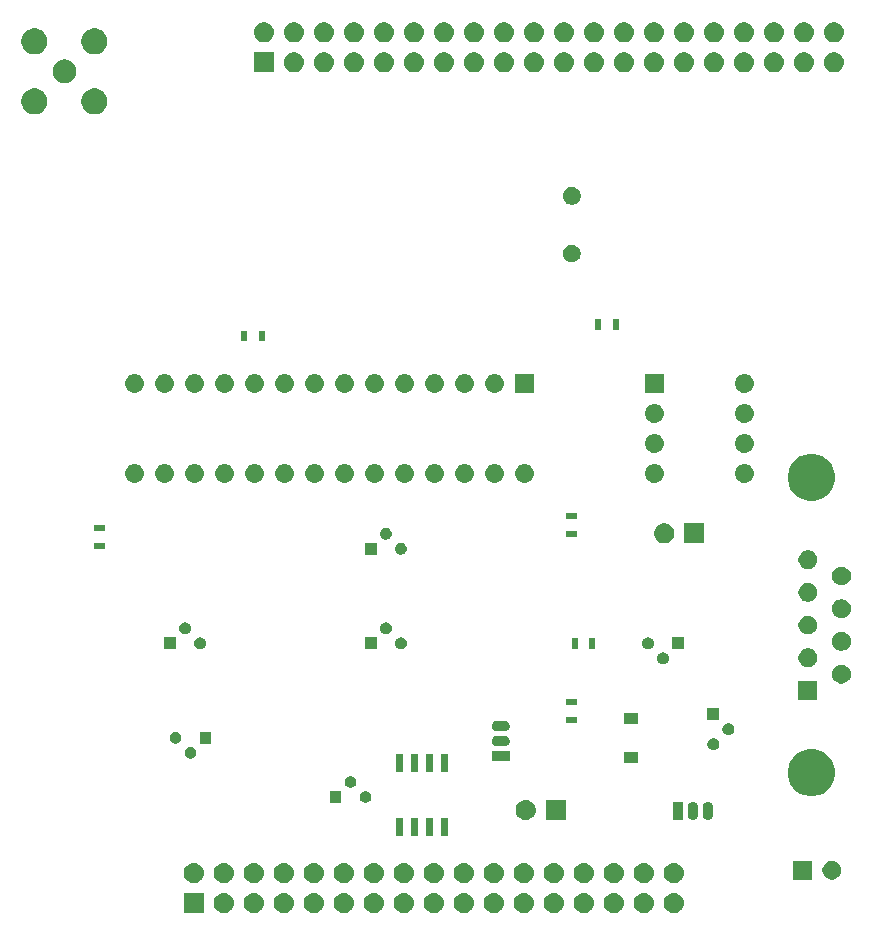
<source format=gbs>
G04 #@! TF.GenerationSoftware,KiCad,Pcbnew,(5.1.0)-1*
G04 #@! TF.CreationDate,2019-03-19T22:56:10-07:00*
G04 #@! TF.ProjectId,DashSight-Mezzanine-Card,44617368-5369-4676-9874-2d4d657a7a61,rev?*
G04 #@! TF.SameCoordinates,Original*
G04 #@! TF.FileFunction,Soldermask,Bot*
G04 #@! TF.FilePolarity,Negative*
%FSLAX46Y46*%
G04 Gerber Fmt 4.6, Leading zero omitted, Abs format (unit mm)*
G04 Created by KiCad (PCBNEW (5.1.0)-1) date 2019-03-19 22:56:10*
%MOMM*%
%LPD*%
G04 APERTURE LIST*
%ADD10C,0.100000*%
G04 APERTURE END LIST*
D10*
G36*
X179266627Y-122162299D02*
G01*
X179346742Y-122186602D01*
X179426855Y-122210903D01*
X179426857Y-122210904D01*
X179574518Y-122289831D01*
X179703949Y-122396051D01*
X179810169Y-122525482D01*
X179889096Y-122673143D01*
X179937701Y-122833373D01*
X179954112Y-123000000D01*
X179937701Y-123166627D01*
X179889096Y-123326857D01*
X179810169Y-123474518D01*
X179703949Y-123603949D01*
X179574518Y-123710169D01*
X179426857Y-123789096D01*
X179426855Y-123789097D01*
X179346742Y-123813398D01*
X179266627Y-123837701D01*
X179141752Y-123850000D01*
X179058248Y-123850000D01*
X178933373Y-123837701D01*
X178853258Y-123813398D01*
X178773145Y-123789097D01*
X178773143Y-123789096D01*
X178625482Y-123710169D01*
X178496051Y-123603949D01*
X178389831Y-123474518D01*
X178310904Y-123326857D01*
X178262299Y-123166627D01*
X178245888Y-123000000D01*
X178262299Y-122833373D01*
X178310904Y-122673143D01*
X178389831Y-122525482D01*
X178496051Y-122396051D01*
X178625482Y-122289831D01*
X178773143Y-122210904D01*
X178773145Y-122210903D01*
X178853258Y-122186602D01*
X178933373Y-122162299D01*
X179058248Y-122150000D01*
X179141752Y-122150000D01*
X179266627Y-122162299D01*
X179266627Y-122162299D01*
G37*
G36*
X158946627Y-122162299D02*
G01*
X159026742Y-122186602D01*
X159106855Y-122210903D01*
X159106857Y-122210904D01*
X159254518Y-122289831D01*
X159383949Y-122396051D01*
X159490169Y-122525482D01*
X159569096Y-122673143D01*
X159617701Y-122833373D01*
X159634112Y-123000000D01*
X159617701Y-123166627D01*
X159569096Y-123326857D01*
X159490169Y-123474518D01*
X159383949Y-123603949D01*
X159254518Y-123710169D01*
X159106857Y-123789096D01*
X159106855Y-123789097D01*
X159026742Y-123813398D01*
X158946627Y-123837701D01*
X158821752Y-123850000D01*
X158738248Y-123850000D01*
X158613373Y-123837701D01*
X158533258Y-123813398D01*
X158453145Y-123789097D01*
X158453143Y-123789096D01*
X158305482Y-123710169D01*
X158176051Y-123603949D01*
X158069831Y-123474518D01*
X157990904Y-123326857D01*
X157942299Y-123166627D01*
X157925888Y-123000000D01*
X157942299Y-122833373D01*
X157990904Y-122673143D01*
X158069831Y-122525482D01*
X158176051Y-122396051D01*
X158305482Y-122289831D01*
X158453143Y-122210904D01*
X158453145Y-122210903D01*
X158533258Y-122186602D01*
X158613373Y-122162299D01*
X158738248Y-122150000D01*
X158821752Y-122150000D01*
X158946627Y-122162299D01*
X158946627Y-122162299D01*
G37*
G36*
X141850000Y-123850000D02*
G01*
X140150000Y-123850000D01*
X140150000Y-122150000D01*
X141850000Y-122150000D01*
X141850000Y-123850000D01*
X141850000Y-123850000D01*
G37*
G36*
X143706627Y-122162299D02*
G01*
X143786742Y-122186602D01*
X143866855Y-122210903D01*
X143866857Y-122210904D01*
X144014518Y-122289831D01*
X144143949Y-122396051D01*
X144250169Y-122525482D01*
X144329096Y-122673143D01*
X144377701Y-122833373D01*
X144394112Y-123000000D01*
X144377701Y-123166627D01*
X144329096Y-123326857D01*
X144250169Y-123474518D01*
X144143949Y-123603949D01*
X144014518Y-123710169D01*
X143866857Y-123789096D01*
X143866855Y-123789097D01*
X143786742Y-123813398D01*
X143706627Y-123837701D01*
X143581752Y-123850000D01*
X143498248Y-123850000D01*
X143373373Y-123837701D01*
X143293258Y-123813398D01*
X143213145Y-123789097D01*
X143213143Y-123789096D01*
X143065482Y-123710169D01*
X142936051Y-123603949D01*
X142829831Y-123474518D01*
X142750904Y-123326857D01*
X142702299Y-123166627D01*
X142685888Y-123000000D01*
X142702299Y-122833373D01*
X142750904Y-122673143D01*
X142829831Y-122525482D01*
X142936051Y-122396051D01*
X143065482Y-122289831D01*
X143213143Y-122210904D01*
X143213145Y-122210903D01*
X143293258Y-122186602D01*
X143373373Y-122162299D01*
X143498248Y-122150000D01*
X143581752Y-122150000D01*
X143706627Y-122162299D01*
X143706627Y-122162299D01*
G37*
G36*
X146246627Y-122162299D02*
G01*
X146326742Y-122186602D01*
X146406855Y-122210903D01*
X146406857Y-122210904D01*
X146554518Y-122289831D01*
X146683949Y-122396051D01*
X146790169Y-122525482D01*
X146869096Y-122673143D01*
X146917701Y-122833373D01*
X146934112Y-123000000D01*
X146917701Y-123166627D01*
X146869096Y-123326857D01*
X146790169Y-123474518D01*
X146683949Y-123603949D01*
X146554518Y-123710169D01*
X146406857Y-123789096D01*
X146406855Y-123789097D01*
X146326742Y-123813398D01*
X146246627Y-123837701D01*
X146121752Y-123850000D01*
X146038248Y-123850000D01*
X145913373Y-123837701D01*
X145833258Y-123813398D01*
X145753145Y-123789097D01*
X145753143Y-123789096D01*
X145605482Y-123710169D01*
X145476051Y-123603949D01*
X145369831Y-123474518D01*
X145290904Y-123326857D01*
X145242299Y-123166627D01*
X145225888Y-123000000D01*
X145242299Y-122833373D01*
X145290904Y-122673143D01*
X145369831Y-122525482D01*
X145476051Y-122396051D01*
X145605482Y-122289831D01*
X145753143Y-122210904D01*
X145753145Y-122210903D01*
X145833258Y-122186602D01*
X145913373Y-122162299D01*
X146038248Y-122150000D01*
X146121752Y-122150000D01*
X146246627Y-122162299D01*
X146246627Y-122162299D01*
G37*
G36*
X148786627Y-122162299D02*
G01*
X148866742Y-122186602D01*
X148946855Y-122210903D01*
X148946857Y-122210904D01*
X149094518Y-122289831D01*
X149223949Y-122396051D01*
X149330169Y-122525482D01*
X149409096Y-122673143D01*
X149457701Y-122833373D01*
X149474112Y-123000000D01*
X149457701Y-123166627D01*
X149409096Y-123326857D01*
X149330169Y-123474518D01*
X149223949Y-123603949D01*
X149094518Y-123710169D01*
X148946857Y-123789096D01*
X148946855Y-123789097D01*
X148866742Y-123813398D01*
X148786627Y-123837701D01*
X148661752Y-123850000D01*
X148578248Y-123850000D01*
X148453373Y-123837701D01*
X148373258Y-123813398D01*
X148293145Y-123789097D01*
X148293143Y-123789096D01*
X148145482Y-123710169D01*
X148016051Y-123603949D01*
X147909831Y-123474518D01*
X147830904Y-123326857D01*
X147782299Y-123166627D01*
X147765888Y-123000000D01*
X147782299Y-122833373D01*
X147830904Y-122673143D01*
X147909831Y-122525482D01*
X148016051Y-122396051D01*
X148145482Y-122289831D01*
X148293143Y-122210904D01*
X148293145Y-122210903D01*
X148373258Y-122186602D01*
X148453373Y-122162299D01*
X148578248Y-122150000D01*
X148661752Y-122150000D01*
X148786627Y-122162299D01*
X148786627Y-122162299D01*
G37*
G36*
X151326627Y-122162299D02*
G01*
X151406742Y-122186602D01*
X151486855Y-122210903D01*
X151486857Y-122210904D01*
X151634518Y-122289831D01*
X151763949Y-122396051D01*
X151870169Y-122525482D01*
X151949096Y-122673143D01*
X151997701Y-122833373D01*
X152014112Y-123000000D01*
X151997701Y-123166627D01*
X151949096Y-123326857D01*
X151870169Y-123474518D01*
X151763949Y-123603949D01*
X151634518Y-123710169D01*
X151486857Y-123789096D01*
X151486855Y-123789097D01*
X151406742Y-123813398D01*
X151326627Y-123837701D01*
X151201752Y-123850000D01*
X151118248Y-123850000D01*
X150993373Y-123837701D01*
X150913258Y-123813398D01*
X150833145Y-123789097D01*
X150833143Y-123789096D01*
X150685482Y-123710169D01*
X150556051Y-123603949D01*
X150449831Y-123474518D01*
X150370904Y-123326857D01*
X150322299Y-123166627D01*
X150305888Y-123000000D01*
X150322299Y-122833373D01*
X150370904Y-122673143D01*
X150449831Y-122525482D01*
X150556051Y-122396051D01*
X150685482Y-122289831D01*
X150833143Y-122210904D01*
X150833145Y-122210903D01*
X150913258Y-122186602D01*
X150993373Y-122162299D01*
X151118248Y-122150000D01*
X151201752Y-122150000D01*
X151326627Y-122162299D01*
X151326627Y-122162299D01*
G37*
G36*
X153866627Y-122162299D02*
G01*
X153946742Y-122186602D01*
X154026855Y-122210903D01*
X154026857Y-122210904D01*
X154174518Y-122289831D01*
X154303949Y-122396051D01*
X154410169Y-122525482D01*
X154489096Y-122673143D01*
X154537701Y-122833373D01*
X154554112Y-123000000D01*
X154537701Y-123166627D01*
X154489096Y-123326857D01*
X154410169Y-123474518D01*
X154303949Y-123603949D01*
X154174518Y-123710169D01*
X154026857Y-123789096D01*
X154026855Y-123789097D01*
X153946742Y-123813398D01*
X153866627Y-123837701D01*
X153741752Y-123850000D01*
X153658248Y-123850000D01*
X153533373Y-123837701D01*
X153453258Y-123813398D01*
X153373145Y-123789097D01*
X153373143Y-123789096D01*
X153225482Y-123710169D01*
X153096051Y-123603949D01*
X152989831Y-123474518D01*
X152910904Y-123326857D01*
X152862299Y-123166627D01*
X152845888Y-123000000D01*
X152862299Y-122833373D01*
X152910904Y-122673143D01*
X152989831Y-122525482D01*
X153096051Y-122396051D01*
X153225482Y-122289831D01*
X153373143Y-122210904D01*
X153373145Y-122210903D01*
X153453258Y-122186602D01*
X153533373Y-122162299D01*
X153658248Y-122150000D01*
X153741752Y-122150000D01*
X153866627Y-122162299D01*
X153866627Y-122162299D01*
G37*
G36*
X156406627Y-122162299D02*
G01*
X156486742Y-122186602D01*
X156566855Y-122210903D01*
X156566857Y-122210904D01*
X156714518Y-122289831D01*
X156843949Y-122396051D01*
X156950169Y-122525482D01*
X157029096Y-122673143D01*
X157077701Y-122833373D01*
X157094112Y-123000000D01*
X157077701Y-123166627D01*
X157029096Y-123326857D01*
X156950169Y-123474518D01*
X156843949Y-123603949D01*
X156714518Y-123710169D01*
X156566857Y-123789096D01*
X156566855Y-123789097D01*
X156486742Y-123813398D01*
X156406627Y-123837701D01*
X156281752Y-123850000D01*
X156198248Y-123850000D01*
X156073373Y-123837701D01*
X155993258Y-123813398D01*
X155913145Y-123789097D01*
X155913143Y-123789096D01*
X155765482Y-123710169D01*
X155636051Y-123603949D01*
X155529831Y-123474518D01*
X155450904Y-123326857D01*
X155402299Y-123166627D01*
X155385888Y-123000000D01*
X155402299Y-122833373D01*
X155450904Y-122673143D01*
X155529831Y-122525482D01*
X155636051Y-122396051D01*
X155765482Y-122289831D01*
X155913143Y-122210904D01*
X155913145Y-122210903D01*
X155993258Y-122186602D01*
X156073373Y-122162299D01*
X156198248Y-122150000D01*
X156281752Y-122150000D01*
X156406627Y-122162299D01*
X156406627Y-122162299D01*
G37*
G36*
X161486627Y-122162299D02*
G01*
X161566742Y-122186602D01*
X161646855Y-122210903D01*
X161646857Y-122210904D01*
X161794518Y-122289831D01*
X161923949Y-122396051D01*
X162030169Y-122525482D01*
X162109096Y-122673143D01*
X162157701Y-122833373D01*
X162174112Y-123000000D01*
X162157701Y-123166627D01*
X162109096Y-123326857D01*
X162030169Y-123474518D01*
X161923949Y-123603949D01*
X161794518Y-123710169D01*
X161646857Y-123789096D01*
X161646855Y-123789097D01*
X161566742Y-123813398D01*
X161486627Y-123837701D01*
X161361752Y-123850000D01*
X161278248Y-123850000D01*
X161153373Y-123837701D01*
X161073258Y-123813398D01*
X160993145Y-123789097D01*
X160993143Y-123789096D01*
X160845482Y-123710169D01*
X160716051Y-123603949D01*
X160609831Y-123474518D01*
X160530904Y-123326857D01*
X160482299Y-123166627D01*
X160465888Y-123000000D01*
X160482299Y-122833373D01*
X160530904Y-122673143D01*
X160609831Y-122525482D01*
X160716051Y-122396051D01*
X160845482Y-122289831D01*
X160993143Y-122210904D01*
X160993145Y-122210903D01*
X161073258Y-122186602D01*
X161153373Y-122162299D01*
X161278248Y-122150000D01*
X161361752Y-122150000D01*
X161486627Y-122162299D01*
X161486627Y-122162299D01*
G37*
G36*
X181806627Y-122162299D02*
G01*
X181886742Y-122186602D01*
X181966855Y-122210903D01*
X181966857Y-122210904D01*
X182114518Y-122289831D01*
X182243949Y-122396051D01*
X182350169Y-122525482D01*
X182429096Y-122673143D01*
X182477701Y-122833373D01*
X182494112Y-123000000D01*
X182477701Y-123166627D01*
X182429096Y-123326857D01*
X182350169Y-123474518D01*
X182243949Y-123603949D01*
X182114518Y-123710169D01*
X181966857Y-123789096D01*
X181966855Y-123789097D01*
X181886742Y-123813398D01*
X181806627Y-123837701D01*
X181681752Y-123850000D01*
X181598248Y-123850000D01*
X181473373Y-123837701D01*
X181393258Y-123813398D01*
X181313145Y-123789097D01*
X181313143Y-123789096D01*
X181165482Y-123710169D01*
X181036051Y-123603949D01*
X180929831Y-123474518D01*
X180850904Y-123326857D01*
X180802299Y-123166627D01*
X180785888Y-123000000D01*
X180802299Y-122833373D01*
X180850904Y-122673143D01*
X180929831Y-122525482D01*
X181036051Y-122396051D01*
X181165482Y-122289831D01*
X181313143Y-122210904D01*
X181313145Y-122210903D01*
X181393258Y-122186602D01*
X181473373Y-122162299D01*
X181598248Y-122150000D01*
X181681752Y-122150000D01*
X181806627Y-122162299D01*
X181806627Y-122162299D01*
G37*
G36*
X176726627Y-122162299D02*
G01*
X176806742Y-122186602D01*
X176886855Y-122210903D01*
X176886857Y-122210904D01*
X177034518Y-122289831D01*
X177163949Y-122396051D01*
X177270169Y-122525482D01*
X177349096Y-122673143D01*
X177397701Y-122833373D01*
X177414112Y-123000000D01*
X177397701Y-123166627D01*
X177349096Y-123326857D01*
X177270169Y-123474518D01*
X177163949Y-123603949D01*
X177034518Y-123710169D01*
X176886857Y-123789096D01*
X176886855Y-123789097D01*
X176806742Y-123813398D01*
X176726627Y-123837701D01*
X176601752Y-123850000D01*
X176518248Y-123850000D01*
X176393373Y-123837701D01*
X176313258Y-123813398D01*
X176233145Y-123789097D01*
X176233143Y-123789096D01*
X176085482Y-123710169D01*
X175956051Y-123603949D01*
X175849831Y-123474518D01*
X175770904Y-123326857D01*
X175722299Y-123166627D01*
X175705888Y-123000000D01*
X175722299Y-122833373D01*
X175770904Y-122673143D01*
X175849831Y-122525482D01*
X175956051Y-122396051D01*
X176085482Y-122289831D01*
X176233143Y-122210904D01*
X176233145Y-122210903D01*
X176313258Y-122186602D01*
X176393373Y-122162299D01*
X176518248Y-122150000D01*
X176601752Y-122150000D01*
X176726627Y-122162299D01*
X176726627Y-122162299D01*
G37*
G36*
X174186627Y-122162299D02*
G01*
X174266742Y-122186602D01*
X174346855Y-122210903D01*
X174346857Y-122210904D01*
X174494518Y-122289831D01*
X174623949Y-122396051D01*
X174730169Y-122525482D01*
X174809096Y-122673143D01*
X174857701Y-122833373D01*
X174874112Y-123000000D01*
X174857701Y-123166627D01*
X174809096Y-123326857D01*
X174730169Y-123474518D01*
X174623949Y-123603949D01*
X174494518Y-123710169D01*
X174346857Y-123789096D01*
X174346855Y-123789097D01*
X174266742Y-123813398D01*
X174186627Y-123837701D01*
X174061752Y-123850000D01*
X173978248Y-123850000D01*
X173853373Y-123837701D01*
X173773258Y-123813398D01*
X173693145Y-123789097D01*
X173693143Y-123789096D01*
X173545482Y-123710169D01*
X173416051Y-123603949D01*
X173309831Y-123474518D01*
X173230904Y-123326857D01*
X173182299Y-123166627D01*
X173165888Y-123000000D01*
X173182299Y-122833373D01*
X173230904Y-122673143D01*
X173309831Y-122525482D01*
X173416051Y-122396051D01*
X173545482Y-122289831D01*
X173693143Y-122210904D01*
X173693145Y-122210903D01*
X173773258Y-122186602D01*
X173853373Y-122162299D01*
X173978248Y-122150000D01*
X174061752Y-122150000D01*
X174186627Y-122162299D01*
X174186627Y-122162299D01*
G37*
G36*
X171646627Y-122162299D02*
G01*
X171726742Y-122186602D01*
X171806855Y-122210903D01*
X171806857Y-122210904D01*
X171954518Y-122289831D01*
X172083949Y-122396051D01*
X172190169Y-122525482D01*
X172269096Y-122673143D01*
X172317701Y-122833373D01*
X172334112Y-123000000D01*
X172317701Y-123166627D01*
X172269096Y-123326857D01*
X172190169Y-123474518D01*
X172083949Y-123603949D01*
X171954518Y-123710169D01*
X171806857Y-123789096D01*
X171806855Y-123789097D01*
X171726742Y-123813398D01*
X171646627Y-123837701D01*
X171521752Y-123850000D01*
X171438248Y-123850000D01*
X171313373Y-123837701D01*
X171233258Y-123813398D01*
X171153145Y-123789097D01*
X171153143Y-123789096D01*
X171005482Y-123710169D01*
X170876051Y-123603949D01*
X170769831Y-123474518D01*
X170690904Y-123326857D01*
X170642299Y-123166627D01*
X170625888Y-123000000D01*
X170642299Y-122833373D01*
X170690904Y-122673143D01*
X170769831Y-122525482D01*
X170876051Y-122396051D01*
X171005482Y-122289831D01*
X171153143Y-122210904D01*
X171153145Y-122210903D01*
X171233258Y-122186602D01*
X171313373Y-122162299D01*
X171438248Y-122150000D01*
X171521752Y-122150000D01*
X171646627Y-122162299D01*
X171646627Y-122162299D01*
G37*
G36*
X166566627Y-122162299D02*
G01*
X166646742Y-122186602D01*
X166726855Y-122210903D01*
X166726857Y-122210904D01*
X166874518Y-122289831D01*
X167003949Y-122396051D01*
X167110169Y-122525482D01*
X167189096Y-122673143D01*
X167237701Y-122833373D01*
X167254112Y-123000000D01*
X167237701Y-123166627D01*
X167189096Y-123326857D01*
X167110169Y-123474518D01*
X167003949Y-123603949D01*
X166874518Y-123710169D01*
X166726857Y-123789096D01*
X166726855Y-123789097D01*
X166646742Y-123813398D01*
X166566627Y-123837701D01*
X166441752Y-123850000D01*
X166358248Y-123850000D01*
X166233373Y-123837701D01*
X166153258Y-123813398D01*
X166073145Y-123789097D01*
X166073143Y-123789096D01*
X165925482Y-123710169D01*
X165796051Y-123603949D01*
X165689831Y-123474518D01*
X165610904Y-123326857D01*
X165562299Y-123166627D01*
X165545888Y-123000000D01*
X165562299Y-122833373D01*
X165610904Y-122673143D01*
X165689831Y-122525482D01*
X165796051Y-122396051D01*
X165925482Y-122289831D01*
X166073143Y-122210904D01*
X166073145Y-122210903D01*
X166153258Y-122186602D01*
X166233373Y-122162299D01*
X166358248Y-122150000D01*
X166441752Y-122150000D01*
X166566627Y-122162299D01*
X166566627Y-122162299D01*
G37*
G36*
X164026627Y-122162299D02*
G01*
X164106742Y-122186602D01*
X164186855Y-122210903D01*
X164186857Y-122210904D01*
X164334518Y-122289831D01*
X164463949Y-122396051D01*
X164570169Y-122525482D01*
X164649096Y-122673143D01*
X164697701Y-122833373D01*
X164714112Y-123000000D01*
X164697701Y-123166627D01*
X164649096Y-123326857D01*
X164570169Y-123474518D01*
X164463949Y-123603949D01*
X164334518Y-123710169D01*
X164186857Y-123789096D01*
X164186855Y-123789097D01*
X164106742Y-123813398D01*
X164026627Y-123837701D01*
X163901752Y-123850000D01*
X163818248Y-123850000D01*
X163693373Y-123837701D01*
X163613258Y-123813398D01*
X163533145Y-123789097D01*
X163533143Y-123789096D01*
X163385482Y-123710169D01*
X163256051Y-123603949D01*
X163149831Y-123474518D01*
X163070904Y-123326857D01*
X163022299Y-123166627D01*
X163005888Y-123000000D01*
X163022299Y-122833373D01*
X163070904Y-122673143D01*
X163149831Y-122525482D01*
X163256051Y-122396051D01*
X163385482Y-122289831D01*
X163533143Y-122210904D01*
X163533145Y-122210903D01*
X163613258Y-122186602D01*
X163693373Y-122162299D01*
X163818248Y-122150000D01*
X163901752Y-122150000D01*
X164026627Y-122162299D01*
X164026627Y-122162299D01*
G37*
G36*
X169106627Y-122162299D02*
G01*
X169186742Y-122186602D01*
X169266855Y-122210903D01*
X169266857Y-122210904D01*
X169414518Y-122289831D01*
X169543949Y-122396051D01*
X169650169Y-122525482D01*
X169729096Y-122673143D01*
X169777701Y-122833373D01*
X169794112Y-123000000D01*
X169777701Y-123166627D01*
X169729096Y-123326857D01*
X169650169Y-123474518D01*
X169543949Y-123603949D01*
X169414518Y-123710169D01*
X169266857Y-123789096D01*
X169266855Y-123789097D01*
X169186742Y-123813398D01*
X169106627Y-123837701D01*
X168981752Y-123850000D01*
X168898248Y-123850000D01*
X168773373Y-123837701D01*
X168693258Y-123813398D01*
X168613145Y-123789097D01*
X168613143Y-123789096D01*
X168465482Y-123710169D01*
X168336051Y-123603949D01*
X168229831Y-123474518D01*
X168150904Y-123326857D01*
X168102299Y-123166627D01*
X168085888Y-123000000D01*
X168102299Y-122833373D01*
X168150904Y-122673143D01*
X168229831Y-122525482D01*
X168336051Y-122396051D01*
X168465482Y-122289831D01*
X168613143Y-122210904D01*
X168613145Y-122210903D01*
X168693258Y-122186602D01*
X168773373Y-122162299D01*
X168898248Y-122150000D01*
X168981752Y-122150000D01*
X169106627Y-122162299D01*
X169106627Y-122162299D01*
G37*
G36*
X179266627Y-119622299D02*
G01*
X179346742Y-119646602D01*
X179426855Y-119670903D01*
X179426857Y-119670904D01*
X179574518Y-119749831D01*
X179703949Y-119856051D01*
X179810169Y-119985482D01*
X179889096Y-120133143D01*
X179937701Y-120293373D01*
X179954112Y-120460000D01*
X179937701Y-120626627D01*
X179889096Y-120786857D01*
X179810169Y-120934518D01*
X179703949Y-121063949D01*
X179574518Y-121170169D01*
X179426857Y-121249096D01*
X179426855Y-121249097D01*
X179346742Y-121273398D01*
X179266627Y-121297701D01*
X179141752Y-121310000D01*
X179058248Y-121310000D01*
X178933373Y-121297701D01*
X178853258Y-121273399D01*
X178773145Y-121249097D01*
X178773143Y-121249096D01*
X178625482Y-121170169D01*
X178496051Y-121063949D01*
X178389831Y-120934518D01*
X178310904Y-120786857D01*
X178262299Y-120626627D01*
X178245888Y-120460000D01*
X178262299Y-120293373D01*
X178310904Y-120133143D01*
X178389831Y-119985482D01*
X178496051Y-119856051D01*
X178625482Y-119749831D01*
X178773143Y-119670904D01*
X178773145Y-119670903D01*
X178853258Y-119646601D01*
X178933373Y-119622299D01*
X179058248Y-119610000D01*
X179141752Y-119610000D01*
X179266627Y-119622299D01*
X179266627Y-119622299D01*
G37*
G36*
X181806627Y-119622299D02*
G01*
X181886742Y-119646602D01*
X181966855Y-119670903D01*
X181966857Y-119670904D01*
X182114518Y-119749831D01*
X182243949Y-119856051D01*
X182350169Y-119985482D01*
X182429096Y-120133143D01*
X182477701Y-120293373D01*
X182494112Y-120460000D01*
X182477701Y-120626627D01*
X182429096Y-120786857D01*
X182350169Y-120934518D01*
X182243949Y-121063949D01*
X182114518Y-121170169D01*
X181966857Y-121249096D01*
X181966855Y-121249097D01*
X181886742Y-121273398D01*
X181806627Y-121297701D01*
X181681752Y-121310000D01*
X181598248Y-121310000D01*
X181473373Y-121297701D01*
X181393258Y-121273399D01*
X181313145Y-121249097D01*
X181313143Y-121249096D01*
X181165482Y-121170169D01*
X181036051Y-121063949D01*
X180929831Y-120934518D01*
X180850904Y-120786857D01*
X180802299Y-120626627D01*
X180785888Y-120460000D01*
X180802299Y-120293373D01*
X180850904Y-120133143D01*
X180929831Y-119985482D01*
X181036051Y-119856051D01*
X181165482Y-119749831D01*
X181313143Y-119670904D01*
X181313145Y-119670903D01*
X181393258Y-119646601D01*
X181473373Y-119622299D01*
X181598248Y-119610000D01*
X181681752Y-119610000D01*
X181806627Y-119622299D01*
X181806627Y-119622299D01*
G37*
G36*
X171646627Y-119622299D02*
G01*
X171726742Y-119646602D01*
X171806855Y-119670903D01*
X171806857Y-119670904D01*
X171954518Y-119749831D01*
X172083949Y-119856051D01*
X172190169Y-119985482D01*
X172269096Y-120133143D01*
X172317701Y-120293373D01*
X172334112Y-120460000D01*
X172317701Y-120626627D01*
X172269096Y-120786857D01*
X172190169Y-120934518D01*
X172083949Y-121063949D01*
X171954518Y-121170169D01*
X171806857Y-121249096D01*
X171806855Y-121249097D01*
X171726742Y-121273398D01*
X171646627Y-121297701D01*
X171521752Y-121310000D01*
X171438248Y-121310000D01*
X171313373Y-121297701D01*
X171233258Y-121273399D01*
X171153145Y-121249097D01*
X171153143Y-121249096D01*
X171005482Y-121170169D01*
X170876051Y-121063949D01*
X170769831Y-120934518D01*
X170690904Y-120786857D01*
X170642299Y-120626627D01*
X170625888Y-120460000D01*
X170642299Y-120293373D01*
X170690904Y-120133143D01*
X170769831Y-119985482D01*
X170876051Y-119856051D01*
X171005482Y-119749831D01*
X171153143Y-119670904D01*
X171153145Y-119670903D01*
X171233258Y-119646601D01*
X171313373Y-119622299D01*
X171438248Y-119610000D01*
X171521752Y-119610000D01*
X171646627Y-119622299D01*
X171646627Y-119622299D01*
G37*
G36*
X174186627Y-119622299D02*
G01*
X174266742Y-119646602D01*
X174346855Y-119670903D01*
X174346857Y-119670904D01*
X174494518Y-119749831D01*
X174623949Y-119856051D01*
X174730169Y-119985482D01*
X174809096Y-120133143D01*
X174857701Y-120293373D01*
X174874112Y-120460000D01*
X174857701Y-120626627D01*
X174809096Y-120786857D01*
X174730169Y-120934518D01*
X174623949Y-121063949D01*
X174494518Y-121170169D01*
X174346857Y-121249096D01*
X174346855Y-121249097D01*
X174266742Y-121273398D01*
X174186627Y-121297701D01*
X174061752Y-121310000D01*
X173978248Y-121310000D01*
X173853373Y-121297701D01*
X173773258Y-121273399D01*
X173693145Y-121249097D01*
X173693143Y-121249096D01*
X173545482Y-121170169D01*
X173416051Y-121063949D01*
X173309831Y-120934518D01*
X173230904Y-120786857D01*
X173182299Y-120626627D01*
X173165888Y-120460000D01*
X173182299Y-120293373D01*
X173230904Y-120133143D01*
X173309831Y-119985482D01*
X173416051Y-119856051D01*
X173545482Y-119749831D01*
X173693143Y-119670904D01*
X173693145Y-119670903D01*
X173773258Y-119646601D01*
X173853373Y-119622299D01*
X173978248Y-119610000D01*
X174061752Y-119610000D01*
X174186627Y-119622299D01*
X174186627Y-119622299D01*
G37*
G36*
X176726627Y-119622299D02*
G01*
X176806742Y-119646602D01*
X176886855Y-119670903D01*
X176886857Y-119670904D01*
X177034518Y-119749831D01*
X177163949Y-119856051D01*
X177270169Y-119985482D01*
X177349096Y-120133143D01*
X177397701Y-120293373D01*
X177414112Y-120460000D01*
X177397701Y-120626627D01*
X177349096Y-120786857D01*
X177270169Y-120934518D01*
X177163949Y-121063949D01*
X177034518Y-121170169D01*
X176886857Y-121249096D01*
X176886855Y-121249097D01*
X176806742Y-121273398D01*
X176726627Y-121297701D01*
X176601752Y-121310000D01*
X176518248Y-121310000D01*
X176393373Y-121297701D01*
X176313258Y-121273399D01*
X176233145Y-121249097D01*
X176233143Y-121249096D01*
X176085482Y-121170169D01*
X175956051Y-121063949D01*
X175849831Y-120934518D01*
X175770904Y-120786857D01*
X175722299Y-120626627D01*
X175705888Y-120460000D01*
X175722299Y-120293373D01*
X175770904Y-120133143D01*
X175849831Y-119985482D01*
X175956051Y-119856051D01*
X176085482Y-119749831D01*
X176233143Y-119670904D01*
X176233145Y-119670903D01*
X176313258Y-119646601D01*
X176393373Y-119622299D01*
X176518248Y-119610000D01*
X176601752Y-119610000D01*
X176726627Y-119622299D01*
X176726627Y-119622299D01*
G37*
G36*
X151326627Y-119622299D02*
G01*
X151406742Y-119646602D01*
X151486855Y-119670903D01*
X151486857Y-119670904D01*
X151634518Y-119749831D01*
X151763949Y-119856051D01*
X151870169Y-119985482D01*
X151949096Y-120133143D01*
X151997701Y-120293373D01*
X152014112Y-120460000D01*
X151997701Y-120626627D01*
X151949096Y-120786857D01*
X151870169Y-120934518D01*
X151763949Y-121063949D01*
X151634518Y-121170169D01*
X151486857Y-121249096D01*
X151486855Y-121249097D01*
X151406742Y-121273398D01*
X151326627Y-121297701D01*
X151201752Y-121310000D01*
X151118248Y-121310000D01*
X150993373Y-121297701D01*
X150913258Y-121273399D01*
X150833145Y-121249097D01*
X150833143Y-121249096D01*
X150685482Y-121170169D01*
X150556051Y-121063949D01*
X150449831Y-120934518D01*
X150370904Y-120786857D01*
X150322299Y-120626627D01*
X150305888Y-120460000D01*
X150322299Y-120293373D01*
X150370904Y-120133143D01*
X150449831Y-119985482D01*
X150556051Y-119856051D01*
X150685482Y-119749831D01*
X150833143Y-119670904D01*
X150833145Y-119670903D01*
X150913258Y-119646601D01*
X150993373Y-119622299D01*
X151118248Y-119610000D01*
X151201752Y-119610000D01*
X151326627Y-119622299D01*
X151326627Y-119622299D01*
G37*
G36*
X148786627Y-119622299D02*
G01*
X148866742Y-119646602D01*
X148946855Y-119670903D01*
X148946857Y-119670904D01*
X149094518Y-119749831D01*
X149223949Y-119856051D01*
X149330169Y-119985482D01*
X149409096Y-120133143D01*
X149457701Y-120293373D01*
X149474112Y-120460000D01*
X149457701Y-120626627D01*
X149409096Y-120786857D01*
X149330169Y-120934518D01*
X149223949Y-121063949D01*
X149094518Y-121170169D01*
X148946857Y-121249096D01*
X148946855Y-121249097D01*
X148866742Y-121273398D01*
X148786627Y-121297701D01*
X148661752Y-121310000D01*
X148578248Y-121310000D01*
X148453373Y-121297701D01*
X148373258Y-121273399D01*
X148293145Y-121249097D01*
X148293143Y-121249096D01*
X148145482Y-121170169D01*
X148016051Y-121063949D01*
X147909831Y-120934518D01*
X147830904Y-120786857D01*
X147782299Y-120626627D01*
X147765888Y-120460000D01*
X147782299Y-120293373D01*
X147830904Y-120133143D01*
X147909831Y-119985482D01*
X148016051Y-119856051D01*
X148145482Y-119749831D01*
X148293143Y-119670904D01*
X148293145Y-119670903D01*
X148373258Y-119646601D01*
X148453373Y-119622299D01*
X148578248Y-119610000D01*
X148661752Y-119610000D01*
X148786627Y-119622299D01*
X148786627Y-119622299D01*
G37*
G36*
X153866627Y-119622299D02*
G01*
X153946742Y-119646602D01*
X154026855Y-119670903D01*
X154026857Y-119670904D01*
X154174518Y-119749831D01*
X154303949Y-119856051D01*
X154410169Y-119985482D01*
X154489096Y-120133143D01*
X154537701Y-120293373D01*
X154554112Y-120460000D01*
X154537701Y-120626627D01*
X154489096Y-120786857D01*
X154410169Y-120934518D01*
X154303949Y-121063949D01*
X154174518Y-121170169D01*
X154026857Y-121249096D01*
X154026855Y-121249097D01*
X153946742Y-121273398D01*
X153866627Y-121297701D01*
X153741752Y-121310000D01*
X153658248Y-121310000D01*
X153533373Y-121297701D01*
X153453258Y-121273399D01*
X153373145Y-121249097D01*
X153373143Y-121249096D01*
X153225482Y-121170169D01*
X153096051Y-121063949D01*
X152989831Y-120934518D01*
X152910904Y-120786857D01*
X152862299Y-120626627D01*
X152845888Y-120460000D01*
X152862299Y-120293373D01*
X152910904Y-120133143D01*
X152989831Y-119985482D01*
X153096051Y-119856051D01*
X153225482Y-119749831D01*
X153373143Y-119670904D01*
X153373145Y-119670903D01*
X153453258Y-119646601D01*
X153533373Y-119622299D01*
X153658248Y-119610000D01*
X153741752Y-119610000D01*
X153866627Y-119622299D01*
X153866627Y-119622299D01*
G37*
G36*
X156406627Y-119622299D02*
G01*
X156486742Y-119646602D01*
X156566855Y-119670903D01*
X156566857Y-119670904D01*
X156714518Y-119749831D01*
X156843949Y-119856051D01*
X156950169Y-119985482D01*
X157029096Y-120133143D01*
X157077701Y-120293373D01*
X157094112Y-120460000D01*
X157077701Y-120626627D01*
X157029096Y-120786857D01*
X156950169Y-120934518D01*
X156843949Y-121063949D01*
X156714518Y-121170169D01*
X156566857Y-121249096D01*
X156566855Y-121249097D01*
X156486742Y-121273398D01*
X156406627Y-121297701D01*
X156281752Y-121310000D01*
X156198248Y-121310000D01*
X156073373Y-121297701D01*
X155993258Y-121273399D01*
X155913145Y-121249097D01*
X155913143Y-121249096D01*
X155765482Y-121170169D01*
X155636051Y-121063949D01*
X155529831Y-120934518D01*
X155450904Y-120786857D01*
X155402299Y-120626627D01*
X155385888Y-120460000D01*
X155402299Y-120293373D01*
X155450904Y-120133143D01*
X155529831Y-119985482D01*
X155636051Y-119856051D01*
X155765482Y-119749831D01*
X155913143Y-119670904D01*
X155913145Y-119670903D01*
X155993258Y-119646601D01*
X156073373Y-119622299D01*
X156198248Y-119610000D01*
X156281752Y-119610000D01*
X156406627Y-119622299D01*
X156406627Y-119622299D01*
G37*
G36*
X158946627Y-119622299D02*
G01*
X159026742Y-119646602D01*
X159106855Y-119670903D01*
X159106857Y-119670904D01*
X159254518Y-119749831D01*
X159383949Y-119856051D01*
X159490169Y-119985482D01*
X159569096Y-120133143D01*
X159617701Y-120293373D01*
X159634112Y-120460000D01*
X159617701Y-120626627D01*
X159569096Y-120786857D01*
X159490169Y-120934518D01*
X159383949Y-121063949D01*
X159254518Y-121170169D01*
X159106857Y-121249096D01*
X159106855Y-121249097D01*
X159026742Y-121273398D01*
X158946627Y-121297701D01*
X158821752Y-121310000D01*
X158738248Y-121310000D01*
X158613373Y-121297701D01*
X158533258Y-121273399D01*
X158453145Y-121249097D01*
X158453143Y-121249096D01*
X158305482Y-121170169D01*
X158176051Y-121063949D01*
X158069831Y-120934518D01*
X157990904Y-120786857D01*
X157942299Y-120626627D01*
X157925888Y-120460000D01*
X157942299Y-120293373D01*
X157990904Y-120133143D01*
X158069831Y-119985482D01*
X158176051Y-119856051D01*
X158305482Y-119749831D01*
X158453143Y-119670904D01*
X158453145Y-119670903D01*
X158533258Y-119646601D01*
X158613373Y-119622299D01*
X158738248Y-119610000D01*
X158821752Y-119610000D01*
X158946627Y-119622299D01*
X158946627Y-119622299D01*
G37*
G36*
X146246627Y-119622299D02*
G01*
X146326742Y-119646602D01*
X146406855Y-119670903D01*
X146406857Y-119670904D01*
X146554518Y-119749831D01*
X146683949Y-119856051D01*
X146790169Y-119985482D01*
X146869096Y-120133143D01*
X146917701Y-120293373D01*
X146934112Y-120460000D01*
X146917701Y-120626627D01*
X146869096Y-120786857D01*
X146790169Y-120934518D01*
X146683949Y-121063949D01*
X146554518Y-121170169D01*
X146406857Y-121249096D01*
X146406855Y-121249097D01*
X146326742Y-121273398D01*
X146246627Y-121297701D01*
X146121752Y-121310000D01*
X146038248Y-121310000D01*
X145913373Y-121297701D01*
X145833258Y-121273399D01*
X145753145Y-121249097D01*
X145753143Y-121249096D01*
X145605482Y-121170169D01*
X145476051Y-121063949D01*
X145369831Y-120934518D01*
X145290904Y-120786857D01*
X145242299Y-120626627D01*
X145225888Y-120460000D01*
X145242299Y-120293373D01*
X145290904Y-120133143D01*
X145369831Y-119985482D01*
X145476051Y-119856051D01*
X145605482Y-119749831D01*
X145753143Y-119670904D01*
X145753145Y-119670903D01*
X145833258Y-119646601D01*
X145913373Y-119622299D01*
X146038248Y-119610000D01*
X146121752Y-119610000D01*
X146246627Y-119622299D01*
X146246627Y-119622299D01*
G37*
G36*
X143706627Y-119622299D02*
G01*
X143786742Y-119646602D01*
X143866855Y-119670903D01*
X143866857Y-119670904D01*
X144014518Y-119749831D01*
X144143949Y-119856051D01*
X144250169Y-119985482D01*
X144329096Y-120133143D01*
X144377701Y-120293373D01*
X144394112Y-120460000D01*
X144377701Y-120626627D01*
X144329096Y-120786857D01*
X144250169Y-120934518D01*
X144143949Y-121063949D01*
X144014518Y-121170169D01*
X143866857Y-121249096D01*
X143866855Y-121249097D01*
X143786742Y-121273398D01*
X143706627Y-121297701D01*
X143581752Y-121310000D01*
X143498248Y-121310000D01*
X143373373Y-121297701D01*
X143293258Y-121273399D01*
X143213145Y-121249097D01*
X143213143Y-121249096D01*
X143065482Y-121170169D01*
X142936051Y-121063949D01*
X142829831Y-120934518D01*
X142750904Y-120786857D01*
X142702299Y-120626627D01*
X142685888Y-120460000D01*
X142702299Y-120293373D01*
X142750904Y-120133143D01*
X142829831Y-119985482D01*
X142936051Y-119856051D01*
X143065482Y-119749831D01*
X143213143Y-119670904D01*
X143213145Y-119670903D01*
X143293258Y-119646601D01*
X143373373Y-119622299D01*
X143498248Y-119610000D01*
X143581752Y-119610000D01*
X143706627Y-119622299D01*
X143706627Y-119622299D01*
G37*
G36*
X164026627Y-119622299D02*
G01*
X164106742Y-119646602D01*
X164186855Y-119670903D01*
X164186857Y-119670904D01*
X164334518Y-119749831D01*
X164463949Y-119856051D01*
X164570169Y-119985482D01*
X164649096Y-120133143D01*
X164697701Y-120293373D01*
X164714112Y-120460000D01*
X164697701Y-120626627D01*
X164649096Y-120786857D01*
X164570169Y-120934518D01*
X164463949Y-121063949D01*
X164334518Y-121170169D01*
X164186857Y-121249096D01*
X164186855Y-121249097D01*
X164106742Y-121273398D01*
X164026627Y-121297701D01*
X163901752Y-121310000D01*
X163818248Y-121310000D01*
X163693373Y-121297701D01*
X163613258Y-121273399D01*
X163533145Y-121249097D01*
X163533143Y-121249096D01*
X163385482Y-121170169D01*
X163256051Y-121063949D01*
X163149831Y-120934518D01*
X163070904Y-120786857D01*
X163022299Y-120626627D01*
X163005888Y-120460000D01*
X163022299Y-120293373D01*
X163070904Y-120133143D01*
X163149831Y-119985482D01*
X163256051Y-119856051D01*
X163385482Y-119749831D01*
X163533143Y-119670904D01*
X163533145Y-119670903D01*
X163613258Y-119646601D01*
X163693373Y-119622299D01*
X163818248Y-119610000D01*
X163901752Y-119610000D01*
X164026627Y-119622299D01*
X164026627Y-119622299D01*
G37*
G36*
X141166627Y-119622299D02*
G01*
X141246742Y-119646602D01*
X141326855Y-119670903D01*
X141326857Y-119670904D01*
X141474518Y-119749831D01*
X141603949Y-119856051D01*
X141710169Y-119985482D01*
X141789096Y-120133143D01*
X141837701Y-120293373D01*
X141854112Y-120460000D01*
X141837701Y-120626627D01*
X141789096Y-120786857D01*
X141710169Y-120934518D01*
X141603949Y-121063949D01*
X141474518Y-121170169D01*
X141326857Y-121249096D01*
X141326855Y-121249097D01*
X141246742Y-121273398D01*
X141166627Y-121297701D01*
X141041752Y-121310000D01*
X140958248Y-121310000D01*
X140833373Y-121297701D01*
X140753258Y-121273399D01*
X140673145Y-121249097D01*
X140673143Y-121249096D01*
X140525482Y-121170169D01*
X140396051Y-121063949D01*
X140289831Y-120934518D01*
X140210904Y-120786857D01*
X140162299Y-120626627D01*
X140145888Y-120460000D01*
X140162299Y-120293373D01*
X140210904Y-120133143D01*
X140289831Y-119985482D01*
X140396051Y-119856051D01*
X140525482Y-119749831D01*
X140673143Y-119670904D01*
X140673145Y-119670903D01*
X140753258Y-119646602D01*
X140833373Y-119622299D01*
X140958248Y-119610000D01*
X141041752Y-119610000D01*
X141166627Y-119622299D01*
X141166627Y-119622299D01*
G37*
G36*
X166566627Y-119622299D02*
G01*
X166646742Y-119646602D01*
X166726855Y-119670903D01*
X166726857Y-119670904D01*
X166874518Y-119749831D01*
X167003949Y-119856051D01*
X167110169Y-119985482D01*
X167189096Y-120133143D01*
X167237701Y-120293373D01*
X167254112Y-120460000D01*
X167237701Y-120626627D01*
X167189096Y-120786857D01*
X167110169Y-120934518D01*
X167003949Y-121063949D01*
X166874518Y-121170169D01*
X166726857Y-121249096D01*
X166726855Y-121249097D01*
X166646742Y-121273398D01*
X166566627Y-121297701D01*
X166441752Y-121310000D01*
X166358248Y-121310000D01*
X166233373Y-121297701D01*
X166153258Y-121273399D01*
X166073145Y-121249097D01*
X166073143Y-121249096D01*
X165925482Y-121170169D01*
X165796051Y-121063949D01*
X165689831Y-120934518D01*
X165610904Y-120786857D01*
X165562299Y-120626627D01*
X165545888Y-120460000D01*
X165562299Y-120293373D01*
X165610904Y-120133143D01*
X165689831Y-119985482D01*
X165796051Y-119856051D01*
X165925482Y-119749831D01*
X166073143Y-119670904D01*
X166073145Y-119670903D01*
X166153258Y-119646601D01*
X166233373Y-119622299D01*
X166358248Y-119610000D01*
X166441752Y-119610000D01*
X166566627Y-119622299D01*
X166566627Y-119622299D01*
G37*
G36*
X161486627Y-119622299D02*
G01*
X161566742Y-119646602D01*
X161646855Y-119670903D01*
X161646857Y-119670904D01*
X161794518Y-119749831D01*
X161923949Y-119856051D01*
X162030169Y-119985482D01*
X162109096Y-120133143D01*
X162157701Y-120293373D01*
X162174112Y-120460000D01*
X162157701Y-120626627D01*
X162109096Y-120786857D01*
X162030169Y-120934518D01*
X161923949Y-121063949D01*
X161794518Y-121170169D01*
X161646857Y-121249096D01*
X161646855Y-121249097D01*
X161566742Y-121273398D01*
X161486627Y-121297701D01*
X161361752Y-121310000D01*
X161278248Y-121310000D01*
X161153373Y-121297701D01*
X161073258Y-121273399D01*
X160993145Y-121249097D01*
X160993143Y-121249096D01*
X160845482Y-121170169D01*
X160716051Y-121063949D01*
X160609831Y-120934518D01*
X160530904Y-120786857D01*
X160482299Y-120626627D01*
X160465888Y-120460000D01*
X160482299Y-120293373D01*
X160530904Y-120133143D01*
X160609831Y-119985482D01*
X160716051Y-119856051D01*
X160845482Y-119749831D01*
X160993143Y-119670904D01*
X160993145Y-119670903D01*
X161073258Y-119646601D01*
X161153373Y-119622299D01*
X161278248Y-119610000D01*
X161361752Y-119610000D01*
X161486627Y-119622299D01*
X161486627Y-119622299D01*
G37*
G36*
X169106627Y-119622299D02*
G01*
X169186742Y-119646602D01*
X169266855Y-119670903D01*
X169266857Y-119670904D01*
X169414518Y-119749831D01*
X169543949Y-119856051D01*
X169650169Y-119985482D01*
X169729096Y-120133143D01*
X169777701Y-120293373D01*
X169794112Y-120460000D01*
X169777701Y-120626627D01*
X169729096Y-120786857D01*
X169650169Y-120934518D01*
X169543949Y-121063949D01*
X169414518Y-121170169D01*
X169266857Y-121249096D01*
X169266855Y-121249097D01*
X169186742Y-121273398D01*
X169106627Y-121297701D01*
X168981752Y-121310000D01*
X168898248Y-121310000D01*
X168773373Y-121297701D01*
X168693258Y-121273399D01*
X168613145Y-121249097D01*
X168613143Y-121249096D01*
X168465482Y-121170169D01*
X168336051Y-121063949D01*
X168229831Y-120934518D01*
X168150904Y-120786857D01*
X168102299Y-120626627D01*
X168085888Y-120460000D01*
X168102299Y-120293373D01*
X168150904Y-120133143D01*
X168229831Y-119985482D01*
X168336051Y-119856051D01*
X168465482Y-119749831D01*
X168613143Y-119670904D01*
X168613145Y-119670903D01*
X168693258Y-119646601D01*
X168773373Y-119622299D01*
X168898248Y-119610000D01*
X168981752Y-119610000D01*
X169106627Y-119622299D01*
X169106627Y-119622299D01*
G37*
G36*
X193332000Y-121005500D02*
G01*
X191732000Y-121005500D01*
X191732000Y-119405500D01*
X193332000Y-119405500D01*
X193332000Y-121005500D01*
X193332000Y-121005500D01*
G37*
G36*
X195265351Y-119436243D02*
G01*
X195410941Y-119496548D01*
X195541970Y-119584099D01*
X195653401Y-119695530D01*
X195740952Y-119826559D01*
X195801257Y-119972149D01*
X195832000Y-120126706D01*
X195832000Y-120284294D01*
X195801257Y-120438851D01*
X195740952Y-120584441D01*
X195653401Y-120715470D01*
X195541970Y-120826901D01*
X195410941Y-120914452D01*
X195265351Y-120974757D01*
X195110794Y-121005500D01*
X194953206Y-121005500D01*
X194798649Y-120974757D01*
X194653059Y-120914452D01*
X194522030Y-120826901D01*
X194410599Y-120715470D01*
X194323048Y-120584441D01*
X194262743Y-120438851D01*
X194232000Y-120284294D01*
X194232000Y-120126706D01*
X194262743Y-119972149D01*
X194323048Y-119826559D01*
X194410599Y-119695530D01*
X194522030Y-119584099D01*
X194653059Y-119496548D01*
X194798649Y-119436243D01*
X194953206Y-119405500D01*
X195110794Y-119405500D01*
X195265351Y-119436243D01*
X195265351Y-119436243D01*
G37*
G36*
X161272500Y-117330500D02*
G01*
X160672500Y-117330500D01*
X160672500Y-115780500D01*
X161272500Y-115780500D01*
X161272500Y-117330500D01*
X161272500Y-117330500D01*
G37*
G36*
X158732500Y-117330500D02*
G01*
X158132500Y-117330500D01*
X158132500Y-115780500D01*
X158732500Y-115780500D01*
X158732500Y-117330500D01*
X158732500Y-117330500D01*
G37*
G36*
X160002500Y-117330500D02*
G01*
X159402500Y-117330500D01*
X159402500Y-115780500D01*
X160002500Y-115780500D01*
X160002500Y-117330500D01*
X160002500Y-117330500D01*
G37*
G36*
X162542500Y-117330500D02*
G01*
X161942500Y-117330500D01*
X161942500Y-115780500D01*
X162542500Y-115780500D01*
X162542500Y-117330500D01*
X162542500Y-117330500D01*
G37*
G36*
X172490500Y-115975500D02*
G01*
X170790500Y-115975500D01*
X170790500Y-114275500D01*
X172490500Y-114275500D01*
X172490500Y-115975500D01*
X172490500Y-115975500D01*
G37*
G36*
X169267127Y-114287799D02*
G01*
X169347242Y-114312102D01*
X169427355Y-114336403D01*
X169427357Y-114336404D01*
X169575018Y-114415331D01*
X169704449Y-114521551D01*
X169810668Y-114650981D01*
X169889597Y-114798645D01*
X169910300Y-114866894D01*
X169938201Y-114958873D01*
X169954612Y-115125500D01*
X169938201Y-115292127D01*
X169889596Y-115452357D01*
X169810669Y-115600018D01*
X169704449Y-115729449D01*
X169575018Y-115835669D01*
X169427357Y-115914596D01*
X169427355Y-115914597D01*
X169347242Y-115938899D01*
X169267127Y-115963201D01*
X169142252Y-115975500D01*
X169058748Y-115975500D01*
X168933873Y-115963201D01*
X168853758Y-115938899D01*
X168773645Y-115914597D01*
X168773643Y-115914596D01*
X168625982Y-115835669D01*
X168496551Y-115729449D01*
X168390331Y-115600018D01*
X168311404Y-115452357D01*
X168262799Y-115292127D01*
X168246388Y-115125500D01*
X168262799Y-114958873D01*
X168290700Y-114866894D01*
X168311403Y-114798645D01*
X168390332Y-114650981D01*
X168496551Y-114521551D01*
X168625982Y-114415331D01*
X168773643Y-114336404D01*
X168773645Y-114336403D01*
X168853758Y-114312102D01*
X168933873Y-114287799D01*
X169058748Y-114275500D01*
X169142252Y-114275500D01*
X169267127Y-114287799D01*
X169267127Y-114287799D01*
G37*
G36*
X184619215Y-114445511D02*
G01*
X184704041Y-114471243D01*
X184704043Y-114471244D01*
X184782215Y-114513028D01*
X184850738Y-114569262D01*
X184906970Y-114637783D01*
X184906971Y-114637784D01*
X184948757Y-114715959D01*
X184974489Y-114800785D01*
X184981000Y-114866895D01*
X184981000Y-115511105D01*
X184974489Y-115577215D01*
X184967571Y-115600019D01*
X184948756Y-115662043D01*
X184906972Y-115740215D01*
X184850738Y-115808737D01*
X184782214Y-115864972D01*
X184704042Y-115906756D01*
X184704040Y-115906757D01*
X184619214Y-115932489D01*
X184531000Y-115941177D01*
X184442785Y-115932489D01*
X184357959Y-115906757D01*
X184357957Y-115906756D01*
X184279785Y-115864972D01*
X184211263Y-115808738D01*
X184155028Y-115740214D01*
X184113244Y-115662042D01*
X184094429Y-115600018D01*
X184087511Y-115577214D01*
X184081000Y-115511104D01*
X184081000Y-114866894D01*
X184087511Y-114800787D01*
X184113243Y-114715959D01*
X184155030Y-114637783D01*
X184211263Y-114569262D01*
X184279786Y-114513028D01*
X184357958Y-114471244D01*
X184357960Y-114471243D01*
X184442786Y-114445511D01*
X184531000Y-114436823D01*
X184619215Y-114445511D01*
X184619215Y-114445511D01*
G37*
G36*
X183349215Y-114445511D02*
G01*
X183434041Y-114471243D01*
X183434043Y-114471244D01*
X183512215Y-114513028D01*
X183580738Y-114569262D01*
X183636970Y-114637783D01*
X183636971Y-114637784D01*
X183678757Y-114715959D01*
X183704489Y-114800785D01*
X183711000Y-114866895D01*
X183711000Y-115511105D01*
X183704489Y-115577215D01*
X183697571Y-115600019D01*
X183678756Y-115662043D01*
X183636972Y-115740215D01*
X183580738Y-115808737D01*
X183512214Y-115864972D01*
X183434042Y-115906756D01*
X183434040Y-115906757D01*
X183349214Y-115932489D01*
X183261000Y-115941177D01*
X183172785Y-115932489D01*
X183087959Y-115906757D01*
X183087957Y-115906756D01*
X183009785Y-115864972D01*
X182941263Y-115808738D01*
X182885028Y-115740214D01*
X182843244Y-115662042D01*
X182824429Y-115600018D01*
X182817511Y-115577214D01*
X182811000Y-115511104D01*
X182811000Y-114866894D01*
X182817511Y-114800787D01*
X182843243Y-114715959D01*
X182885030Y-114637783D01*
X182941263Y-114569262D01*
X183009786Y-114513028D01*
X183087958Y-114471244D01*
X183087960Y-114471243D01*
X183172786Y-114445511D01*
X183261000Y-114436823D01*
X183349215Y-114445511D01*
X183349215Y-114445511D01*
G37*
G36*
X182441000Y-115939000D02*
G01*
X181541000Y-115939000D01*
X181541000Y-114439000D01*
X182441000Y-114439000D01*
X182441000Y-115939000D01*
X182441000Y-115939000D01*
G37*
G36*
X155685843Y-113519214D02*
G01*
X155685846Y-113519215D01*
X155685845Y-113519215D01*
X155776839Y-113556906D01*
X155818063Y-113584451D01*
X155858730Y-113611624D01*
X155928376Y-113681270D01*
X155983095Y-113763163D01*
X156020786Y-113854157D01*
X156040000Y-113950753D01*
X156040000Y-114049247D01*
X156020786Y-114145843D01*
X156020785Y-114145845D01*
X155983094Y-114236839D01*
X155928375Y-114318731D01*
X155858731Y-114388375D01*
X155776839Y-114443094D01*
X155776838Y-114443095D01*
X155776837Y-114443095D01*
X155685843Y-114480786D01*
X155589247Y-114500000D01*
X155490753Y-114500000D01*
X155394157Y-114480786D01*
X155303163Y-114443095D01*
X155303162Y-114443095D01*
X155303161Y-114443094D01*
X155221269Y-114388375D01*
X155151625Y-114318731D01*
X155096906Y-114236839D01*
X155059215Y-114145845D01*
X155059214Y-114145843D01*
X155040000Y-114049247D01*
X155040000Y-113950753D01*
X155059214Y-113854157D01*
X155096905Y-113763163D01*
X155151624Y-113681270D01*
X155221270Y-113611624D01*
X155261937Y-113584451D01*
X155303161Y-113556906D01*
X155394155Y-113519215D01*
X155394154Y-113519215D01*
X155394157Y-113519214D01*
X155490753Y-113500000D01*
X155589247Y-113500000D01*
X155685843Y-113519214D01*
X155685843Y-113519214D01*
G37*
G36*
X153500000Y-114500000D02*
G01*
X152500000Y-114500000D01*
X152500000Y-113500000D01*
X153500000Y-113500000D01*
X153500000Y-114500000D01*
X153500000Y-114500000D01*
G37*
G36*
X193883377Y-110036858D02*
G01*
X194247353Y-110187622D01*
X194247355Y-110187623D01*
X194296939Y-110220754D01*
X194574925Y-110406498D01*
X194853502Y-110685075D01*
X195072378Y-111012647D01*
X195223142Y-111376623D01*
X195300000Y-111763016D01*
X195300000Y-112156984D01*
X195223142Y-112543377D01*
X195072378Y-112907353D01*
X194853502Y-113234925D01*
X194574925Y-113513502D01*
X194509966Y-113556906D01*
X194247355Y-113732377D01*
X194247354Y-113732378D01*
X194247353Y-113732378D01*
X193883377Y-113883142D01*
X193496984Y-113960000D01*
X193103016Y-113960000D01*
X192716623Y-113883142D01*
X192352647Y-113732378D01*
X192352646Y-113732378D01*
X192352645Y-113732377D01*
X192090034Y-113556906D01*
X192025075Y-113513502D01*
X191746498Y-113234925D01*
X191527622Y-112907353D01*
X191376858Y-112543377D01*
X191300000Y-112156984D01*
X191300000Y-111763016D01*
X191376858Y-111376623D01*
X191527622Y-111012647D01*
X191746498Y-110685075D01*
X192025075Y-110406498D01*
X192303061Y-110220754D01*
X192352645Y-110187623D01*
X192352647Y-110187622D01*
X192716623Y-110036858D01*
X193103016Y-109960000D01*
X193496984Y-109960000D01*
X193883377Y-110036858D01*
X193883377Y-110036858D01*
G37*
G36*
X154415843Y-112249214D02*
G01*
X154415846Y-112249215D01*
X154415845Y-112249215D01*
X154506839Y-112286906D01*
X154548063Y-112314451D01*
X154588730Y-112341624D01*
X154658376Y-112411270D01*
X154713095Y-112493163D01*
X154750786Y-112584157D01*
X154770000Y-112680753D01*
X154770000Y-112779247D01*
X154750786Y-112875843D01*
X154750785Y-112875845D01*
X154713094Y-112966839D01*
X154658375Y-113048731D01*
X154588731Y-113118375D01*
X154506839Y-113173094D01*
X154506838Y-113173095D01*
X154506837Y-113173095D01*
X154415843Y-113210786D01*
X154319247Y-113230000D01*
X154220753Y-113230000D01*
X154124157Y-113210786D01*
X154033163Y-113173095D01*
X154033162Y-113173095D01*
X154033161Y-113173094D01*
X153951269Y-113118375D01*
X153881625Y-113048731D01*
X153826906Y-112966839D01*
X153789215Y-112875845D01*
X153789214Y-112875843D01*
X153770000Y-112779247D01*
X153770000Y-112680753D01*
X153789214Y-112584157D01*
X153826905Y-112493163D01*
X153881624Y-112411270D01*
X153951270Y-112341624D01*
X153991937Y-112314451D01*
X154033161Y-112286906D01*
X154124155Y-112249215D01*
X154124154Y-112249215D01*
X154124157Y-112249214D01*
X154220753Y-112230000D01*
X154319247Y-112230000D01*
X154415843Y-112249214D01*
X154415843Y-112249214D01*
G37*
G36*
X161272500Y-111930500D02*
G01*
X160672500Y-111930500D01*
X160672500Y-110380500D01*
X161272500Y-110380500D01*
X161272500Y-111930500D01*
X161272500Y-111930500D01*
G37*
G36*
X162542500Y-111930500D02*
G01*
X161942500Y-111930500D01*
X161942500Y-110380500D01*
X162542500Y-110380500D01*
X162542500Y-111930500D01*
X162542500Y-111930500D01*
G37*
G36*
X158732500Y-111930500D02*
G01*
X158132500Y-111930500D01*
X158132500Y-110380500D01*
X158732500Y-110380500D01*
X158732500Y-111930500D01*
X158732500Y-111930500D01*
G37*
G36*
X160002500Y-111930500D02*
G01*
X159402500Y-111930500D01*
X159402500Y-110380500D01*
X160002500Y-110380500D01*
X160002500Y-111930500D01*
X160002500Y-111930500D01*
G37*
G36*
X178600000Y-111100000D02*
G01*
X177400000Y-111100000D01*
X177400000Y-110200000D01*
X178600000Y-110200000D01*
X178600000Y-111100000D01*
X178600000Y-111100000D01*
G37*
G36*
X167750000Y-110990000D02*
G01*
X166250000Y-110990000D01*
X166250000Y-110090000D01*
X167750000Y-110090000D01*
X167750000Y-110990000D01*
X167750000Y-110990000D01*
G37*
G36*
X140875843Y-109789214D02*
G01*
X140875846Y-109789215D01*
X140875845Y-109789215D01*
X140966839Y-109826906D01*
X141048731Y-109881625D01*
X141118375Y-109951269D01*
X141164825Y-110020785D01*
X141173095Y-110033163D01*
X141210786Y-110124157D01*
X141230000Y-110220753D01*
X141230000Y-110319247D01*
X141210786Y-110415843D01*
X141173095Y-110506837D01*
X141118376Y-110588730D01*
X141048730Y-110658376D01*
X141008772Y-110685075D01*
X140966839Y-110713094D01*
X140966838Y-110713095D01*
X140966837Y-110713095D01*
X140875843Y-110750786D01*
X140779247Y-110770000D01*
X140680753Y-110770000D01*
X140584157Y-110750786D01*
X140493163Y-110713095D01*
X140493162Y-110713095D01*
X140493161Y-110713094D01*
X140451228Y-110685075D01*
X140411270Y-110658376D01*
X140341624Y-110588730D01*
X140286905Y-110506837D01*
X140249214Y-110415843D01*
X140230000Y-110319247D01*
X140230000Y-110220753D01*
X140249214Y-110124157D01*
X140286905Y-110033163D01*
X140295176Y-110020785D01*
X140341625Y-109951269D01*
X140411269Y-109881625D01*
X140493161Y-109826906D01*
X140584155Y-109789215D01*
X140584154Y-109789215D01*
X140584157Y-109789214D01*
X140680753Y-109770000D01*
X140779247Y-109770000D01*
X140875843Y-109789214D01*
X140875843Y-109789214D01*
G37*
G36*
X185145843Y-109059214D02*
G01*
X185145846Y-109059215D01*
X185145845Y-109059215D01*
X185236839Y-109096906D01*
X185236915Y-109096957D01*
X185318730Y-109151624D01*
X185388376Y-109221270D01*
X185443095Y-109303163D01*
X185480786Y-109394157D01*
X185500000Y-109490753D01*
X185500000Y-109589247D01*
X185480786Y-109685843D01*
X185466638Y-109720000D01*
X185443094Y-109776839D01*
X185388375Y-109858731D01*
X185318731Y-109928375D01*
X185236839Y-109983094D01*
X185236838Y-109983095D01*
X185236837Y-109983095D01*
X185145843Y-110020786D01*
X185049247Y-110040000D01*
X184950753Y-110040000D01*
X184854157Y-110020786D01*
X184763163Y-109983095D01*
X184763162Y-109983095D01*
X184763161Y-109983094D01*
X184681269Y-109928375D01*
X184611625Y-109858731D01*
X184556906Y-109776839D01*
X184533362Y-109720000D01*
X184519214Y-109685843D01*
X184500000Y-109589247D01*
X184500000Y-109490753D01*
X184519214Y-109394157D01*
X184556905Y-109303163D01*
X184611624Y-109221270D01*
X184681270Y-109151624D01*
X184763085Y-109096957D01*
X184763161Y-109096906D01*
X184854155Y-109059215D01*
X184854154Y-109059215D01*
X184854157Y-109059214D01*
X184950753Y-109040000D01*
X185049247Y-109040000D01*
X185145843Y-109059214D01*
X185145843Y-109059214D01*
G37*
G36*
X167344142Y-108822170D02*
G01*
X167388215Y-108826511D01*
X167473041Y-108852243D01*
X167473043Y-108852244D01*
X167551215Y-108894028D01*
X167619738Y-108950262D01*
X167675972Y-109018785D01*
X167692254Y-109049246D01*
X167717757Y-109096959D01*
X167743489Y-109181785D01*
X167752177Y-109270000D01*
X167743489Y-109358215D01*
X167717757Y-109443041D01*
X167717756Y-109443043D01*
X167675972Y-109521215D01*
X167619738Y-109589738D01*
X167551215Y-109645972D01*
X167476622Y-109685843D01*
X167473041Y-109687757D01*
X167388215Y-109713489D01*
X167344142Y-109717830D01*
X167322106Y-109720000D01*
X166677894Y-109720000D01*
X166655858Y-109717830D01*
X166611785Y-109713489D01*
X166526959Y-109687757D01*
X166523378Y-109685843D01*
X166448785Y-109645972D01*
X166380262Y-109589738D01*
X166324028Y-109521215D01*
X166282244Y-109443043D01*
X166282243Y-109443041D01*
X166256511Y-109358215D01*
X166247823Y-109270000D01*
X166256511Y-109181785D01*
X166282243Y-109096959D01*
X166307746Y-109049246D01*
X166324028Y-109018785D01*
X166380262Y-108950262D01*
X166448785Y-108894028D01*
X166526957Y-108852244D01*
X166526959Y-108852243D01*
X166611785Y-108826511D01*
X166655858Y-108822170D01*
X166677894Y-108820000D01*
X167322106Y-108820000D01*
X167344142Y-108822170D01*
X167344142Y-108822170D01*
G37*
G36*
X142500000Y-109500000D02*
G01*
X141500000Y-109500000D01*
X141500000Y-108500000D01*
X142500000Y-108500000D01*
X142500000Y-109500000D01*
X142500000Y-109500000D01*
G37*
G36*
X139605843Y-108519214D02*
G01*
X139605846Y-108519215D01*
X139605845Y-108519215D01*
X139696839Y-108556906D01*
X139778731Y-108611625D01*
X139848375Y-108681269D01*
X139894825Y-108750785D01*
X139903095Y-108763163D01*
X139940786Y-108854157D01*
X139960000Y-108950753D01*
X139960000Y-109049247D01*
X139940786Y-109145843D01*
X139903095Y-109236837D01*
X139858778Y-109303163D01*
X139848375Y-109318731D01*
X139778731Y-109388375D01*
X139696839Y-109443094D01*
X139696838Y-109443095D01*
X139696837Y-109443095D01*
X139605843Y-109480786D01*
X139509247Y-109500000D01*
X139410753Y-109500000D01*
X139314157Y-109480786D01*
X139223163Y-109443095D01*
X139223162Y-109443095D01*
X139223161Y-109443094D01*
X139141269Y-109388375D01*
X139071625Y-109318731D01*
X139061223Y-109303163D01*
X139016905Y-109236837D01*
X138979214Y-109145843D01*
X138960000Y-109049247D01*
X138960000Y-108950753D01*
X138979214Y-108854157D01*
X139016905Y-108763163D01*
X139025176Y-108750785D01*
X139071625Y-108681269D01*
X139141269Y-108611625D01*
X139223161Y-108556906D01*
X139314155Y-108519215D01*
X139314154Y-108519215D01*
X139314157Y-108519214D01*
X139410753Y-108500000D01*
X139509247Y-108500000D01*
X139605843Y-108519214D01*
X139605843Y-108519214D01*
G37*
G36*
X186415843Y-107789214D02*
G01*
X186506837Y-107826905D01*
X186506839Y-107826906D01*
X186506915Y-107826957D01*
X186588730Y-107881624D01*
X186658376Y-107951270D01*
X186713095Y-108033163D01*
X186750786Y-108124157D01*
X186770000Y-108220753D01*
X186770000Y-108319247D01*
X186750786Y-108415843D01*
X186736638Y-108450000D01*
X186713094Y-108506839D01*
X186658375Y-108588731D01*
X186588731Y-108658375D01*
X186506839Y-108713094D01*
X186506838Y-108713095D01*
X186506837Y-108713095D01*
X186415843Y-108750786D01*
X186319247Y-108770000D01*
X186220753Y-108770000D01*
X186124157Y-108750786D01*
X186033163Y-108713095D01*
X186033162Y-108713095D01*
X186033161Y-108713094D01*
X185951269Y-108658375D01*
X185881625Y-108588731D01*
X185826906Y-108506839D01*
X185803362Y-108450000D01*
X185789214Y-108415843D01*
X185770000Y-108319247D01*
X185770000Y-108220753D01*
X185789214Y-108124157D01*
X185826905Y-108033163D01*
X185881624Y-107951270D01*
X185951270Y-107881624D01*
X186033085Y-107826957D01*
X186033161Y-107826906D01*
X186033163Y-107826905D01*
X186124157Y-107789214D01*
X186220753Y-107770000D01*
X186319247Y-107770000D01*
X186415843Y-107789214D01*
X186415843Y-107789214D01*
G37*
G36*
X167344142Y-107552170D02*
G01*
X167388215Y-107556511D01*
X167473041Y-107582243D01*
X167473043Y-107582244D01*
X167551215Y-107624028D01*
X167619738Y-107680262D01*
X167675972Y-107748785D01*
X167697582Y-107789214D01*
X167717757Y-107826959D01*
X167743489Y-107911785D01*
X167752177Y-108000000D01*
X167743489Y-108088215D01*
X167717757Y-108173041D01*
X167717756Y-108173043D01*
X167675972Y-108251215D01*
X167619738Y-108319738D01*
X167551215Y-108375972D01*
X167476622Y-108415843D01*
X167473041Y-108417757D01*
X167388215Y-108443489D01*
X167344142Y-108447830D01*
X167322106Y-108450000D01*
X166677894Y-108450000D01*
X166655858Y-108447830D01*
X166611785Y-108443489D01*
X166526959Y-108417757D01*
X166523378Y-108415843D01*
X166448785Y-108375972D01*
X166380262Y-108319738D01*
X166324028Y-108251215D01*
X166282244Y-108173043D01*
X166282243Y-108173041D01*
X166256511Y-108088215D01*
X166247823Y-108000000D01*
X166256511Y-107911785D01*
X166282243Y-107826959D01*
X166302418Y-107789214D01*
X166324028Y-107748785D01*
X166380262Y-107680262D01*
X166448785Y-107624028D01*
X166526957Y-107582244D01*
X166526959Y-107582243D01*
X166611785Y-107556511D01*
X166655858Y-107552170D01*
X166677894Y-107550000D01*
X167322106Y-107550000D01*
X167344142Y-107552170D01*
X167344142Y-107552170D01*
G37*
G36*
X178600000Y-107800000D02*
G01*
X177400000Y-107800000D01*
X177400000Y-106900000D01*
X178600000Y-106900000D01*
X178600000Y-107800000D01*
X178600000Y-107800000D01*
G37*
G36*
X173450000Y-107750000D02*
G01*
X172550000Y-107750000D01*
X172550000Y-107250000D01*
X173450000Y-107250000D01*
X173450000Y-107750000D01*
X173450000Y-107750000D01*
G37*
G36*
X185500000Y-107500000D02*
G01*
X184500000Y-107500000D01*
X184500000Y-106500000D01*
X185500000Y-106500000D01*
X185500000Y-107500000D01*
X185500000Y-107500000D01*
G37*
G36*
X173450000Y-106250000D02*
G01*
X172550000Y-106250000D01*
X172550000Y-105750000D01*
X173450000Y-105750000D01*
X173450000Y-106250000D01*
X173450000Y-106250000D01*
G37*
G36*
X193800000Y-105800000D02*
G01*
X192200000Y-105800000D01*
X192200000Y-104200000D01*
X193800000Y-104200000D01*
X193800000Y-105800000D01*
X193800000Y-105800000D01*
G37*
G36*
X196073351Y-102845743D02*
G01*
X196218941Y-102906048D01*
X196349970Y-102993599D01*
X196461401Y-103105030D01*
X196548952Y-103236059D01*
X196609257Y-103381649D01*
X196640000Y-103536206D01*
X196640000Y-103693794D01*
X196609257Y-103848351D01*
X196548952Y-103993941D01*
X196461401Y-104124970D01*
X196349970Y-104236401D01*
X196218941Y-104323952D01*
X196073351Y-104384257D01*
X195918794Y-104415000D01*
X195761206Y-104415000D01*
X195606649Y-104384257D01*
X195461059Y-104323952D01*
X195330030Y-104236401D01*
X195218599Y-104124970D01*
X195131048Y-103993941D01*
X195070743Y-103848351D01*
X195040000Y-103693794D01*
X195040000Y-103536206D01*
X195070743Y-103381649D01*
X195131048Y-103236059D01*
X195218599Y-103105030D01*
X195330030Y-102993599D01*
X195461059Y-102906048D01*
X195606649Y-102845743D01*
X195761206Y-102815000D01*
X195918794Y-102815000D01*
X196073351Y-102845743D01*
X196073351Y-102845743D01*
G37*
G36*
X193233351Y-101460743D02*
G01*
X193378941Y-101521048D01*
X193509970Y-101608599D01*
X193621401Y-101720030D01*
X193708952Y-101851059D01*
X193769257Y-101996649D01*
X193800000Y-102151206D01*
X193800000Y-102308794D01*
X193769257Y-102463351D01*
X193708952Y-102608941D01*
X193621401Y-102739970D01*
X193509970Y-102851401D01*
X193378941Y-102938952D01*
X193233351Y-102999257D01*
X193078794Y-103030000D01*
X192921206Y-103030000D01*
X192766649Y-102999257D01*
X192621059Y-102938952D01*
X192490030Y-102851401D01*
X192378599Y-102739970D01*
X192291048Y-102608941D01*
X192230743Y-102463351D01*
X192200000Y-102308794D01*
X192200000Y-102151206D01*
X192230743Y-101996649D01*
X192291048Y-101851059D01*
X192378599Y-101720030D01*
X192490030Y-101608599D01*
X192621059Y-101521048D01*
X192766649Y-101460743D01*
X192921206Y-101430000D01*
X193078794Y-101430000D01*
X193233351Y-101460743D01*
X193233351Y-101460743D01*
G37*
G36*
X180875843Y-101789214D02*
G01*
X180875846Y-101789215D01*
X180875845Y-101789215D01*
X180966839Y-101826906D01*
X181002985Y-101851058D01*
X181048730Y-101881624D01*
X181118376Y-101951270D01*
X181173095Y-102033163D01*
X181210786Y-102124157D01*
X181230000Y-102220753D01*
X181230000Y-102319247D01*
X181210786Y-102415843D01*
X181173095Y-102506837D01*
X181173094Y-102506839D01*
X181118375Y-102588731D01*
X181048731Y-102658375D01*
X180966839Y-102713094D01*
X180966838Y-102713095D01*
X180966837Y-102713095D01*
X180875843Y-102750786D01*
X180779247Y-102770000D01*
X180680753Y-102770000D01*
X180584157Y-102750786D01*
X180493163Y-102713095D01*
X180493162Y-102713095D01*
X180493161Y-102713094D01*
X180411269Y-102658375D01*
X180341625Y-102588731D01*
X180286906Y-102506839D01*
X180286905Y-102506837D01*
X180249214Y-102415843D01*
X180230000Y-102319247D01*
X180230000Y-102220753D01*
X180249214Y-102124157D01*
X180286905Y-102033163D01*
X180341624Y-101951270D01*
X180411270Y-101881624D01*
X180457015Y-101851058D01*
X180493161Y-101826906D01*
X180584155Y-101789215D01*
X180584154Y-101789215D01*
X180584157Y-101789214D01*
X180680753Y-101770000D01*
X180779247Y-101770000D01*
X180875843Y-101789214D01*
X180875843Y-101789214D01*
G37*
G36*
X196073351Y-100075743D02*
G01*
X196218941Y-100136048D01*
X196349970Y-100223599D01*
X196461401Y-100335030D01*
X196548952Y-100466059D01*
X196609257Y-100611649D01*
X196640000Y-100766206D01*
X196640000Y-100923794D01*
X196609257Y-101078351D01*
X196548952Y-101223941D01*
X196461401Y-101354970D01*
X196349970Y-101466401D01*
X196218941Y-101553952D01*
X196073351Y-101614257D01*
X195918794Y-101645000D01*
X195761206Y-101645000D01*
X195606649Y-101614257D01*
X195461059Y-101553952D01*
X195330030Y-101466401D01*
X195218599Y-101354970D01*
X195131048Y-101223941D01*
X195070743Y-101078351D01*
X195040000Y-100923794D01*
X195040000Y-100766206D01*
X195070743Y-100611649D01*
X195131048Y-100466059D01*
X195218599Y-100335030D01*
X195330030Y-100223599D01*
X195461059Y-100136048D01*
X195606649Y-100075743D01*
X195761206Y-100045000D01*
X195918794Y-100045000D01*
X196073351Y-100075743D01*
X196073351Y-100075743D01*
G37*
G36*
X158685843Y-100519214D02*
G01*
X158776837Y-100556905D01*
X158776839Y-100556906D01*
X158818063Y-100584451D01*
X158858730Y-100611624D01*
X158928376Y-100681270D01*
X158983095Y-100763163D01*
X159020786Y-100854157D01*
X159040000Y-100950753D01*
X159040000Y-101049247D01*
X159020786Y-101145843D01*
X159020785Y-101145845D01*
X158983094Y-101236839D01*
X158928375Y-101318731D01*
X158858731Y-101388375D01*
X158776839Y-101443094D01*
X158776838Y-101443095D01*
X158776837Y-101443095D01*
X158685843Y-101480786D01*
X158589247Y-101500000D01*
X158490753Y-101500000D01*
X158394157Y-101480786D01*
X158303163Y-101443095D01*
X158303162Y-101443095D01*
X158303161Y-101443094D01*
X158221269Y-101388375D01*
X158151625Y-101318731D01*
X158096906Y-101236839D01*
X158059215Y-101145845D01*
X158059214Y-101145843D01*
X158040000Y-101049247D01*
X158040000Y-100950753D01*
X158059214Y-100854157D01*
X158096905Y-100763163D01*
X158151624Y-100681270D01*
X158221270Y-100611624D01*
X158261937Y-100584451D01*
X158303161Y-100556906D01*
X158303163Y-100556905D01*
X158394157Y-100519214D01*
X158490753Y-100500000D01*
X158589247Y-100500000D01*
X158685843Y-100519214D01*
X158685843Y-100519214D01*
G37*
G36*
X139500000Y-101500000D02*
G01*
X138500000Y-101500000D01*
X138500000Y-100500000D01*
X139500000Y-100500000D01*
X139500000Y-101500000D01*
X139500000Y-101500000D01*
G37*
G36*
X141685843Y-100519214D02*
G01*
X141776837Y-100556905D01*
X141776839Y-100556906D01*
X141818063Y-100584451D01*
X141858730Y-100611624D01*
X141928376Y-100681270D01*
X141983095Y-100763163D01*
X142020786Y-100854157D01*
X142040000Y-100950753D01*
X142040000Y-101049247D01*
X142020786Y-101145843D01*
X142020785Y-101145845D01*
X141983094Y-101236839D01*
X141928375Y-101318731D01*
X141858731Y-101388375D01*
X141776839Y-101443094D01*
X141776838Y-101443095D01*
X141776837Y-101443095D01*
X141685843Y-101480786D01*
X141589247Y-101500000D01*
X141490753Y-101500000D01*
X141394157Y-101480786D01*
X141303163Y-101443095D01*
X141303162Y-101443095D01*
X141303161Y-101443094D01*
X141221269Y-101388375D01*
X141151625Y-101318731D01*
X141096906Y-101236839D01*
X141059215Y-101145845D01*
X141059214Y-101145843D01*
X141040000Y-101049247D01*
X141040000Y-100950753D01*
X141059214Y-100854157D01*
X141096905Y-100763163D01*
X141151624Y-100681270D01*
X141221270Y-100611624D01*
X141261937Y-100584451D01*
X141303161Y-100556906D01*
X141303163Y-100556905D01*
X141394157Y-100519214D01*
X141490753Y-100500000D01*
X141589247Y-100500000D01*
X141685843Y-100519214D01*
X141685843Y-100519214D01*
G37*
G36*
X179605843Y-100519214D02*
G01*
X179696837Y-100556905D01*
X179696839Y-100556906D01*
X179738063Y-100584451D01*
X179778730Y-100611624D01*
X179848376Y-100681270D01*
X179903095Y-100763163D01*
X179940786Y-100854157D01*
X179960000Y-100950753D01*
X179960000Y-101049247D01*
X179940786Y-101145843D01*
X179940785Y-101145845D01*
X179903094Y-101236839D01*
X179848375Y-101318731D01*
X179778731Y-101388375D01*
X179696839Y-101443094D01*
X179696838Y-101443095D01*
X179696837Y-101443095D01*
X179605843Y-101480786D01*
X179509247Y-101500000D01*
X179410753Y-101500000D01*
X179314157Y-101480786D01*
X179223163Y-101443095D01*
X179223162Y-101443095D01*
X179223161Y-101443094D01*
X179141269Y-101388375D01*
X179071625Y-101318731D01*
X179016906Y-101236839D01*
X178979215Y-101145845D01*
X178979214Y-101145843D01*
X178960000Y-101049247D01*
X178960000Y-100950753D01*
X178979214Y-100854157D01*
X179016905Y-100763163D01*
X179071624Y-100681270D01*
X179141270Y-100611624D01*
X179181937Y-100584451D01*
X179223161Y-100556906D01*
X179223163Y-100556905D01*
X179314157Y-100519214D01*
X179410753Y-100500000D01*
X179509247Y-100500000D01*
X179605843Y-100519214D01*
X179605843Y-100519214D01*
G37*
G36*
X156500000Y-101500000D02*
G01*
X155500000Y-101500000D01*
X155500000Y-100500000D01*
X156500000Y-100500000D01*
X156500000Y-101500000D01*
X156500000Y-101500000D01*
G37*
G36*
X182500000Y-101500000D02*
G01*
X181500000Y-101500000D01*
X181500000Y-100500000D01*
X182500000Y-100500000D01*
X182500000Y-101500000D01*
X182500000Y-101500000D01*
G37*
G36*
X175000000Y-101450000D02*
G01*
X174500000Y-101450000D01*
X174500000Y-100550000D01*
X175000000Y-100550000D01*
X175000000Y-101450000D01*
X175000000Y-101450000D01*
G37*
G36*
X173500000Y-101450000D02*
G01*
X173000000Y-101450000D01*
X173000000Y-100550000D01*
X173500000Y-100550000D01*
X173500000Y-101450000D01*
X173500000Y-101450000D01*
G37*
G36*
X193233351Y-98690743D02*
G01*
X193378941Y-98751048D01*
X193509970Y-98838599D01*
X193621401Y-98950030D01*
X193708952Y-99081059D01*
X193769257Y-99226649D01*
X193800000Y-99381206D01*
X193800000Y-99538794D01*
X193769257Y-99693351D01*
X193708952Y-99838941D01*
X193621401Y-99969970D01*
X193509970Y-100081401D01*
X193378941Y-100168952D01*
X193233351Y-100229257D01*
X193078794Y-100260000D01*
X192921206Y-100260000D01*
X192766649Y-100229257D01*
X192621059Y-100168952D01*
X192490030Y-100081401D01*
X192378599Y-99969970D01*
X192291048Y-99838941D01*
X192230743Y-99693351D01*
X192200000Y-99538794D01*
X192200000Y-99381206D01*
X192230743Y-99226649D01*
X192291048Y-99081059D01*
X192378599Y-98950030D01*
X192490030Y-98838599D01*
X192621059Y-98751048D01*
X192766649Y-98690743D01*
X192921206Y-98660000D01*
X193078794Y-98660000D01*
X193233351Y-98690743D01*
X193233351Y-98690743D01*
G37*
G36*
X157415843Y-99249214D02*
G01*
X157415846Y-99249215D01*
X157415845Y-99249215D01*
X157506839Y-99286906D01*
X157548063Y-99314451D01*
X157588730Y-99341624D01*
X157658376Y-99411270D01*
X157713095Y-99493163D01*
X157750786Y-99584157D01*
X157770000Y-99680753D01*
X157770000Y-99779247D01*
X157750786Y-99875843D01*
X157750785Y-99875845D01*
X157713094Y-99966839D01*
X157658375Y-100048731D01*
X157588731Y-100118375D01*
X157506839Y-100173094D01*
X157506838Y-100173095D01*
X157506837Y-100173095D01*
X157415843Y-100210786D01*
X157319247Y-100230000D01*
X157220753Y-100230000D01*
X157124157Y-100210786D01*
X157033163Y-100173095D01*
X157033162Y-100173095D01*
X157033161Y-100173094D01*
X156951269Y-100118375D01*
X156881625Y-100048731D01*
X156826906Y-99966839D01*
X156789215Y-99875845D01*
X156789214Y-99875843D01*
X156770000Y-99779247D01*
X156770000Y-99680753D01*
X156789214Y-99584157D01*
X156826905Y-99493163D01*
X156881624Y-99411270D01*
X156951270Y-99341624D01*
X156991937Y-99314451D01*
X157033161Y-99286906D01*
X157124155Y-99249215D01*
X157124154Y-99249215D01*
X157124157Y-99249214D01*
X157220753Y-99230000D01*
X157319247Y-99230000D01*
X157415843Y-99249214D01*
X157415843Y-99249214D01*
G37*
G36*
X140415843Y-99249214D02*
G01*
X140415846Y-99249215D01*
X140415845Y-99249215D01*
X140506839Y-99286906D01*
X140548063Y-99314451D01*
X140588730Y-99341624D01*
X140658376Y-99411270D01*
X140713095Y-99493163D01*
X140750786Y-99584157D01*
X140770000Y-99680753D01*
X140770000Y-99779247D01*
X140750786Y-99875843D01*
X140750785Y-99875845D01*
X140713094Y-99966839D01*
X140658375Y-100048731D01*
X140588731Y-100118375D01*
X140506839Y-100173094D01*
X140506838Y-100173095D01*
X140506837Y-100173095D01*
X140415843Y-100210786D01*
X140319247Y-100230000D01*
X140220753Y-100230000D01*
X140124157Y-100210786D01*
X140033163Y-100173095D01*
X140033162Y-100173095D01*
X140033161Y-100173094D01*
X139951269Y-100118375D01*
X139881625Y-100048731D01*
X139826906Y-99966839D01*
X139789215Y-99875845D01*
X139789214Y-99875843D01*
X139770000Y-99779247D01*
X139770000Y-99680753D01*
X139789214Y-99584157D01*
X139826905Y-99493163D01*
X139881624Y-99411270D01*
X139951270Y-99341624D01*
X139991937Y-99314451D01*
X140033161Y-99286906D01*
X140124155Y-99249215D01*
X140124154Y-99249215D01*
X140124157Y-99249214D01*
X140220753Y-99230000D01*
X140319247Y-99230000D01*
X140415843Y-99249214D01*
X140415843Y-99249214D01*
G37*
G36*
X196073351Y-97305743D02*
G01*
X196218941Y-97366048D01*
X196349970Y-97453599D01*
X196461401Y-97565030D01*
X196548952Y-97696059D01*
X196609257Y-97841649D01*
X196640000Y-97996206D01*
X196640000Y-98153794D01*
X196609257Y-98308351D01*
X196548952Y-98453941D01*
X196461401Y-98584970D01*
X196349970Y-98696401D01*
X196218941Y-98783952D01*
X196073351Y-98844257D01*
X195918794Y-98875000D01*
X195761206Y-98875000D01*
X195606649Y-98844257D01*
X195461059Y-98783952D01*
X195330030Y-98696401D01*
X195218599Y-98584970D01*
X195131048Y-98453941D01*
X195070743Y-98308351D01*
X195040000Y-98153794D01*
X195040000Y-97996206D01*
X195070743Y-97841649D01*
X195131048Y-97696059D01*
X195218599Y-97565030D01*
X195330030Y-97453599D01*
X195461059Y-97366048D01*
X195606649Y-97305743D01*
X195761206Y-97275000D01*
X195918794Y-97275000D01*
X196073351Y-97305743D01*
X196073351Y-97305743D01*
G37*
G36*
X193233351Y-95920743D02*
G01*
X193378941Y-95981048D01*
X193509970Y-96068599D01*
X193621401Y-96180030D01*
X193708952Y-96311059D01*
X193769257Y-96456649D01*
X193800000Y-96611206D01*
X193800000Y-96768794D01*
X193769257Y-96923351D01*
X193708952Y-97068941D01*
X193621401Y-97199970D01*
X193509970Y-97311401D01*
X193378941Y-97398952D01*
X193233351Y-97459257D01*
X193078794Y-97490000D01*
X192921206Y-97490000D01*
X192766649Y-97459257D01*
X192621059Y-97398952D01*
X192490030Y-97311401D01*
X192378599Y-97199970D01*
X192291048Y-97068941D01*
X192230743Y-96923351D01*
X192200000Y-96768794D01*
X192200000Y-96611206D01*
X192230743Y-96456649D01*
X192291048Y-96311059D01*
X192378599Y-96180030D01*
X192490030Y-96068599D01*
X192621059Y-95981048D01*
X192766649Y-95920743D01*
X192921206Y-95890000D01*
X193078794Y-95890000D01*
X193233351Y-95920743D01*
X193233351Y-95920743D01*
G37*
G36*
X196073351Y-94535743D02*
G01*
X196218941Y-94596048D01*
X196349970Y-94683599D01*
X196461401Y-94795030D01*
X196548952Y-94926059D01*
X196609257Y-95071649D01*
X196640000Y-95226206D01*
X196640000Y-95383794D01*
X196609257Y-95538351D01*
X196548952Y-95683941D01*
X196461401Y-95814970D01*
X196349970Y-95926401D01*
X196218941Y-96013952D01*
X196073351Y-96074257D01*
X195918794Y-96105000D01*
X195761206Y-96105000D01*
X195606649Y-96074257D01*
X195461059Y-96013952D01*
X195330030Y-95926401D01*
X195218599Y-95814970D01*
X195131048Y-95683941D01*
X195070743Y-95538351D01*
X195040000Y-95383794D01*
X195040000Y-95226206D01*
X195070743Y-95071649D01*
X195131048Y-94926059D01*
X195218599Y-94795030D01*
X195330030Y-94683599D01*
X195461059Y-94596048D01*
X195606649Y-94535743D01*
X195761206Y-94505000D01*
X195918794Y-94505000D01*
X196073351Y-94535743D01*
X196073351Y-94535743D01*
G37*
G36*
X193233351Y-93150743D02*
G01*
X193378941Y-93211048D01*
X193509970Y-93298599D01*
X193621401Y-93410030D01*
X193708952Y-93541059D01*
X193769257Y-93686649D01*
X193800000Y-93841206D01*
X193800000Y-93998794D01*
X193769257Y-94153351D01*
X193708952Y-94298941D01*
X193621401Y-94429970D01*
X193509970Y-94541401D01*
X193378941Y-94628952D01*
X193233351Y-94689257D01*
X193078794Y-94720000D01*
X192921206Y-94720000D01*
X192766649Y-94689257D01*
X192621059Y-94628952D01*
X192490030Y-94541401D01*
X192378599Y-94429970D01*
X192291048Y-94298941D01*
X192230743Y-94153351D01*
X192200000Y-93998794D01*
X192200000Y-93841206D01*
X192230743Y-93686649D01*
X192291048Y-93541059D01*
X192378599Y-93410030D01*
X192490030Y-93298599D01*
X192621059Y-93211048D01*
X192766649Y-93150743D01*
X192921206Y-93120000D01*
X193078794Y-93120000D01*
X193233351Y-93150743D01*
X193233351Y-93150743D01*
G37*
G36*
X158685843Y-92519214D02*
G01*
X158776837Y-92556905D01*
X158776839Y-92556906D01*
X158818063Y-92584451D01*
X158858730Y-92611624D01*
X158928376Y-92681270D01*
X158983095Y-92763163D01*
X159020786Y-92854157D01*
X159040000Y-92950753D01*
X159040000Y-93049247D01*
X159020786Y-93145843D01*
X159020785Y-93145845D01*
X158983094Y-93236839D01*
X158928375Y-93318731D01*
X158858731Y-93388375D01*
X158776839Y-93443094D01*
X158776838Y-93443095D01*
X158776837Y-93443095D01*
X158685843Y-93480786D01*
X158589247Y-93500000D01*
X158490753Y-93500000D01*
X158394157Y-93480786D01*
X158303163Y-93443095D01*
X158303162Y-93443095D01*
X158303161Y-93443094D01*
X158221269Y-93388375D01*
X158151625Y-93318731D01*
X158096906Y-93236839D01*
X158059215Y-93145845D01*
X158059214Y-93145843D01*
X158040000Y-93049247D01*
X158040000Y-92950753D01*
X158059214Y-92854157D01*
X158096905Y-92763163D01*
X158151624Y-92681270D01*
X158221270Y-92611624D01*
X158261937Y-92584451D01*
X158303161Y-92556906D01*
X158303163Y-92556905D01*
X158394157Y-92519214D01*
X158490753Y-92500000D01*
X158589247Y-92500000D01*
X158685843Y-92519214D01*
X158685843Y-92519214D01*
G37*
G36*
X156500000Y-93500000D02*
G01*
X155500000Y-93500000D01*
X155500000Y-92500000D01*
X156500000Y-92500000D01*
X156500000Y-93500000D01*
X156500000Y-93500000D01*
G37*
G36*
X133450000Y-93000000D02*
G01*
X132550000Y-93000000D01*
X132550000Y-92500000D01*
X133450000Y-92500000D01*
X133450000Y-93000000D01*
X133450000Y-93000000D01*
G37*
G36*
X184238000Y-92544000D02*
G01*
X182538000Y-92544000D01*
X182538000Y-90844000D01*
X184238000Y-90844000D01*
X184238000Y-92544000D01*
X184238000Y-92544000D01*
G37*
G36*
X181014627Y-90856299D02*
G01*
X181094742Y-90880602D01*
X181174855Y-90904903D01*
X181174857Y-90904904D01*
X181322518Y-90983831D01*
X181451949Y-91090051D01*
X181558169Y-91219482D01*
X181594208Y-91286906D01*
X181637097Y-91367145D01*
X181650482Y-91411270D01*
X181685701Y-91527373D01*
X181702112Y-91694000D01*
X181685701Y-91860627D01*
X181637096Y-92020857D01*
X181558169Y-92168518D01*
X181451949Y-92297949D01*
X181322518Y-92404169D01*
X181174857Y-92483096D01*
X181174855Y-92483097D01*
X181119132Y-92500000D01*
X181014627Y-92531701D01*
X180889752Y-92544000D01*
X180806248Y-92544000D01*
X180681373Y-92531701D01*
X180576868Y-92500000D01*
X180521145Y-92483097D01*
X180521143Y-92483096D01*
X180373482Y-92404169D01*
X180244051Y-92297949D01*
X180137831Y-92168518D01*
X180058904Y-92020857D01*
X180010299Y-91860627D01*
X179993888Y-91694000D01*
X180010299Y-91527373D01*
X180045518Y-91411270D01*
X180058903Y-91367145D01*
X180101792Y-91286906D01*
X180137831Y-91219482D01*
X180244051Y-91090051D01*
X180373482Y-90983831D01*
X180521143Y-90904904D01*
X180521145Y-90904903D01*
X180601258Y-90880602D01*
X180681373Y-90856299D01*
X180806248Y-90844000D01*
X180889752Y-90844000D01*
X181014627Y-90856299D01*
X181014627Y-90856299D01*
G37*
G36*
X157415843Y-91249214D02*
G01*
X157415846Y-91249215D01*
X157415845Y-91249215D01*
X157506839Y-91286906D01*
X157548063Y-91314451D01*
X157588730Y-91341624D01*
X157658376Y-91411270D01*
X157713095Y-91493163D01*
X157750786Y-91584157D01*
X157770000Y-91680753D01*
X157770000Y-91779247D01*
X157750786Y-91875843D01*
X157750785Y-91875845D01*
X157713094Y-91966839D01*
X157658375Y-92048731D01*
X157588731Y-92118375D01*
X157506839Y-92173094D01*
X157506838Y-92173095D01*
X157506837Y-92173095D01*
X157415843Y-92210786D01*
X157319247Y-92230000D01*
X157220753Y-92230000D01*
X157124157Y-92210786D01*
X157033163Y-92173095D01*
X157033162Y-92173095D01*
X157033161Y-92173094D01*
X156951269Y-92118375D01*
X156881625Y-92048731D01*
X156826906Y-91966839D01*
X156789215Y-91875845D01*
X156789214Y-91875843D01*
X156770000Y-91779247D01*
X156770000Y-91680753D01*
X156789214Y-91584157D01*
X156826905Y-91493163D01*
X156881624Y-91411270D01*
X156951270Y-91341624D01*
X156991937Y-91314451D01*
X157033161Y-91286906D01*
X157124155Y-91249215D01*
X157124154Y-91249215D01*
X157124157Y-91249214D01*
X157220753Y-91230000D01*
X157319247Y-91230000D01*
X157415843Y-91249214D01*
X157415843Y-91249214D01*
G37*
G36*
X173450000Y-92000000D02*
G01*
X172550000Y-92000000D01*
X172550000Y-91500000D01*
X173450000Y-91500000D01*
X173450000Y-92000000D01*
X173450000Y-92000000D01*
G37*
G36*
X133450000Y-91500000D02*
G01*
X132550000Y-91500000D01*
X132550000Y-91000000D01*
X133450000Y-91000000D01*
X133450000Y-91500000D01*
X133450000Y-91500000D01*
G37*
G36*
X173450000Y-90500000D02*
G01*
X172550000Y-90500000D01*
X172550000Y-90000000D01*
X173450000Y-90000000D01*
X173450000Y-90500000D01*
X173450000Y-90500000D01*
G37*
G36*
X193883377Y-85036858D02*
G01*
X194247353Y-85187622D01*
X194247355Y-85187623D01*
X194574926Y-85406499D01*
X194853501Y-85685074D01*
X195031593Y-85951607D01*
X195072378Y-86012647D01*
X195223142Y-86376623D01*
X195300000Y-86763016D01*
X195300000Y-87156984D01*
X195223142Y-87543377D01*
X195072378Y-87907353D01*
X195072377Y-87907355D01*
X194853501Y-88234926D01*
X194574926Y-88513501D01*
X194247355Y-88732377D01*
X194247354Y-88732378D01*
X194247353Y-88732378D01*
X193883377Y-88883142D01*
X193496984Y-88960000D01*
X193103016Y-88960000D01*
X192716623Y-88883142D01*
X192352647Y-88732378D01*
X192352646Y-88732378D01*
X192352645Y-88732377D01*
X192025074Y-88513501D01*
X191746499Y-88234926D01*
X191527623Y-87907355D01*
X191527622Y-87907353D01*
X191376858Y-87543377D01*
X191300000Y-87156984D01*
X191300000Y-86763016D01*
X191376858Y-86376623D01*
X191527622Y-86012647D01*
X191568408Y-85951607D01*
X191746499Y-85685074D01*
X192025074Y-85406499D01*
X192352645Y-85187623D01*
X192352647Y-85187622D01*
X192716623Y-85036858D01*
X193103016Y-84960000D01*
X193496984Y-84960000D01*
X193883377Y-85036858D01*
X193883377Y-85036858D01*
G37*
G36*
X166538471Y-85823859D02*
G01*
X166616827Y-85831576D01*
X166767628Y-85877321D01*
X166767630Y-85877322D01*
X166906605Y-85951606D01*
X166906607Y-85951607D01*
X166906606Y-85951607D01*
X167028422Y-86051578D01*
X167128393Y-86173394D01*
X167202679Y-86312372D01*
X167248424Y-86463173D01*
X167263870Y-86620000D01*
X167248424Y-86776827D01*
X167202679Y-86927628D01*
X167202678Y-86927630D01*
X167128394Y-87066605D01*
X167028422Y-87188422D01*
X166906605Y-87288394D01*
X166767630Y-87362678D01*
X166767628Y-87362679D01*
X166616827Y-87408424D01*
X166538471Y-87416141D01*
X166499294Y-87420000D01*
X166420706Y-87420000D01*
X166381529Y-87416141D01*
X166303173Y-87408424D01*
X166152372Y-87362679D01*
X166152370Y-87362678D01*
X166013395Y-87288394D01*
X165891578Y-87188422D01*
X165791606Y-87066605D01*
X165717322Y-86927630D01*
X165717321Y-86927628D01*
X165671576Y-86776827D01*
X165656130Y-86620000D01*
X165671576Y-86463173D01*
X165717321Y-86312372D01*
X165791607Y-86173394D01*
X165891578Y-86051578D01*
X166013394Y-85951607D01*
X166013393Y-85951607D01*
X166013395Y-85951606D01*
X166152370Y-85877322D01*
X166152372Y-85877321D01*
X166303173Y-85831576D01*
X166381529Y-85823859D01*
X166420706Y-85820000D01*
X166499294Y-85820000D01*
X166538471Y-85823859D01*
X166538471Y-85823859D01*
G37*
G36*
X187698471Y-85823859D02*
G01*
X187776827Y-85831576D01*
X187927628Y-85877321D01*
X187927630Y-85877322D01*
X188066605Y-85951606D01*
X188066607Y-85951607D01*
X188066606Y-85951607D01*
X188188422Y-86051578D01*
X188288393Y-86173394D01*
X188362679Y-86312372D01*
X188408424Y-86463173D01*
X188423870Y-86620000D01*
X188408424Y-86776827D01*
X188362679Y-86927628D01*
X188362678Y-86927630D01*
X188288394Y-87066605D01*
X188188422Y-87188422D01*
X188066605Y-87288394D01*
X187927630Y-87362678D01*
X187927628Y-87362679D01*
X187776827Y-87408424D01*
X187698471Y-87416141D01*
X187659294Y-87420000D01*
X187580706Y-87420000D01*
X187541529Y-87416141D01*
X187463173Y-87408424D01*
X187312372Y-87362679D01*
X187312370Y-87362678D01*
X187173395Y-87288394D01*
X187051578Y-87188422D01*
X186951606Y-87066605D01*
X186877322Y-86927630D01*
X186877321Y-86927628D01*
X186831576Y-86776827D01*
X186816130Y-86620000D01*
X186831576Y-86463173D01*
X186877321Y-86312372D01*
X186951607Y-86173394D01*
X187051578Y-86051578D01*
X187173394Y-85951607D01*
X187173393Y-85951607D01*
X187173395Y-85951606D01*
X187312370Y-85877322D01*
X187312372Y-85877321D01*
X187463173Y-85831576D01*
X187541529Y-85823859D01*
X187580706Y-85820000D01*
X187659294Y-85820000D01*
X187698471Y-85823859D01*
X187698471Y-85823859D01*
G37*
G36*
X169078471Y-85823859D02*
G01*
X169156827Y-85831576D01*
X169307628Y-85877321D01*
X169307630Y-85877322D01*
X169446605Y-85951606D01*
X169446607Y-85951607D01*
X169446606Y-85951607D01*
X169568422Y-86051578D01*
X169668393Y-86173394D01*
X169742679Y-86312372D01*
X169788424Y-86463173D01*
X169803870Y-86620000D01*
X169788424Y-86776827D01*
X169742679Y-86927628D01*
X169742678Y-86927630D01*
X169668394Y-87066605D01*
X169568422Y-87188422D01*
X169446605Y-87288394D01*
X169307630Y-87362678D01*
X169307628Y-87362679D01*
X169156827Y-87408424D01*
X169078471Y-87416141D01*
X169039294Y-87420000D01*
X168960706Y-87420000D01*
X168921529Y-87416141D01*
X168843173Y-87408424D01*
X168692372Y-87362679D01*
X168692370Y-87362678D01*
X168553395Y-87288394D01*
X168431578Y-87188422D01*
X168331606Y-87066605D01*
X168257322Y-86927630D01*
X168257321Y-86927628D01*
X168211576Y-86776827D01*
X168196130Y-86620000D01*
X168211576Y-86463173D01*
X168257321Y-86312372D01*
X168331607Y-86173394D01*
X168431578Y-86051578D01*
X168553394Y-85951607D01*
X168553393Y-85951607D01*
X168553395Y-85951606D01*
X168692370Y-85877322D01*
X168692372Y-85877321D01*
X168843173Y-85831576D01*
X168921529Y-85823859D01*
X168960706Y-85820000D01*
X169039294Y-85820000D01*
X169078471Y-85823859D01*
X169078471Y-85823859D01*
G37*
G36*
X163998471Y-85823859D02*
G01*
X164076827Y-85831576D01*
X164227628Y-85877321D01*
X164227630Y-85877322D01*
X164366605Y-85951606D01*
X164366607Y-85951607D01*
X164366606Y-85951607D01*
X164488422Y-86051578D01*
X164588393Y-86173394D01*
X164662679Y-86312372D01*
X164708424Y-86463173D01*
X164723870Y-86620000D01*
X164708424Y-86776827D01*
X164662679Y-86927628D01*
X164662678Y-86927630D01*
X164588394Y-87066605D01*
X164488422Y-87188422D01*
X164366605Y-87288394D01*
X164227630Y-87362678D01*
X164227628Y-87362679D01*
X164076827Y-87408424D01*
X163998471Y-87416141D01*
X163959294Y-87420000D01*
X163880706Y-87420000D01*
X163841529Y-87416141D01*
X163763173Y-87408424D01*
X163612372Y-87362679D01*
X163612370Y-87362678D01*
X163473395Y-87288394D01*
X163351578Y-87188422D01*
X163251606Y-87066605D01*
X163177322Y-86927630D01*
X163177321Y-86927628D01*
X163131576Y-86776827D01*
X163116130Y-86620000D01*
X163131576Y-86463173D01*
X163177321Y-86312372D01*
X163251607Y-86173394D01*
X163351578Y-86051578D01*
X163473394Y-85951607D01*
X163473393Y-85951607D01*
X163473395Y-85951606D01*
X163612370Y-85877322D01*
X163612372Y-85877321D01*
X163763173Y-85831576D01*
X163841529Y-85823859D01*
X163880706Y-85820000D01*
X163959294Y-85820000D01*
X163998471Y-85823859D01*
X163998471Y-85823859D01*
G37*
G36*
X161458471Y-85823859D02*
G01*
X161536827Y-85831576D01*
X161687628Y-85877321D01*
X161687630Y-85877322D01*
X161826605Y-85951606D01*
X161826607Y-85951607D01*
X161826606Y-85951607D01*
X161948422Y-86051578D01*
X162048393Y-86173394D01*
X162122679Y-86312372D01*
X162168424Y-86463173D01*
X162183870Y-86620000D01*
X162168424Y-86776827D01*
X162122679Y-86927628D01*
X162122678Y-86927630D01*
X162048394Y-87066605D01*
X161948422Y-87188422D01*
X161826605Y-87288394D01*
X161687630Y-87362678D01*
X161687628Y-87362679D01*
X161536827Y-87408424D01*
X161458471Y-87416141D01*
X161419294Y-87420000D01*
X161340706Y-87420000D01*
X161301529Y-87416141D01*
X161223173Y-87408424D01*
X161072372Y-87362679D01*
X161072370Y-87362678D01*
X160933395Y-87288394D01*
X160811578Y-87188422D01*
X160711606Y-87066605D01*
X160637322Y-86927630D01*
X160637321Y-86927628D01*
X160591576Y-86776827D01*
X160576130Y-86620000D01*
X160591576Y-86463173D01*
X160637321Y-86312372D01*
X160711607Y-86173394D01*
X160811578Y-86051578D01*
X160933394Y-85951607D01*
X160933393Y-85951607D01*
X160933395Y-85951606D01*
X161072370Y-85877322D01*
X161072372Y-85877321D01*
X161223173Y-85831576D01*
X161301529Y-85823859D01*
X161340706Y-85820000D01*
X161419294Y-85820000D01*
X161458471Y-85823859D01*
X161458471Y-85823859D01*
G37*
G36*
X158918471Y-85823859D02*
G01*
X158996827Y-85831576D01*
X159147628Y-85877321D01*
X159147630Y-85877322D01*
X159286605Y-85951606D01*
X159286607Y-85951607D01*
X159286606Y-85951607D01*
X159408422Y-86051578D01*
X159508393Y-86173394D01*
X159582679Y-86312372D01*
X159628424Y-86463173D01*
X159643870Y-86620000D01*
X159628424Y-86776827D01*
X159582679Y-86927628D01*
X159582678Y-86927630D01*
X159508394Y-87066605D01*
X159408422Y-87188422D01*
X159286605Y-87288394D01*
X159147630Y-87362678D01*
X159147628Y-87362679D01*
X158996827Y-87408424D01*
X158918471Y-87416141D01*
X158879294Y-87420000D01*
X158800706Y-87420000D01*
X158761529Y-87416141D01*
X158683173Y-87408424D01*
X158532372Y-87362679D01*
X158532370Y-87362678D01*
X158393395Y-87288394D01*
X158271578Y-87188422D01*
X158171606Y-87066605D01*
X158097322Y-86927630D01*
X158097321Y-86927628D01*
X158051576Y-86776827D01*
X158036130Y-86620000D01*
X158051576Y-86463173D01*
X158097321Y-86312372D01*
X158171607Y-86173394D01*
X158271578Y-86051578D01*
X158393394Y-85951607D01*
X158393393Y-85951607D01*
X158393395Y-85951606D01*
X158532370Y-85877322D01*
X158532372Y-85877321D01*
X158683173Y-85831576D01*
X158761529Y-85823859D01*
X158800706Y-85820000D01*
X158879294Y-85820000D01*
X158918471Y-85823859D01*
X158918471Y-85823859D01*
G37*
G36*
X180078471Y-85823859D02*
G01*
X180156827Y-85831576D01*
X180307628Y-85877321D01*
X180307630Y-85877322D01*
X180446605Y-85951606D01*
X180446607Y-85951607D01*
X180446606Y-85951607D01*
X180568422Y-86051578D01*
X180668393Y-86173394D01*
X180742679Y-86312372D01*
X180788424Y-86463173D01*
X180803870Y-86620000D01*
X180788424Y-86776827D01*
X180742679Y-86927628D01*
X180742678Y-86927630D01*
X180668394Y-87066605D01*
X180568422Y-87188422D01*
X180446605Y-87288394D01*
X180307630Y-87362678D01*
X180307628Y-87362679D01*
X180156827Y-87408424D01*
X180078471Y-87416141D01*
X180039294Y-87420000D01*
X179960706Y-87420000D01*
X179921529Y-87416141D01*
X179843173Y-87408424D01*
X179692372Y-87362679D01*
X179692370Y-87362678D01*
X179553395Y-87288394D01*
X179431578Y-87188422D01*
X179331606Y-87066605D01*
X179257322Y-86927630D01*
X179257321Y-86927628D01*
X179211576Y-86776827D01*
X179196130Y-86620000D01*
X179211576Y-86463173D01*
X179257321Y-86312372D01*
X179331607Y-86173394D01*
X179431578Y-86051578D01*
X179553394Y-85951607D01*
X179553393Y-85951607D01*
X179553395Y-85951606D01*
X179692370Y-85877322D01*
X179692372Y-85877321D01*
X179843173Y-85831576D01*
X179921529Y-85823859D01*
X179960706Y-85820000D01*
X180039294Y-85820000D01*
X180078471Y-85823859D01*
X180078471Y-85823859D01*
G37*
G36*
X156378471Y-85823859D02*
G01*
X156456827Y-85831576D01*
X156607628Y-85877321D01*
X156607630Y-85877322D01*
X156746605Y-85951606D01*
X156746607Y-85951607D01*
X156746606Y-85951607D01*
X156868422Y-86051578D01*
X156968393Y-86173394D01*
X157042679Y-86312372D01*
X157088424Y-86463173D01*
X157103870Y-86620000D01*
X157088424Y-86776827D01*
X157042679Y-86927628D01*
X157042678Y-86927630D01*
X156968394Y-87066605D01*
X156868422Y-87188422D01*
X156746605Y-87288394D01*
X156607630Y-87362678D01*
X156607628Y-87362679D01*
X156456827Y-87408424D01*
X156378471Y-87416141D01*
X156339294Y-87420000D01*
X156260706Y-87420000D01*
X156221529Y-87416141D01*
X156143173Y-87408424D01*
X155992372Y-87362679D01*
X155992370Y-87362678D01*
X155853395Y-87288394D01*
X155731578Y-87188422D01*
X155631606Y-87066605D01*
X155557322Y-86927630D01*
X155557321Y-86927628D01*
X155511576Y-86776827D01*
X155496130Y-86620000D01*
X155511576Y-86463173D01*
X155557321Y-86312372D01*
X155631607Y-86173394D01*
X155731578Y-86051578D01*
X155853394Y-85951607D01*
X155853393Y-85951607D01*
X155853395Y-85951606D01*
X155992370Y-85877322D01*
X155992372Y-85877321D01*
X156143173Y-85831576D01*
X156221529Y-85823859D01*
X156260706Y-85820000D01*
X156339294Y-85820000D01*
X156378471Y-85823859D01*
X156378471Y-85823859D01*
G37*
G36*
X148758471Y-85823859D02*
G01*
X148836827Y-85831576D01*
X148987628Y-85877321D01*
X148987630Y-85877322D01*
X149126605Y-85951606D01*
X149126607Y-85951607D01*
X149126606Y-85951607D01*
X149248422Y-86051578D01*
X149348393Y-86173394D01*
X149422679Y-86312372D01*
X149468424Y-86463173D01*
X149483870Y-86620000D01*
X149468424Y-86776827D01*
X149422679Y-86927628D01*
X149422678Y-86927630D01*
X149348394Y-87066605D01*
X149248422Y-87188422D01*
X149126605Y-87288394D01*
X148987630Y-87362678D01*
X148987628Y-87362679D01*
X148836827Y-87408424D01*
X148758471Y-87416141D01*
X148719294Y-87420000D01*
X148640706Y-87420000D01*
X148601529Y-87416141D01*
X148523173Y-87408424D01*
X148372372Y-87362679D01*
X148372370Y-87362678D01*
X148233395Y-87288394D01*
X148111578Y-87188422D01*
X148011606Y-87066605D01*
X147937322Y-86927630D01*
X147937321Y-86927628D01*
X147891576Y-86776827D01*
X147876130Y-86620000D01*
X147891576Y-86463173D01*
X147937321Y-86312372D01*
X148011607Y-86173394D01*
X148111578Y-86051578D01*
X148233394Y-85951607D01*
X148233393Y-85951607D01*
X148233395Y-85951606D01*
X148372370Y-85877322D01*
X148372372Y-85877321D01*
X148523173Y-85831576D01*
X148601529Y-85823859D01*
X148640706Y-85820000D01*
X148719294Y-85820000D01*
X148758471Y-85823859D01*
X148758471Y-85823859D01*
G37*
G36*
X146218471Y-85823859D02*
G01*
X146296827Y-85831576D01*
X146447628Y-85877321D01*
X146447630Y-85877322D01*
X146586605Y-85951606D01*
X146586607Y-85951607D01*
X146586606Y-85951607D01*
X146708422Y-86051578D01*
X146808393Y-86173394D01*
X146882679Y-86312372D01*
X146928424Y-86463173D01*
X146943870Y-86620000D01*
X146928424Y-86776827D01*
X146882679Y-86927628D01*
X146882678Y-86927630D01*
X146808394Y-87066605D01*
X146708422Y-87188422D01*
X146586605Y-87288394D01*
X146447630Y-87362678D01*
X146447628Y-87362679D01*
X146296827Y-87408424D01*
X146218471Y-87416141D01*
X146179294Y-87420000D01*
X146100706Y-87420000D01*
X146061529Y-87416141D01*
X145983173Y-87408424D01*
X145832372Y-87362679D01*
X145832370Y-87362678D01*
X145693395Y-87288394D01*
X145571578Y-87188422D01*
X145471606Y-87066605D01*
X145397322Y-86927630D01*
X145397321Y-86927628D01*
X145351576Y-86776827D01*
X145336130Y-86620000D01*
X145351576Y-86463173D01*
X145397321Y-86312372D01*
X145471607Y-86173394D01*
X145571578Y-86051578D01*
X145693394Y-85951607D01*
X145693393Y-85951607D01*
X145693395Y-85951606D01*
X145832370Y-85877322D01*
X145832372Y-85877321D01*
X145983173Y-85831576D01*
X146061529Y-85823859D01*
X146100706Y-85820000D01*
X146179294Y-85820000D01*
X146218471Y-85823859D01*
X146218471Y-85823859D01*
G37*
G36*
X143678471Y-85823859D02*
G01*
X143756827Y-85831576D01*
X143907628Y-85877321D01*
X143907630Y-85877322D01*
X144046605Y-85951606D01*
X144046607Y-85951607D01*
X144046606Y-85951607D01*
X144168422Y-86051578D01*
X144268393Y-86173394D01*
X144342679Y-86312372D01*
X144388424Y-86463173D01*
X144403870Y-86620000D01*
X144388424Y-86776827D01*
X144342679Y-86927628D01*
X144342678Y-86927630D01*
X144268394Y-87066605D01*
X144168422Y-87188422D01*
X144046605Y-87288394D01*
X143907630Y-87362678D01*
X143907628Y-87362679D01*
X143756827Y-87408424D01*
X143678471Y-87416141D01*
X143639294Y-87420000D01*
X143560706Y-87420000D01*
X143521529Y-87416141D01*
X143443173Y-87408424D01*
X143292372Y-87362679D01*
X143292370Y-87362678D01*
X143153395Y-87288394D01*
X143031578Y-87188422D01*
X142931606Y-87066605D01*
X142857322Y-86927630D01*
X142857321Y-86927628D01*
X142811576Y-86776827D01*
X142796130Y-86620000D01*
X142811576Y-86463173D01*
X142857321Y-86312372D01*
X142931607Y-86173394D01*
X143031578Y-86051578D01*
X143153394Y-85951607D01*
X143153393Y-85951607D01*
X143153395Y-85951606D01*
X143292370Y-85877322D01*
X143292372Y-85877321D01*
X143443173Y-85831576D01*
X143521529Y-85823859D01*
X143560706Y-85820000D01*
X143639294Y-85820000D01*
X143678471Y-85823859D01*
X143678471Y-85823859D01*
G37*
G36*
X141138471Y-85823859D02*
G01*
X141216827Y-85831576D01*
X141367628Y-85877321D01*
X141367630Y-85877322D01*
X141506605Y-85951606D01*
X141506607Y-85951607D01*
X141506606Y-85951607D01*
X141628422Y-86051578D01*
X141728393Y-86173394D01*
X141802679Y-86312372D01*
X141848424Y-86463173D01*
X141863870Y-86620000D01*
X141848424Y-86776827D01*
X141802679Y-86927628D01*
X141802678Y-86927630D01*
X141728394Y-87066605D01*
X141628422Y-87188422D01*
X141506605Y-87288394D01*
X141367630Y-87362678D01*
X141367628Y-87362679D01*
X141216827Y-87408424D01*
X141138471Y-87416141D01*
X141099294Y-87420000D01*
X141020706Y-87420000D01*
X140981529Y-87416141D01*
X140903173Y-87408424D01*
X140752372Y-87362679D01*
X140752370Y-87362678D01*
X140613395Y-87288394D01*
X140491578Y-87188422D01*
X140391606Y-87066605D01*
X140317322Y-86927630D01*
X140317321Y-86927628D01*
X140271576Y-86776827D01*
X140256130Y-86620000D01*
X140271576Y-86463173D01*
X140317321Y-86312372D01*
X140391607Y-86173394D01*
X140491578Y-86051578D01*
X140613394Y-85951607D01*
X140613393Y-85951607D01*
X140613395Y-85951606D01*
X140752370Y-85877322D01*
X140752372Y-85877321D01*
X140903173Y-85831576D01*
X140981529Y-85823859D01*
X141020706Y-85820000D01*
X141099294Y-85820000D01*
X141138471Y-85823859D01*
X141138471Y-85823859D01*
G37*
G36*
X151298471Y-85823859D02*
G01*
X151376827Y-85831576D01*
X151527628Y-85877321D01*
X151527630Y-85877322D01*
X151666605Y-85951606D01*
X151666607Y-85951607D01*
X151666606Y-85951607D01*
X151788422Y-86051578D01*
X151888393Y-86173394D01*
X151962679Y-86312372D01*
X152008424Y-86463173D01*
X152023870Y-86620000D01*
X152008424Y-86776827D01*
X151962679Y-86927628D01*
X151962678Y-86927630D01*
X151888394Y-87066605D01*
X151788422Y-87188422D01*
X151666605Y-87288394D01*
X151527630Y-87362678D01*
X151527628Y-87362679D01*
X151376827Y-87408424D01*
X151298471Y-87416141D01*
X151259294Y-87420000D01*
X151180706Y-87420000D01*
X151141529Y-87416141D01*
X151063173Y-87408424D01*
X150912372Y-87362679D01*
X150912370Y-87362678D01*
X150773395Y-87288394D01*
X150651578Y-87188422D01*
X150551606Y-87066605D01*
X150477322Y-86927630D01*
X150477321Y-86927628D01*
X150431576Y-86776827D01*
X150416130Y-86620000D01*
X150431576Y-86463173D01*
X150477321Y-86312372D01*
X150551607Y-86173394D01*
X150651578Y-86051578D01*
X150773394Y-85951607D01*
X150773393Y-85951607D01*
X150773395Y-85951606D01*
X150912370Y-85877322D01*
X150912372Y-85877321D01*
X151063173Y-85831576D01*
X151141529Y-85823859D01*
X151180706Y-85820000D01*
X151259294Y-85820000D01*
X151298471Y-85823859D01*
X151298471Y-85823859D01*
G37*
G36*
X138598471Y-85823859D02*
G01*
X138676827Y-85831576D01*
X138827628Y-85877321D01*
X138827630Y-85877322D01*
X138966605Y-85951606D01*
X138966607Y-85951607D01*
X138966606Y-85951607D01*
X139088422Y-86051578D01*
X139188393Y-86173394D01*
X139262679Y-86312372D01*
X139308424Y-86463173D01*
X139323870Y-86620000D01*
X139308424Y-86776827D01*
X139262679Y-86927628D01*
X139262678Y-86927630D01*
X139188394Y-87066605D01*
X139088422Y-87188422D01*
X138966605Y-87288394D01*
X138827630Y-87362678D01*
X138827628Y-87362679D01*
X138676827Y-87408424D01*
X138598471Y-87416141D01*
X138559294Y-87420000D01*
X138480706Y-87420000D01*
X138441529Y-87416141D01*
X138363173Y-87408424D01*
X138212372Y-87362679D01*
X138212370Y-87362678D01*
X138073395Y-87288394D01*
X137951578Y-87188422D01*
X137851606Y-87066605D01*
X137777322Y-86927630D01*
X137777321Y-86927628D01*
X137731576Y-86776827D01*
X137716130Y-86620000D01*
X137731576Y-86463173D01*
X137777321Y-86312372D01*
X137851607Y-86173394D01*
X137951578Y-86051578D01*
X138073394Y-85951607D01*
X138073393Y-85951607D01*
X138073395Y-85951606D01*
X138212370Y-85877322D01*
X138212372Y-85877321D01*
X138363173Y-85831576D01*
X138441529Y-85823859D01*
X138480706Y-85820000D01*
X138559294Y-85820000D01*
X138598471Y-85823859D01*
X138598471Y-85823859D01*
G37*
G36*
X136058471Y-85823859D02*
G01*
X136136827Y-85831576D01*
X136287628Y-85877321D01*
X136287630Y-85877322D01*
X136426605Y-85951606D01*
X136426607Y-85951607D01*
X136426606Y-85951607D01*
X136548422Y-86051578D01*
X136648393Y-86173394D01*
X136722679Y-86312372D01*
X136768424Y-86463173D01*
X136783870Y-86620000D01*
X136768424Y-86776827D01*
X136722679Y-86927628D01*
X136722678Y-86927630D01*
X136648394Y-87066605D01*
X136548422Y-87188422D01*
X136426605Y-87288394D01*
X136287630Y-87362678D01*
X136287628Y-87362679D01*
X136136827Y-87408424D01*
X136058471Y-87416141D01*
X136019294Y-87420000D01*
X135940706Y-87420000D01*
X135901529Y-87416141D01*
X135823173Y-87408424D01*
X135672372Y-87362679D01*
X135672370Y-87362678D01*
X135533395Y-87288394D01*
X135411578Y-87188422D01*
X135311606Y-87066605D01*
X135237322Y-86927630D01*
X135237321Y-86927628D01*
X135191576Y-86776827D01*
X135176130Y-86620000D01*
X135191576Y-86463173D01*
X135237321Y-86312372D01*
X135311607Y-86173394D01*
X135411578Y-86051578D01*
X135533394Y-85951607D01*
X135533393Y-85951607D01*
X135533395Y-85951606D01*
X135672370Y-85877322D01*
X135672372Y-85877321D01*
X135823173Y-85831576D01*
X135901529Y-85823859D01*
X135940706Y-85820000D01*
X136019294Y-85820000D01*
X136058471Y-85823859D01*
X136058471Y-85823859D01*
G37*
G36*
X153838471Y-85823859D02*
G01*
X153916827Y-85831576D01*
X154067628Y-85877321D01*
X154067630Y-85877322D01*
X154206605Y-85951606D01*
X154206607Y-85951607D01*
X154206606Y-85951607D01*
X154328422Y-86051578D01*
X154428393Y-86173394D01*
X154502679Y-86312372D01*
X154548424Y-86463173D01*
X154563870Y-86620000D01*
X154548424Y-86776827D01*
X154502679Y-86927628D01*
X154502678Y-86927630D01*
X154428394Y-87066605D01*
X154328422Y-87188422D01*
X154206605Y-87288394D01*
X154067630Y-87362678D01*
X154067628Y-87362679D01*
X153916827Y-87408424D01*
X153838471Y-87416141D01*
X153799294Y-87420000D01*
X153720706Y-87420000D01*
X153681529Y-87416141D01*
X153603173Y-87408424D01*
X153452372Y-87362679D01*
X153452370Y-87362678D01*
X153313395Y-87288394D01*
X153191578Y-87188422D01*
X153091606Y-87066605D01*
X153017322Y-86927630D01*
X153017321Y-86927628D01*
X152971576Y-86776827D01*
X152956130Y-86620000D01*
X152971576Y-86463173D01*
X153017321Y-86312372D01*
X153091607Y-86173394D01*
X153191578Y-86051578D01*
X153313394Y-85951607D01*
X153313393Y-85951607D01*
X153313395Y-85951606D01*
X153452370Y-85877322D01*
X153452372Y-85877321D01*
X153603173Y-85831576D01*
X153681529Y-85823859D01*
X153720706Y-85820000D01*
X153799294Y-85820000D01*
X153838471Y-85823859D01*
X153838471Y-85823859D01*
G37*
G36*
X187698471Y-83283859D02*
G01*
X187776827Y-83291576D01*
X187927628Y-83337321D01*
X187927630Y-83337322D01*
X188066605Y-83411606D01*
X188066607Y-83411607D01*
X188066606Y-83411607D01*
X188188422Y-83511578D01*
X188288393Y-83633394D01*
X188362679Y-83772372D01*
X188408424Y-83923173D01*
X188423870Y-84080000D01*
X188408424Y-84236827D01*
X188362679Y-84387628D01*
X188362678Y-84387630D01*
X188288394Y-84526605D01*
X188188422Y-84648422D01*
X188066605Y-84748394D01*
X187927630Y-84822678D01*
X187927628Y-84822679D01*
X187776827Y-84868424D01*
X187698471Y-84876141D01*
X187659294Y-84880000D01*
X187580706Y-84880000D01*
X187541529Y-84876141D01*
X187463173Y-84868424D01*
X187312372Y-84822679D01*
X187312370Y-84822678D01*
X187173395Y-84748394D01*
X187051578Y-84648422D01*
X186951606Y-84526605D01*
X186877322Y-84387630D01*
X186877321Y-84387628D01*
X186831576Y-84236827D01*
X186816130Y-84080000D01*
X186831576Y-83923173D01*
X186877321Y-83772372D01*
X186951607Y-83633394D01*
X187051578Y-83511578D01*
X187173394Y-83411607D01*
X187173393Y-83411607D01*
X187173395Y-83411606D01*
X187312370Y-83337322D01*
X187312372Y-83337321D01*
X187463173Y-83291576D01*
X187541529Y-83283859D01*
X187580706Y-83280000D01*
X187659294Y-83280000D01*
X187698471Y-83283859D01*
X187698471Y-83283859D01*
G37*
G36*
X180078471Y-83283859D02*
G01*
X180156827Y-83291576D01*
X180307628Y-83337321D01*
X180307630Y-83337322D01*
X180446605Y-83411606D01*
X180446607Y-83411607D01*
X180446606Y-83411607D01*
X180568422Y-83511578D01*
X180668393Y-83633394D01*
X180742679Y-83772372D01*
X180788424Y-83923173D01*
X180803870Y-84080000D01*
X180788424Y-84236827D01*
X180742679Y-84387628D01*
X180742678Y-84387630D01*
X180668394Y-84526605D01*
X180568422Y-84648422D01*
X180446605Y-84748394D01*
X180307630Y-84822678D01*
X180307628Y-84822679D01*
X180156827Y-84868424D01*
X180078471Y-84876141D01*
X180039294Y-84880000D01*
X179960706Y-84880000D01*
X179921529Y-84876141D01*
X179843173Y-84868424D01*
X179692372Y-84822679D01*
X179692370Y-84822678D01*
X179553395Y-84748394D01*
X179431578Y-84648422D01*
X179331606Y-84526605D01*
X179257322Y-84387630D01*
X179257321Y-84387628D01*
X179211576Y-84236827D01*
X179196130Y-84080000D01*
X179211576Y-83923173D01*
X179257321Y-83772372D01*
X179331607Y-83633394D01*
X179431578Y-83511578D01*
X179553394Y-83411607D01*
X179553393Y-83411607D01*
X179553395Y-83411606D01*
X179692370Y-83337322D01*
X179692372Y-83337321D01*
X179843173Y-83291576D01*
X179921529Y-83283859D01*
X179960706Y-83280000D01*
X180039294Y-83280000D01*
X180078471Y-83283859D01*
X180078471Y-83283859D01*
G37*
G36*
X180078471Y-80743859D02*
G01*
X180156827Y-80751576D01*
X180307628Y-80797321D01*
X180307630Y-80797322D01*
X180446605Y-80871606D01*
X180446607Y-80871607D01*
X180446606Y-80871607D01*
X180568422Y-80971578D01*
X180668393Y-81093394D01*
X180742679Y-81232372D01*
X180788424Y-81383173D01*
X180803870Y-81540000D01*
X180788424Y-81696827D01*
X180742679Y-81847628D01*
X180742678Y-81847630D01*
X180668394Y-81986605D01*
X180568422Y-82108422D01*
X180446605Y-82208394D01*
X180307630Y-82282678D01*
X180307628Y-82282679D01*
X180156827Y-82328424D01*
X180078471Y-82336141D01*
X180039294Y-82340000D01*
X179960706Y-82340000D01*
X179921529Y-82336141D01*
X179843173Y-82328424D01*
X179692372Y-82282679D01*
X179692370Y-82282678D01*
X179553395Y-82208394D01*
X179431578Y-82108422D01*
X179331606Y-81986605D01*
X179257322Y-81847630D01*
X179257321Y-81847628D01*
X179211576Y-81696827D01*
X179196130Y-81540000D01*
X179211576Y-81383173D01*
X179257321Y-81232372D01*
X179331607Y-81093394D01*
X179431578Y-80971578D01*
X179553394Y-80871607D01*
X179553393Y-80871607D01*
X179553395Y-80871606D01*
X179692370Y-80797322D01*
X179692372Y-80797321D01*
X179843173Y-80751576D01*
X179921529Y-80743859D01*
X179960706Y-80740000D01*
X180039294Y-80740000D01*
X180078471Y-80743859D01*
X180078471Y-80743859D01*
G37*
G36*
X187698471Y-80743859D02*
G01*
X187776827Y-80751576D01*
X187927628Y-80797321D01*
X187927630Y-80797322D01*
X188066605Y-80871606D01*
X188066607Y-80871607D01*
X188066606Y-80871607D01*
X188188422Y-80971578D01*
X188288393Y-81093394D01*
X188362679Y-81232372D01*
X188408424Y-81383173D01*
X188423870Y-81540000D01*
X188408424Y-81696827D01*
X188362679Y-81847628D01*
X188362678Y-81847630D01*
X188288394Y-81986605D01*
X188188422Y-82108422D01*
X188066605Y-82208394D01*
X187927630Y-82282678D01*
X187927628Y-82282679D01*
X187776827Y-82328424D01*
X187698471Y-82336141D01*
X187659294Y-82340000D01*
X187580706Y-82340000D01*
X187541529Y-82336141D01*
X187463173Y-82328424D01*
X187312372Y-82282679D01*
X187312370Y-82282678D01*
X187173395Y-82208394D01*
X187051578Y-82108422D01*
X186951606Y-81986605D01*
X186877322Y-81847630D01*
X186877321Y-81847628D01*
X186831576Y-81696827D01*
X186816130Y-81540000D01*
X186831576Y-81383173D01*
X186877321Y-81232372D01*
X186951607Y-81093394D01*
X187051578Y-80971578D01*
X187173394Y-80871607D01*
X187173393Y-80871607D01*
X187173395Y-80871606D01*
X187312370Y-80797322D01*
X187312372Y-80797321D01*
X187463173Y-80751576D01*
X187541529Y-80743859D01*
X187580706Y-80740000D01*
X187659294Y-80740000D01*
X187698471Y-80743859D01*
X187698471Y-80743859D01*
G37*
G36*
X180800000Y-79800000D02*
G01*
X179200000Y-79800000D01*
X179200000Y-78200000D01*
X180800000Y-78200000D01*
X180800000Y-79800000D01*
X180800000Y-79800000D01*
G37*
G36*
X136058471Y-78203859D02*
G01*
X136136827Y-78211576D01*
X136287628Y-78257321D01*
X136287630Y-78257322D01*
X136426605Y-78331606D01*
X136426607Y-78331607D01*
X136426606Y-78331607D01*
X136548422Y-78431578D01*
X136648393Y-78553394D01*
X136722679Y-78692372D01*
X136768424Y-78843173D01*
X136783870Y-79000000D01*
X136768424Y-79156827D01*
X136722679Y-79307628D01*
X136722678Y-79307630D01*
X136648394Y-79446605D01*
X136548422Y-79568422D01*
X136426605Y-79668394D01*
X136287630Y-79742678D01*
X136287628Y-79742679D01*
X136136827Y-79788424D01*
X136058471Y-79796141D01*
X136019294Y-79800000D01*
X135940706Y-79800000D01*
X135901529Y-79796141D01*
X135823173Y-79788424D01*
X135672372Y-79742679D01*
X135672370Y-79742678D01*
X135533395Y-79668394D01*
X135411578Y-79568422D01*
X135311606Y-79446605D01*
X135237322Y-79307630D01*
X135237321Y-79307628D01*
X135191576Y-79156827D01*
X135176130Y-79000000D01*
X135191576Y-78843173D01*
X135237321Y-78692372D01*
X135311607Y-78553394D01*
X135411578Y-78431578D01*
X135533394Y-78331607D01*
X135533393Y-78331607D01*
X135533395Y-78331606D01*
X135672370Y-78257322D01*
X135672372Y-78257321D01*
X135823173Y-78211576D01*
X135901529Y-78203859D01*
X135940706Y-78200000D01*
X136019294Y-78200000D01*
X136058471Y-78203859D01*
X136058471Y-78203859D01*
G37*
G36*
X138598471Y-78203859D02*
G01*
X138676827Y-78211576D01*
X138827628Y-78257321D01*
X138827630Y-78257322D01*
X138966605Y-78331606D01*
X138966607Y-78331607D01*
X138966606Y-78331607D01*
X139088422Y-78431578D01*
X139188393Y-78553394D01*
X139262679Y-78692372D01*
X139308424Y-78843173D01*
X139323870Y-79000000D01*
X139308424Y-79156827D01*
X139262679Y-79307628D01*
X139262678Y-79307630D01*
X139188394Y-79446605D01*
X139088422Y-79568422D01*
X138966605Y-79668394D01*
X138827630Y-79742678D01*
X138827628Y-79742679D01*
X138676827Y-79788424D01*
X138598471Y-79796141D01*
X138559294Y-79800000D01*
X138480706Y-79800000D01*
X138441529Y-79796141D01*
X138363173Y-79788424D01*
X138212372Y-79742679D01*
X138212370Y-79742678D01*
X138073395Y-79668394D01*
X137951578Y-79568422D01*
X137851606Y-79446605D01*
X137777322Y-79307630D01*
X137777321Y-79307628D01*
X137731576Y-79156827D01*
X137716130Y-79000000D01*
X137731576Y-78843173D01*
X137777321Y-78692372D01*
X137851607Y-78553394D01*
X137951578Y-78431578D01*
X138073394Y-78331607D01*
X138073393Y-78331607D01*
X138073395Y-78331606D01*
X138212370Y-78257322D01*
X138212372Y-78257321D01*
X138363173Y-78211576D01*
X138441529Y-78203859D01*
X138480706Y-78200000D01*
X138559294Y-78200000D01*
X138598471Y-78203859D01*
X138598471Y-78203859D01*
G37*
G36*
X141138471Y-78203859D02*
G01*
X141216827Y-78211576D01*
X141367628Y-78257321D01*
X141367630Y-78257322D01*
X141506605Y-78331606D01*
X141506607Y-78331607D01*
X141506606Y-78331607D01*
X141628422Y-78431578D01*
X141728393Y-78553394D01*
X141802679Y-78692372D01*
X141848424Y-78843173D01*
X141863870Y-79000000D01*
X141848424Y-79156827D01*
X141802679Y-79307628D01*
X141802678Y-79307630D01*
X141728394Y-79446605D01*
X141628422Y-79568422D01*
X141506605Y-79668394D01*
X141367630Y-79742678D01*
X141367628Y-79742679D01*
X141216827Y-79788424D01*
X141138471Y-79796141D01*
X141099294Y-79800000D01*
X141020706Y-79800000D01*
X140981529Y-79796141D01*
X140903173Y-79788424D01*
X140752372Y-79742679D01*
X140752370Y-79742678D01*
X140613395Y-79668394D01*
X140491578Y-79568422D01*
X140391606Y-79446605D01*
X140317322Y-79307630D01*
X140317321Y-79307628D01*
X140271576Y-79156827D01*
X140256130Y-79000000D01*
X140271576Y-78843173D01*
X140317321Y-78692372D01*
X140391607Y-78553394D01*
X140491578Y-78431578D01*
X140613394Y-78331607D01*
X140613393Y-78331607D01*
X140613395Y-78331606D01*
X140752370Y-78257322D01*
X140752372Y-78257321D01*
X140903173Y-78211576D01*
X140981529Y-78203859D01*
X141020706Y-78200000D01*
X141099294Y-78200000D01*
X141138471Y-78203859D01*
X141138471Y-78203859D01*
G37*
G36*
X148758471Y-78203859D02*
G01*
X148836827Y-78211576D01*
X148987628Y-78257321D01*
X148987630Y-78257322D01*
X149126605Y-78331606D01*
X149126607Y-78331607D01*
X149126606Y-78331607D01*
X149248422Y-78431578D01*
X149348393Y-78553394D01*
X149422679Y-78692372D01*
X149468424Y-78843173D01*
X149483870Y-79000000D01*
X149468424Y-79156827D01*
X149422679Y-79307628D01*
X149422678Y-79307630D01*
X149348394Y-79446605D01*
X149248422Y-79568422D01*
X149126605Y-79668394D01*
X148987630Y-79742678D01*
X148987628Y-79742679D01*
X148836827Y-79788424D01*
X148758471Y-79796141D01*
X148719294Y-79800000D01*
X148640706Y-79800000D01*
X148601529Y-79796141D01*
X148523173Y-79788424D01*
X148372372Y-79742679D01*
X148372370Y-79742678D01*
X148233395Y-79668394D01*
X148111578Y-79568422D01*
X148011606Y-79446605D01*
X147937322Y-79307630D01*
X147937321Y-79307628D01*
X147891576Y-79156827D01*
X147876130Y-79000000D01*
X147891576Y-78843173D01*
X147937321Y-78692372D01*
X148011607Y-78553394D01*
X148111578Y-78431578D01*
X148233394Y-78331607D01*
X148233393Y-78331607D01*
X148233395Y-78331606D01*
X148372370Y-78257322D01*
X148372372Y-78257321D01*
X148523173Y-78211576D01*
X148601529Y-78203859D01*
X148640706Y-78200000D01*
X148719294Y-78200000D01*
X148758471Y-78203859D01*
X148758471Y-78203859D01*
G37*
G36*
X151298471Y-78203859D02*
G01*
X151376827Y-78211576D01*
X151527628Y-78257321D01*
X151527630Y-78257322D01*
X151666605Y-78331606D01*
X151666607Y-78331607D01*
X151666606Y-78331607D01*
X151788422Y-78431578D01*
X151888393Y-78553394D01*
X151962679Y-78692372D01*
X152008424Y-78843173D01*
X152023870Y-79000000D01*
X152008424Y-79156827D01*
X151962679Y-79307628D01*
X151962678Y-79307630D01*
X151888394Y-79446605D01*
X151788422Y-79568422D01*
X151666605Y-79668394D01*
X151527630Y-79742678D01*
X151527628Y-79742679D01*
X151376827Y-79788424D01*
X151298471Y-79796141D01*
X151259294Y-79800000D01*
X151180706Y-79800000D01*
X151141529Y-79796141D01*
X151063173Y-79788424D01*
X150912372Y-79742679D01*
X150912370Y-79742678D01*
X150773395Y-79668394D01*
X150651578Y-79568422D01*
X150551606Y-79446605D01*
X150477322Y-79307630D01*
X150477321Y-79307628D01*
X150431576Y-79156827D01*
X150416130Y-79000000D01*
X150431576Y-78843173D01*
X150477321Y-78692372D01*
X150551607Y-78553394D01*
X150651578Y-78431578D01*
X150773394Y-78331607D01*
X150773393Y-78331607D01*
X150773395Y-78331606D01*
X150912370Y-78257322D01*
X150912372Y-78257321D01*
X151063173Y-78211576D01*
X151141529Y-78203859D01*
X151180706Y-78200000D01*
X151259294Y-78200000D01*
X151298471Y-78203859D01*
X151298471Y-78203859D01*
G37*
G36*
X146218471Y-78203859D02*
G01*
X146296827Y-78211576D01*
X146447628Y-78257321D01*
X146447630Y-78257322D01*
X146586605Y-78331606D01*
X146586607Y-78331607D01*
X146586606Y-78331607D01*
X146708422Y-78431578D01*
X146808393Y-78553394D01*
X146882679Y-78692372D01*
X146928424Y-78843173D01*
X146943870Y-79000000D01*
X146928424Y-79156827D01*
X146882679Y-79307628D01*
X146882678Y-79307630D01*
X146808394Y-79446605D01*
X146708422Y-79568422D01*
X146586605Y-79668394D01*
X146447630Y-79742678D01*
X146447628Y-79742679D01*
X146296827Y-79788424D01*
X146218471Y-79796141D01*
X146179294Y-79800000D01*
X146100706Y-79800000D01*
X146061529Y-79796141D01*
X145983173Y-79788424D01*
X145832372Y-79742679D01*
X145832370Y-79742678D01*
X145693395Y-79668394D01*
X145571578Y-79568422D01*
X145471606Y-79446605D01*
X145397322Y-79307630D01*
X145397321Y-79307628D01*
X145351576Y-79156827D01*
X145336130Y-79000000D01*
X145351576Y-78843173D01*
X145397321Y-78692372D01*
X145471607Y-78553394D01*
X145571578Y-78431578D01*
X145693394Y-78331607D01*
X145693393Y-78331607D01*
X145693395Y-78331606D01*
X145832370Y-78257322D01*
X145832372Y-78257321D01*
X145983173Y-78211576D01*
X146061529Y-78203859D01*
X146100706Y-78200000D01*
X146179294Y-78200000D01*
X146218471Y-78203859D01*
X146218471Y-78203859D01*
G37*
G36*
X143678471Y-78203859D02*
G01*
X143756827Y-78211576D01*
X143907628Y-78257321D01*
X143907630Y-78257322D01*
X144046605Y-78331606D01*
X144046607Y-78331607D01*
X144046606Y-78331607D01*
X144168422Y-78431578D01*
X144268393Y-78553394D01*
X144342679Y-78692372D01*
X144388424Y-78843173D01*
X144403870Y-79000000D01*
X144388424Y-79156827D01*
X144342679Y-79307628D01*
X144342678Y-79307630D01*
X144268394Y-79446605D01*
X144168422Y-79568422D01*
X144046605Y-79668394D01*
X143907630Y-79742678D01*
X143907628Y-79742679D01*
X143756827Y-79788424D01*
X143678471Y-79796141D01*
X143639294Y-79800000D01*
X143560706Y-79800000D01*
X143521529Y-79796141D01*
X143443173Y-79788424D01*
X143292372Y-79742679D01*
X143292370Y-79742678D01*
X143153395Y-79668394D01*
X143031578Y-79568422D01*
X142931606Y-79446605D01*
X142857322Y-79307630D01*
X142857321Y-79307628D01*
X142811576Y-79156827D01*
X142796130Y-79000000D01*
X142811576Y-78843173D01*
X142857321Y-78692372D01*
X142931607Y-78553394D01*
X143031578Y-78431578D01*
X143153394Y-78331607D01*
X143153393Y-78331607D01*
X143153395Y-78331606D01*
X143292370Y-78257322D01*
X143292372Y-78257321D01*
X143443173Y-78211576D01*
X143521529Y-78203859D01*
X143560706Y-78200000D01*
X143639294Y-78200000D01*
X143678471Y-78203859D01*
X143678471Y-78203859D01*
G37*
G36*
X169800000Y-79800000D02*
G01*
X168200000Y-79800000D01*
X168200000Y-78200000D01*
X169800000Y-78200000D01*
X169800000Y-79800000D01*
X169800000Y-79800000D01*
G37*
G36*
X166538471Y-78203859D02*
G01*
X166616827Y-78211576D01*
X166767628Y-78257321D01*
X166767630Y-78257322D01*
X166906605Y-78331606D01*
X166906607Y-78331607D01*
X166906606Y-78331607D01*
X167028422Y-78431578D01*
X167128393Y-78553394D01*
X167202679Y-78692372D01*
X167248424Y-78843173D01*
X167263870Y-79000000D01*
X167248424Y-79156827D01*
X167202679Y-79307628D01*
X167202678Y-79307630D01*
X167128394Y-79446605D01*
X167028422Y-79568422D01*
X166906605Y-79668394D01*
X166767630Y-79742678D01*
X166767628Y-79742679D01*
X166616827Y-79788424D01*
X166538471Y-79796141D01*
X166499294Y-79800000D01*
X166420706Y-79800000D01*
X166381529Y-79796141D01*
X166303173Y-79788424D01*
X166152372Y-79742679D01*
X166152370Y-79742678D01*
X166013395Y-79668394D01*
X165891578Y-79568422D01*
X165791606Y-79446605D01*
X165717322Y-79307630D01*
X165717321Y-79307628D01*
X165671576Y-79156827D01*
X165656130Y-79000000D01*
X165671576Y-78843173D01*
X165717321Y-78692372D01*
X165791607Y-78553394D01*
X165891578Y-78431578D01*
X166013394Y-78331607D01*
X166013393Y-78331607D01*
X166013395Y-78331606D01*
X166152370Y-78257322D01*
X166152372Y-78257321D01*
X166303173Y-78211576D01*
X166381529Y-78203859D01*
X166420706Y-78200000D01*
X166499294Y-78200000D01*
X166538471Y-78203859D01*
X166538471Y-78203859D01*
G37*
G36*
X163998471Y-78203859D02*
G01*
X164076827Y-78211576D01*
X164227628Y-78257321D01*
X164227630Y-78257322D01*
X164366605Y-78331606D01*
X164366607Y-78331607D01*
X164366606Y-78331607D01*
X164488422Y-78431578D01*
X164588393Y-78553394D01*
X164662679Y-78692372D01*
X164708424Y-78843173D01*
X164723870Y-79000000D01*
X164708424Y-79156827D01*
X164662679Y-79307628D01*
X164662678Y-79307630D01*
X164588394Y-79446605D01*
X164488422Y-79568422D01*
X164366605Y-79668394D01*
X164227630Y-79742678D01*
X164227628Y-79742679D01*
X164076827Y-79788424D01*
X163998471Y-79796141D01*
X163959294Y-79800000D01*
X163880706Y-79800000D01*
X163841529Y-79796141D01*
X163763173Y-79788424D01*
X163612372Y-79742679D01*
X163612370Y-79742678D01*
X163473395Y-79668394D01*
X163351578Y-79568422D01*
X163251606Y-79446605D01*
X163177322Y-79307630D01*
X163177321Y-79307628D01*
X163131576Y-79156827D01*
X163116130Y-79000000D01*
X163131576Y-78843173D01*
X163177321Y-78692372D01*
X163251607Y-78553394D01*
X163351578Y-78431578D01*
X163473394Y-78331607D01*
X163473393Y-78331607D01*
X163473395Y-78331606D01*
X163612370Y-78257322D01*
X163612372Y-78257321D01*
X163763173Y-78211576D01*
X163841529Y-78203859D01*
X163880706Y-78200000D01*
X163959294Y-78200000D01*
X163998471Y-78203859D01*
X163998471Y-78203859D01*
G37*
G36*
X161458471Y-78203859D02*
G01*
X161536827Y-78211576D01*
X161687628Y-78257321D01*
X161687630Y-78257322D01*
X161826605Y-78331606D01*
X161826607Y-78331607D01*
X161826606Y-78331607D01*
X161948422Y-78431578D01*
X162048393Y-78553394D01*
X162122679Y-78692372D01*
X162168424Y-78843173D01*
X162183870Y-79000000D01*
X162168424Y-79156827D01*
X162122679Y-79307628D01*
X162122678Y-79307630D01*
X162048394Y-79446605D01*
X161948422Y-79568422D01*
X161826605Y-79668394D01*
X161687630Y-79742678D01*
X161687628Y-79742679D01*
X161536827Y-79788424D01*
X161458471Y-79796141D01*
X161419294Y-79800000D01*
X161340706Y-79800000D01*
X161301529Y-79796141D01*
X161223173Y-79788424D01*
X161072372Y-79742679D01*
X161072370Y-79742678D01*
X160933395Y-79668394D01*
X160811578Y-79568422D01*
X160711606Y-79446605D01*
X160637322Y-79307630D01*
X160637321Y-79307628D01*
X160591576Y-79156827D01*
X160576130Y-79000000D01*
X160591576Y-78843173D01*
X160637321Y-78692372D01*
X160711607Y-78553394D01*
X160811578Y-78431578D01*
X160933394Y-78331607D01*
X160933393Y-78331607D01*
X160933395Y-78331606D01*
X161072370Y-78257322D01*
X161072372Y-78257321D01*
X161223173Y-78211576D01*
X161301529Y-78203859D01*
X161340706Y-78200000D01*
X161419294Y-78200000D01*
X161458471Y-78203859D01*
X161458471Y-78203859D01*
G37*
G36*
X158918471Y-78203859D02*
G01*
X158996827Y-78211576D01*
X159147628Y-78257321D01*
X159147630Y-78257322D01*
X159286605Y-78331606D01*
X159286607Y-78331607D01*
X159286606Y-78331607D01*
X159408422Y-78431578D01*
X159508393Y-78553394D01*
X159582679Y-78692372D01*
X159628424Y-78843173D01*
X159643870Y-79000000D01*
X159628424Y-79156827D01*
X159582679Y-79307628D01*
X159582678Y-79307630D01*
X159508394Y-79446605D01*
X159408422Y-79568422D01*
X159286605Y-79668394D01*
X159147630Y-79742678D01*
X159147628Y-79742679D01*
X158996827Y-79788424D01*
X158918471Y-79796141D01*
X158879294Y-79800000D01*
X158800706Y-79800000D01*
X158761529Y-79796141D01*
X158683173Y-79788424D01*
X158532372Y-79742679D01*
X158532370Y-79742678D01*
X158393395Y-79668394D01*
X158271578Y-79568422D01*
X158171606Y-79446605D01*
X158097322Y-79307630D01*
X158097321Y-79307628D01*
X158051576Y-79156827D01*
X158036130Y-79000000D01*
X158051576Y-78843173D01*
X158097321Y-78692372D01*
X158171607Y-78553394D01*
X158271578Y-78431578D01*
X158393394Y-78331607D01*
X158393393Y-78331607D01*
X158393395Y-78331606D01*
X158532370Y-78257322D01*
X158532372Y-78257321D01*
X158683173Y-78211576D01*
X158761529Y-78203859D01*
X158800706Y-78200000D01*
X158879294Y-78200000D01*
X158918471Y-78203859D01*
X158918471Y-78203859D01*
G37*
G36*
X187698471Y-78203859D02*
G01*
X187776827Y-78211576D01*
X187927628Y-78257321D01*
X187927630Y-78257322D01*
X188066605Y-78331606D01*
X188066607Y-78331607D01*
X188066606Y-78331607D01*
X188188422Y-78431578D01*
X188288393Y-78553394D01*
X188362679Y-78692372D01*
X188408424Y-78843173D01*
X188423870Y-79000000D01*
X188408424Y-79156827D01*
X188362679Y-79307628D01*
X188362678Y-79307630D01*
X188288394Y-79446605D01*
X188188422Y-79568422D01*
X188066605Y-79668394D01*
X187927630Y-79742678D01*
X187927628Y-79742679D01*
X187776827Y-79788424D01*
X187698471Y-79796141D01*
X187659294Y-79800000D01*
X187580706Y-79800000D01*
X187541529Y-79796141D01*
X187463173Y-79788424D01*
X187312372Y-79742679D01*
X187312370Y-79742678D01*
X187173395Y-79668394D01*
X187051578Y-79568422D01*
X186951606Y-79446605D01*
X186877322Y-79307630D01*
X186877321Y-79307628D01*
X186831576Y-79156827D01*
X186816130Y-79000000D01*
X186831576Y-78843173D01*
X186877321Y-78692372D01*
X186951607Y-78553394D01*
X187051578Y-78431578D01*
X187173394Y-78331607D01*
X187173393Y-78331607D01*
X187173395Y-78331606D01*
X187312370Y-78257322D01*
X187312372Y-78257321D01*
X187463173Y-78211576D01*
X187541529Y-78203859D01*
X187580706Y-78200000D01*
X187659294Y-78200000D01*
X187698471Y-78203859D01*
X187698471Y-78203859D01*
G37*
G36*
X156378471Y-78203859D02*
G01*
X156456827Y-78211576D01*
X156607628Y-78257321D01*
X156607630Y-78257322D01*
X156746605Y-78331606D01*
X156746607Y-78331607D01*
X156746606Y-78331607D01*
X156868422Y-78431578D01*
X156968393Y-78553394D01*
X157042679Y-78692372D01*
X157088424Y-78843173D01*
X157103870Y-79000000D01*
X157088424Y-79156827D01*
X157042679Y-79307628D01*
X157042678Y-79307630D01*
X156968394Y-79446605D01*
X156868422Y-79568422D01*
X156746605Y-79668394D01*
X156607630Y-79742678D01*
X156607628Y-79742679D01*
X156456827Y-79788424D01*
X156378471Y-79796141D01*
X156339294Y-79800000D01*
X156260706Y-79800000D01*
X156221529Y-79796141D01*
X156143173Y-79788424D01*
X155992372Y-79742679D01*
X155992370Y-79742678D01*
X155853395Y-79668394D01*
X155731578Y-79568422D01*
X155631606Y-79446605D01*
X155557322Y-79307630D01*
X155557321Y-79307628D01*
X155511576Y-79156827D01*
X155496130Y-79000000D01*
X155511576Y-78843173D01*
X155557321Y-78692372D01*
X155631607Y-78553394D01*
X155731578Y-78431578D01*
X155853394Y-78331607D01*
X155853393Y-78331607D01*
X155853395Y-78331606D01*
X155992370Y-78257322D01*
X155992372Y-78257321D01*
X156143173Y-78211576D01*
X156221529Y-78203859D01*
X156260706Y-78200000D01*
X156339294Y-78200000D01*
X156378471Y-78203859D01*
X156378471Y-78203859D01*
G37*
G36*
X153838471Y-78203859D02*
G01*
X153916827Y-78211576D01*
X154067628Y-78257321D01*
X154067630Y-78257322D01*
X154206605Y-78331606D01*
X154206607Y-78331607D01*
X154206606Y-78331607D01*
X154328422Y-78431578D01*
X154428393Y-78553394D01*
X154502679Y-78692372D01*
X154548424Y-78843173D01*
X154563870Y-79000000D01*
X154548424Y-79156827D01*
X154502679Y-79307628D01*
X154502678Y-79307630D01*
X154428394Y-79446605D01*
X154328422Y-79568422D01*
X154206605Y-79668394D01*
X154067630Y-79742678D01*
X154067628Y-79742679D01*
X153916827Y-79788424D01*
X153838471Y-79796141D01*
X153799294Y-79800000D01*
X153720706Y-79800000D01*
X153681529Y-79796141D01*
X153603173Y-79788424D01*
X153452372Y-79742679D01*
X153452370Y-79742678D01*
X153313395Y-79668394D01*
X153191578Y-79568422D01*
X153091606Y-79446605D01*
X153017322Y-79307630D01*
X153017321Y-79307628D01*
X152971576Y-79156827D01*
X152956130Y-79000000D01*
X152971576Y-78843173D01*
X153017321Y-78692372D01*
X153091607Y-78553394D01*
X153191578Y-78431578D01*
X153313394Y-78331607D01*
X153313393Y-78331607D01*
X153313395Y-78331606D01*
X153452370Y-78257322D01*
X153452372Y-78257321D01*
X153603173Y-78211576D01*
X153681529Y-78203859D01*
X153720706Y-78200000D01*
X153799294Y-78200000D01*
X153838471Y-78203859D01*
X153838471Y-78203859D01*
G37*
G36*
X145500000Y-75450000D02*
G01*
X145000000Y-75450000D01*
X145000000Y-74550000D01*
X145500000Y-74550000D01*
X145500000Y-75450000D01*
X145500000Y-75450000D01*
G37*
G36*
X147000000Y-75450000D02*
G01*
X146500000Y-75450000D01*
X146500000Y-74550000D01*
X147000000Y-74550000D01*
X147000000Y-75450000D01*
X147000000Y-75450000D01*
G37*
G36*
X175500000Y-74450000D02*
G01*
X175000000Y-74450000D01*
X175000000Y-73550000D01*
X175500000Y-73550000D01*
X175500000Y-74450000D01*
X175500000Y-74450000D01*
G37*
G36*
X177000000Y-74450000D02*
G01*
X176500000Y-74450000D01*
X176500000Y-73550000D01*
X177000000Y-73550000D01*
X177000000Y-74450000D01*
X177000000Y-74450000D01*
G37*
G36*
X173218766Y-67278821D02*
G01*
X173355257Y-67335358D01*
X173478097Y-67417437D01*
X173582563Y-67521903D01*
X173664642Y-67644743D01*
X173721179Y-67781234D01*
X173750000Y-67926130D01*
X173750000Y-68073870D01*
X173721179Y-68218766D01*
X173664642Y-68355257D01*
X173582563Y-68478097D01*
X173478097Y-68582563D01*
X173355257Y-68664642D01*
X173218766Y-68721179D01*
X173073870Y-68750000D01*
X172926130Y-68750000D01*
X172781234Y-68721179D01*
X172644743Y-68664642D01*
X172521903Y-68582563D01*
X172417437Y-68478097D01*
X172335358Y-68355257D01*
X172278821Y-68218766D01*
X172250000Y-68073870D01*
X172250000Y-67926130D01*
X172278821Y-67781234D01*
X172335358Y-67644743D01*
X172417437Y-67521903D01*
X172521903Y-67417437D01*
X172644743Y-67335358D01*
X172781234Y-67278821D01*
X172926130Y-67250000D01*
X173073870Y-67250000D01*
X173218766Y-67278821D01*
X173218766Y-67278821D01*
G37*
G36*
X173218766Y-62398821D02*
G01*
X173355257Y-62455358D01*
X173478097Y-62537437D01*
X173582563Y-62641903D01*
X173664642Y-62764743D01*
X173721179Y-62901234D01*
X173750000Y-63046130D01*
X173750000Y-63193870D01*
X173721179Y-63338766D01*
X173664642Y-63475257D01*
X173582563Y-63598097D01*
X173478097Y-63702563D01*
X173355257Y-63784642D01*
X173218766Y-63841179D01*
X173073870Y-63870000D01*
X172926130Y-63870000D01*
X172781234Y-63841179D01*
X172644743Y-63784642D01*
X172521903Y-63702563D01*
X172417437Y-63598097D01*
X172335358Y-63475257D01*
X172278821Y-63338766D01*
X172250000Y-63193870D01*
X172250000Y-63046130D01*
X172278821Y-62901234D01*
X172335358Y-62764743D01*
X172417437Y-62641903D01*
X172521903Y-62537437D01*
X172644743Y-62455358D01*
X172781234Y-62398821D01*
X172926130Y-62370000D01*
X173073870Y-62370000D01*
X173218766Y-62398821D01*
X173218766Y-62398821D01*
G37*
G36*
X127828857Y-54060272D02*
G01*
X128029043Y-54143192D01*
X128029045Y-54143193D01*
X128119738Y-54203792D01*
X128209208Y-54263574D01*
X128362426Y-54416792D01*
X128482808Y-54596957D01*
X128565728Y-54797143D01*
X128608000Y-55009658D01*
X128608000Y-55226342D01*
X128565728Y-55438857D01*
X128482808Y-55639043D01*
X128482807Y-55639045D01*
X128362425Y-55819209D01*
X128209209Y-55972425D01*
X128029045Y-56092807D01*
X128029044Y-56092808D01*
X128029043Y-56092808D01*
X127828857Y-56175728D01*
X127616342Y-56218000D01*
X127399658Y-56218000D01*
X127187143Y-56175728D01*
X126986957Y-56092808D01*
X126986956Y-56092808D01*
X126986955Y-56092807D01*
X126806791Y-55972425D01*
X126653575Y-55819209D01*
X126533193Y-55639045D01*
X126533192Y-55639043D01*
X126450272Y-55438857D01*
X126408000Y-55226342D01*
X126408000Y-55009658D01*
X126450272Y-54797143D01*
X126533192Y-54596957D01*
X126653574Y-54416792D01*
X126806792Y-54263574D01*
X126896262Y-54203792D01*
X126986955Y-54143193D01*
X126986957Y-54143192D01*
X127187143Y-54060272D01*
X127399658Y-54018000D01*
X127616342Y-54018000D01*
X127828857Y-54060272D01*
X127828857Y-54060272D01*
G37*
G36*
X132908857Y-54060272D02*
G01*
X133109043Y-54143192D01*
X133109045Y-54143193D01*
X133199738Y-54203792D01*
X133289208Y-54263574D01*
X133442426Y-54416792D01*
X133562808Y-54596957D01*
X133645728Y-54797143D01*
X133688000Y-55009658D01*
X133688000Y-55226342D01*
X133645728Y-55438857D01*
X133562808Y-55639043D01*
X133562807Y-55639045D01*
X133442425Y-55819209D01*
X133289209Y-55972425D01*
X133109045Y-56092807D01*
X133109044Y-56092808D01*
X133109043Y-56092808D01*
X132908857Y-56175728D01*
X132696342Y-56218000D01*
X132479658Y-56218000D01*
X132267143Y-56175728D01*
X132066957Y-56092808D01*
X132066956Y-56092808D01*
X132066955Y-56092807D01*
X131886791Y-55972425D01*
X131733575Y-55819209D01*
X131613193Y-55639045D01*
X131613192Y-55639043D01*
X131530272Y-55438857D01*
X131488000Y-55226342D01*
X131488000Y-55009658D01*
X131530272Y-54797143D01*
X131613192Y-54596957D01*
X131733574Y-54416792D01*
X131886792Y-54263574D01*
X131976262Y-54203792D01*
X132066955Y-54143193D01*
X132066957Y-54143192D01*
X132267143Y-54060272D01*
X132479658Y-54018000D01*
X132696342Y-54018000D01*
X132908857Y-54060272D01*
X132908857Y-54060272D01*
G37*
G36*
X130275290Y-51603619D02*
G01*
X130339689Y-51616429D01*
X130521678Y-51691811D01*
X130685463Y-51801249D01*
X130824751Y-51940537D01*
X130934189Y-52104322D01*
X131009571Y-52286311D01*
X131048000Y-52479509D01*
X131048000Y-52676491D01*
X131009571Y-52869689D01*
X130934189Y-53051678D01*
X130824751Y-53215463D01*
X130685463Y-53354751D01*
X130521678Y-53464189D01*
X130339689Y-53539571D01*
X130275290Y-53552381D01*
X130146493Y-53578000D01*
X129949507Y-53578000D01*
X129820710Y-53552381D01*
X129756311Y-53539571D01*
X129574322Y-53464189D01*
X129410537Y-53354751D01*
X129271249Y-53215463D01*
X129161811Y-53051678D01*
X129086429Y-52869689D01*
X129048000Y-52676491D01*
X129048000Y-52479509D01*
X129086429Y-52286311D01*
X129161811Y-52104322D01*
X129271249Y-51940537D01*
X129410537Y-51801249D01*
X129574322Y-51691811D01*
X129756311Y-51616429D01*
X129820710Y-51603619D01*
X129949507Y-51578000D01*
X130146493Y-51578000D01*
X130275290Y-51603619D01*
X130275290Y-51603619D01*
G37*
G36*
X164885627Y-50978299D02*
G01*
X164965742Y-51002602D01*
X165045855Y-51026903D01*
X165045857Y-51026904D01*
X165193518Y-51105831D01*
X165322949Y-51212051D01*
X165429169Y-51341482D01*
X165508096Y-51489143D01*
X165556701Y-51649373D01*
X165573112Y-51816000D01*
X165556701Y-51982627D01*
X165556700Y-51982629D01*
X165519786Y-52104322D01*
X165508096Y-52142857D01*
X165429169Y-52290518D01*
X165322949Y-52419949D01*
X165193518Y-52526169D01*
X165045857Y-52605096D01*
X165045855Y-52605097D01*
X164965742Y-52629399D01*
X164885627Y-52653701D01*
X164760752Y-52666000D01*
X164677248Y-52666000D01*
X164552373Y-52653701D01*
X164472258Y-52629398D01*
X164392145Y-52605097D01*
X164392143Y-52605096D01*
X164244482Y-52526169D01*
X164115051Y-52419949D01*
X164008831Y-52290518D01*
X163929904Y-52142857D01*
X163918215Y-52104322D01*
X163881300Y-51982629D01*
X163881299Y-51982627D01*
X163864888Y-51816000D01*
X163881299Y-51649373D01*
X163929904Y-51489143D01*
X164008831Y-51341482D01*
X164115051Y-51212051D01*
X164244482Y-51105831D01*
X164392143Y-51026904D01*
X164392145Y-51026903D01*
X164472258Y-51002602D01*
X164552373Y-50978299D01*
X164677248Y-50966000D01*
X164760752Y-50966000D01*
X164885627Y-50978299D01*
X164885627Y-50978299D01*
G37*
G36*
X159805627Y-50978299D02*
G01*
X159885742Y-51002602D01*
X159965855Y-51026903D01*
X159965857Y-51026904D01*
X160113518Y-51105831D01*
X160242949Y-51212051D01*
X160349169Y-51341482D01*
X160428096Y-51489143D01*
X160476701Y-51649373D01*
X160493112Y-51816000D01*
X160476701Y-51982627D01*
X160476700Y-51982629D01*
X160439786Y-52104322D01*
X160428096Y-52142857D01*
X160349169Y-52290518D01*
X160242949Y-52419949D01*
X160113518Y-52526169D01*
X159965857Y-52605096D01*
X159965855Y-52605097D01*
X159885742Y-52629399D01*
X159805627Y-52653701D01*
X159680752Y-52666000D01*
X159597248Y-52666000D01*
X159472373Y-52653701D01*
X159392258Y-52629398D01*
X159312145Y-52605097D01*
X159312143Y-52605096D01*
X159164482Y-52526169D01*
X159035051Y-52419949D01*
X158928831Y-52290518D01*
X158849904Y-52142857D01*
X158838215Y-52104322D01*
X158801300Y-51982629D01*
X158801299Y-51982627D01*
X158784888Y-51816000D01*
X158801299Y-51649373D01*
X158849904Y-51489143D01*
X158928831Y-51341482D01*
X159035051Y-51212051D01*
X159164482Y-51105831D01*
X159312143Y-51026904D01*
X159312145Y-51026903D01*
X159392258Y-51002602D01*
X159472373Y-50978299D01*
X159597248Y-50966000D01*
X159680752Y-50966000D01*
X159805627Y-50978299D01*
X159805627Y-50978299D01*
G37*
G36*
X157265627Y-50978299D02*
G01*
X157345742Y-51002602D01*
X157425855Y-51026903D01*
X157425857Y-51026904D01*
X157573518Y-51105831D01*
X157702949Y-51212051D01*
X157809169Y-51341482D01*
X157888096Y-51489143D01*
X157936701Y-51649373D01*
X157953112Y-51816000D01*
X157936701Y-51982627D01*
X157936700Y-51982629D01*
X157899786Y-52104322D01*
X157888096Y-52142857D01*
X157809169Y-52290518D01*
X157702949Y-52419949D01*
X157573518Y-52526169D01*
X157425857Y-52605096D01*
X157425855Y-52605097D01*
X157345742Y-52629399D01*
X157265627Y-52653701D01*
X157140752Y-52666000D01*
X157057248Y-52666000D01*
X156932373Y-52653701D01*
X156852258Y-52629398D01*
X156772145Y-52605097D01*
X156772143Y-52605096D01*
X156624482Y-52526169D01*
X156495051Y-52419949D01*
X156388831Y-52290518D01*
X156309904Y-52142857D01*
X156298215Y-52104322D01*
X156261300Y-51982629D01*
X156261299Y-51982627D01*
X156244888Y-51816000D01*
X156261299Y-51649373D01*
X156309904Y-51489143D01*
X156388831Y-51341482D01*
X156495051Y-51212051D01*
X156624482Y-51105831D01*
X156772143Y-51026904D01*
X156772145Y-51026903D01*
X156852258Y-51002602D01*
X156932373Y-50978299D01*
X157057248Y-50966000D01*
X157140752Y-50966000D01*
X157265627Y-50978299D01*
X157265627Y-50978299D01*
G37*
G36*
X154725627Y-50978299D02*
G01*
X154805742Y-51002602D01*
X154885855Y-51026903D01*
X154885857Y-51026904D01*
X155033518Y-51105831D01*
X155162949Y-51212051D01*
X155269169Y-51341482D01*
X155348096Y-51489143D01*
X155396701Y-51649373D01*
X155413112Y-51816000D01*
X155396701Y-51982627D01*
X155396700Y-51982629D01*
X155359786Y-52104322D01*
X155348096Y-52142857D01*
X155269169Y-52290518D01*
X155162949Y-52419949D01*
X155033518Y-52526169D01*
X154885857Y-52605096D01*
X154885855Y-52605097D01*
X154805742Y-52629399D01*
X154725627Y-52653701D01*
X154600752Y-52666000D01*
X154517248Y-52666000D01*
X154392373Y-52653701D01*
X154312258Y-52629398D01*
X154232145Y-52605097D01*
X154232143Y-52605096D01*
X154084482Y-52526169D01*
X153955051Y-52419949D01*
X153848831Y-52290518D01*
X153769904Y-52142857D01*
X153758215Y-52104322D01*
X153721300Y-51982629D01*
X153721299Y-51982627D01*
X153704888Y-51816000D01*
X153721299Y-51649373D01*
X153769904Y-51489143D01*
X153848831Y-51341482D01*
X153955051Y-51212051D01*
X154084482Y-51105831D01*
X154232143Y-51026904D01*
X154232145Y-51026903D01*
X154312258Y-51002602D01*
X154392373Y-50978299D01*
X154517248Y-50966000D01*
X154600752Y-50966000D01*
X154725627Y-50978299D01*
X154725627Y-50978299D01*
G37*
G36*
X152185627Y-50978299D02*
G01*
X152265742Y-51002602D01*
X152345855Y-51026903D01*
X152345857Y-51026904D01*
X152493518Y-51105831D01*
X152622949Y-51212051D01*
X152729169Y-51341482D01*
X152808096Y-51489143D01*
X152856701Y-51649373D01*
X152873112Y-51816000D01*
X152856701Y-51982627D01*
X152856700Y-51982629D01*
X152819786Y-52104322D01*
X152808096Y-52142857D01*
X152729169Y-52290518D01*
X152622949Y-52419949D01*
X152493518Y-52526169D01*
X152345857Y-52605096D01*
X152345855Y-52605097D01*
X152265742Y-52629399D01*
X152185627Y-52653701D01*
X152060752Y-52666000D01*
X151977248Y-52666000D01*
X151852373Y-52653701D01*
X151772258Y-52629398D01*
X151692145Y-52605097D01*
X151692143Y-52605096D01*
X151544482Y-52526169D01*
X151415051Y-52419949D01*
X151308831Y-52290518D01*
X151229904Y-52142857D01*
X151218215Y-52104322D01*
X151181300Y-51982629D01*
X151181299Y-51982627D01*
X151164888Y-51816000D01*
X151181299Y-51649373D01*
X151229904Y-51489143D01*
X151308831Y-51341482D01*
X151415051Y-51212051D01*
X151544482Y-51105831D01*
X151692143Y-51026904D01*
X151692145Y-51026903D01*
X151772258Y-51002602D01*
X151852373Y-50978299D01*
X151977248Y-50966000D01*
X152060752Y-50966000D01*
X152185627Y-50978299D01*
X152185627Y-50978299D01*
G37*
G36*
X149645627Y-50978299D02*
G01*
X149725742Y-51002602D01*
X149805855Y-51026903D01*
X149805857Y-51026904D01*
X149953518Y-51105831D01*
X150082949Y-51212051D01*
X150189169Y-51341482D01*
X150268096Y-51489143D01*
X150316701Y-51649373D01*
X150333112Y-51816000D01*
X150316701Y-51982627D01*
X150316700Y-51982629D01*
X150279786Y-52104322D01*
X150268096Y-52142857D01*
X150189169Y-52290518D01*
X150082949Y-52419949D01*
X149953518Y-52526169D01*
X149805857Y-52605096D01*
X149805855Y-52605097D01*
X149725742Y-52629399D01*
X149645627Y-52653701D01*
X149520752Y-52666000D01*
X149437248Y-52666000D01*
X149312373Y-52653701D01*
X149232258Y-52629398D01*
X149152145Y-52605097D01*
X149152143Y-52605096D01*
X149004482Y-52526169D01*
X148875051Y-52419949D01*
X148768831Y-52290518D01*
X148689904Y-52142857D01*
X148678215Y-52104322D01*
X148641300Y-51982629D01*
X148641299Y-51982627D01*
X148624888Y-51816000D01*
X148641299Y-51649373D01*
X148689904Y-51489143D01*
X148768831Y-51341482D01*
X148875051Y-51212051D01*
X149004482Y-51105831D01*
X149152143Y-51026904D01*
X149152145Y-51026903D01*
X149232258Y-51002602D01*
X149312373Y-50978299D01*
X149437248Y-50966000D01*
X149520752Y-50966000D01*
X149645627Y-50978299D01*
X149645627Y-50978299D01*
G37*
G36*
X147789000Y-52666000D02*
G01*
X146089000Y-52666000D01*
X146089000Y-50966000D01*
X147789000Y-50966000D01*
X147789000Y-52666000D01*
X147789000Y-52666000D01*
G37*
G36*
X195365627Y-50978299D02*
G01*
X195445742Y-51002602D01*
X195525855Y-51026903D01*
X195525857Y-51026904D01*
X195673518Y-51105831D01*
X195802949Y-51212051D01*
X195909169Y-51341482D01*
X195988096Y-51489143D01*
X196036701Y-51649373D01*
X196053112Y-51816000D01*
X196036701Y-51982627D01*
X196036700Y-51982629D01*
X195999786Y-52104322D01*
X195988096Y-52142857D01*
X195909169Y-52290518D01*
X195802949Y-52419949D01*
X195673518Y-52526169D01*
X195525857Y-52605096D01*
X195525855Y-52605097D01*
X195445742Y-52629399D01*
X195365627Y-52653701D01*
X195240752Y-52666000D01*
X195157248Y-52666000D01*
X195032373Y-52653701D01*
X194952258Y-52629398D01*
X194872145Y-52605097D01*
X194872143Y-52605096D01*
X194724482Y-52526169D01*
X194595051Y-52419949D01*
X194488831Y-52290518D01*
X194409904Y-52142857D01*
X194398215Y-52104322D01*
X194361300Y-51982629D01*
X194361299Y-51982627D01*
X194344888Y-51816000D01*
X194361299Y-51649373D01*
X194409904Y-51489143D01*
X194488831Y-51341482D01*
X194595051Y-51212051D01*
X194724482Y-51105831D01*
X194872143Y-51026904D01*
X194872145Y-51026903D01*
X194952258Y-51002602D01*
X195032373Y-50978299D01*
X195157248Y-50966000D01*
X195240752Y-50966000D01*
X195365627Y-50978299D01*
X195365627Y-50978299D01*
G37*
G36*
X162345627Y-50978299D02*
G01*
X162425742Y-51002602D01*
X162505855Y-51026903D01*
X162505857Y-51026904D01*
X162653518Y-51105831D01*
X162782949Y-51212051D01*
X162889169Y-51341482D01*
X162968096Y-51489143D01*
X163016701Y-51649373D01*
X163033112Y-51816000D01*
X163016701Y-51982627D01*
X163016700Y-51982629D01*
X162979786Y-52104322D01*
X162968096Y-52142857D01*
X162889169Y-52290518D01*
X162782949Y-52419949D01*
X162653518Y-52526169D01*
X162505857Y-52605096D01*
X162505855Y-52605097D01*
X162425742Y-52629399D01*
X162345627Y-52653701D01*
X162220752Y-52666000D01*
X162137248Y-52666000D01*
X162012373Y-52653701D01*
X161932258Y-52629398D01*
X161852145Y-52605097D01*
X161852143Y-52605096D01*
X161704482Y-52526169D01*
X161575051Y-52419949D01*
X161468831Y-52290518D01*
X161389904Y-52142857D01*
X161378215Y-52104322D01*
X161341300Y-51982629D01*
X161341299Y-51982627D01*
X161324888Y-51816000D01*
X161341299Y-51649373D01*
X161389904Y-51489143D01*
X161468831Y-51341482D01*
X161575051Y-51212051D01*
X161704482Y-51105831D01*
X161852143Y-51026904D01*
X161852145Y-51026903D01*
X161932258Y-51002602D01*
X162012373Y-50978299D01*
X162137248Y-50966000D01*
X162220752Y-50966000D01*
X162345627Y-50978299D01*
X162345627Y-50978299D01*
G37*
G36*
X169965627Y-50978299D02*
G01*
X170045742Y-51002602D01*
X170125855Y-51026903D01*
X170125857Y-51026904D01*
X170273518Y-51105831D01*
X170402949Y-51212051D01*
X170509169Y-51341482D01*
X170588096Y-51489143D01*
X170636701Y-51649373D01*
X170653112Y-51816000D01*
X170636701Y-51982627D01*
X170636700Y-51982629D01*
X170599786Y-52104322D01*
X170588096Y-52142857D01*
X170509169Y-52290518D01*
X170402949Y-52419949D01*
X170273518Y-52526169D01*
X170125857Y-52605096D01*
X170125855Y-52605097D01*
X170045742Y-52629399D01*
X169965627Y-52653701D01*
X169840752Y-52666000D01*
X169757248Y-52666000D01*
X169632373Y-52653701D01*
X169552258Y-52629398D01*
X169472145Y-52605097D01*
X169472143Y-52605096D01*
X169324482Y-52526169D01*
X169195051Y-52419949D01*
X169088831Y-52290518D01*
X169009904Y-52142857D01*
X168998215Y-52104322D01*
X168961300Y-51982629D01*
X168961299Y-51982627D01*
X168944888Y-51816000D01*
X168961299Y-51649373D01*
X169009904Y-51489143D01*
X169088831Y-51341482D01*
X169195051Y-51212051D01*
X169324482Y-51105831D01*
X169472143Y-51026904D01*
X169472145Y-51026903D01*
X169552258Y-51002602D01*
X169632373Y-50978299D01*
X169757248Y-50966000D01*
X169840752Y-50966000D01*
X169965627Y-50978299D01*
X169965627Y-50978299D01*
G37*
G36*
X175045627Y-50978299D02*
G01*
X175125742Y-51002602D01*
X175205855Y-51026903D01*
X175205857Y-51026904D01*
X175353518Y-51105831D01*
X175482949Y-51212051D01*
X175589169Y-51341482D01*
X175668096Y-51489143D01*
X175716701Y-51649373D01*
X175733112Y-51816000D01*
X175716701Y-51982627D01*
X175716700Y-51982629D01*
X175679786Y-52104322D01*
X175668096Y-52142857D01*
X175589169Y-52290518D01*
X175482949Y-52419949D01*
X175353518Y-52526169D01*
X175205857Y-52605096D01*
X175205855Y-52605097D01*
X175125742Y-52629399D01*
X175045627Y-52653701D01*
X174920752Y-52666000D01*
X174837248Y-52666000D01*
X174712373Y-52653701D01*
X174632258Y-52629398D01*
X174552145Y-52605097D01*
X174552143Y-52605096D01*
X174404482Y-52526169D01*
X174275051Y-52419949D01*
X174168831Y-52290518D01*
X174089904Y-52142857D01*
X174078215Y-52104322D01*
X174041300Y-51982629D01*
X174041299Y-51982627D01*
X174024888Y-51816000D01*
X174041299Y-51649373D01*
X174089904Y-51489143D01*
X174168831Y-51341482D01*
X174275051Y-51212051D01*
X174404482Y-51105831D01*
X174552143Y-51026904D01*
X174552145Y-51026903D01*
X174632258Y-51002602D01*
X174712373Y-50978299D01*
X174837248Y-50966000D01*
X174920752Y-50966000D01*
X175045627Y-50978299D01*
X175045627Y-50978299D01*
G37*
G36*
X177585627Y-50978299D02*
G01*
X177665742Y-51002602D01*
X177745855Y-51026903D01*
X177745857Y-51026904D01*
X177893518Y-51105831D01*
X178022949Y-51212051D01*
X178129169Y-51341482D01*
X178208096Y-51489143D01*
X178256701Y-51649373D01*
X178273112Y-51816000D01*
X178256701Y-51982627D01*
X178256700Y-51982629D01*
X178219786Y-52104322D01*
X178208096Y-52142857D01*
X178129169Y-52290518D01*
X178022949Y-52419949D01*
X177893518Y-52526169D01*
X177745857Y-52605096D01*
X177745855Y-52605097D01*
X177665742Y-52629399D01*
X177585627Y-52653701D01*
X177460752Y-52666000D01*
X177377248Y-52666000D01*
X177252373Y-52653701D01*
X177172258Y-52629398D01*
X177092145Y-52605097D01*
X177092143Y-52605096D01*
X176944482Y-52526169D01*
X176815051Y-52419949D01*
X176708831Y-52290518D01*
X176629904Y-52142857D01*
X176618215Y-52104322D01*
X176581300Y-51982629D01*
X176581299Y-51982627D01*
X176564888Y-51816000D01*
X176581299Y-51649373D01*
X176629904Y-51489143D01*
X176708831Y-51341482D01*
X176815051Y-51212051D01*
X176944482Y-51105831D01*
X177092143Y-51026904D01*
X177092145Y-51026903D01*
X177172258Y-51002602D01*
X177252373Y-50978299D01*
X177377248Y-50966000D01*
X177460752Y-50966000D01*
X177585627Y-50978299D01*
X177585627Y-50978299D01*
G37*
G36*
X180125627Y-50978299D02*
G01*
X180205742Y-51002602D01*
X180285855Y-51026903D01*
X180285857Y-51026904D01*
X180433518Y-51105831D01*
X180562949Y-51212051D01*
X180669169Y-51341482D01*
X180748096Y-51489143D01*
X180796701Y-51649373D01*
X180813112Y-51816000D01*
X180796701Y-51982627D01*
X180796700Y-51982629D01*
X180759786Y-52104322D01*
X180748096Y-52142857D01*
X180669169Y-52290518D01*
X180562949Y-52419949D01*
X180433518Y-52526169D01*
X180285857Y-52605096D01*
X180285855Y-52605097D01*
X180205742Y-52629399D01*
X180125627Y-52653701D01*
X180000752Y-52666000D01*
X179917248Y-52666000D01*
X179792373Y-52653701D01*
X179712258Y-52629398D01*
X179632145Y-52605097D01*
X179632143Y-52605096D01*
X179484482Y-52526169D01*
X179355051Y-52419949D01*
X179248831Y-52290518D01*
X179169904Y-52142857D01*
X179158215Y-52104322D01*
X179121300Y-51982629D01*
X179121299Y-51982627D01*
X179104888Y-51816000D01*
X179121299Y-51649373D01*
X179169904Y-51489143D01*
X179248831Y-51341482D01*
X179355051Y-51212051D01*
X179484482Y-51105831D01*
X179632143Y-51026904D01*
X179632145Y-51026903D01*
X179712258Y-51002602D01*
X179792373Y-50978299D01*
X179917248Y-50966000D01*
X180000752Y-50966000D01*
X180125627Y-50978299D01*
X180125627Y-50978299D01*
G37*
G36*
X182665627Y-50978299D02*
G01*
X182745742Y-51002602D01*
X182825855Y-51026903D01*
X182825857Y-51026904D01*
X182973518Y-51105831D01*
X183102949Y-51212051D01*
X183209169Y-51341482D01*
X183288096Y-51489143D01*
X183336701Y-51649373D01*
X183353112Y-51816000D01*
X183336701Y-51982627D01*
X183336700Y-51982629D01*
X183299786Y-52104322D01*
X183288096Y-52142857D01*
X183209169Y-52290518D01*
X183102949Y-52419949D01*
X182973518Y-52526169D01*
X182825857Y-52605096D01*
X182825855Y-52605097D01*
X182745742Y-52629399D01*
X182665627Y-52653701D01*
X182540752Y-52666000D01*
X182457248Y-52666000D01*
X182332373Y-52653701D01*
X182252258Y-52629398D01*
X182172145Y-52605097D01*
X182172143Y-52605096D01*
X182024482Y-52526169D01*
X181895051Y-52419949D01*
X181788831Y-52290518D01*
X181709904Y-52142857D01*
X181698215Y-52104322D01*
X181661300Y-51982629D01*
X181661299Y-51982627D01*
X181644888Y-51816000D01*
X181661299Y-51649373D01*
X181709904Y-51489143D01*
X181788831Y-51341482D01*
X181895051Y-51212051D01*
X182024482Y-51105831D01*
X182172143Y-51026904D01*
X182172145Y-51026903D01*
X182252258Y-51002602D01*
X182332373Y-50978299D01*
X182457248Y-50966000D01*
X182540752Y-50966000D01*
X182665627Y-50978299D01*
X182665627Y-50978299D01*
G37*
G36*
X185205627Y-50978299D02*
G01*
X185285742Y-51002602D01*
X185365855Y-51026903D01*
X185365857Y-51026904D01*
X185513518Y-51105831D01*
X185642949Y-51212051D01*
X185749169Y-51341482D01*
X185828096Y-51489143D01*
X185876701Y-51649373D01*
X185893112Y-51816000D01*
X185876701Y-51982627D01*
X185876700Y-51982629D01*
X185839786Y-52104322D01*
X185828096Y-52142857D01*
X185749169Y-52290518D01*
X185642949Y-52419949D01*
X185513518Y-52526169D01*
X185365857Y-52605096D01*
X185365855Y-52605097D01*
X185285742Y-52629399D01*
X185205627Y-52653701D01*
X185080752Y-52666000D01*
X184997248Y-52666000D01*
X184872373Y-52653701D01*
X184792258Y-52629398D01*
X184712145Y-52605097D01*
X184712143Y-52605096D01*
X184564482Y-52526169D01*
X184435051Y-52419949D01*
X184328831Y-52290518D01*
X184249904Y-52142857D01*
X184238215Y-52104322D01*
X184201300Y-51982629D01*
X184201299Y-51982627D01*
X184184888Y-51816000D01*
X184201299Y-51649373D01*
X184249904Y-51489143D01*
X184328831Y-51341482D01*
X184435051Y-51212051D01*
X184564482Y-51105831D01*
X184712143Y-51026904D01*
X184712145Y-51026903D01*
X184792258Y-51002602D01*
X184872373Y-50978299D01*
X184997248Y-50966000D01*
X185080752Y-50966000D01*
X185205627Y-50978299D01*
X185205627Y-50978299D01*
G37*
G36*
X167425627Y-50978299D02*
G01*
X167505742Y-51002602D01*
X167585855Y-51026903D01*
X167585857Y-51026904D01*
X167733518Y-51105831D01*
X167862949Y-51212051D01*
X167969169Y-51341482D01*
X168048096Y-51489143D01*
X168096701Y-51649373D01*
X168113112Y-51816000D01*
X168096701Y-51982627D01*
X168096700Y-51982629D01*
X168059786Y-52104322D01*
X168048096Y-52142857D01*
X167969169Y-52290518D01*
X167862949Y-52419949D01*
X167733518Y-52526169D01*
X167585857Y-52605096D01*
X167585855Y-52605097D01*
X167505742Y-52629399D01*
X167425627Y-52653701D01*
X167300752Y-52666000D01*
X167217248Y-52666000D01*
X167092373Y-52653701D01*
X167012258Y-52629398D01*
X166932145Y-52605097D01*
X166932143Y-52605096D01*
X166784482Y-52526169D01*
X166655051Y-52419949D01*
X166548831Y-52290518D01*
X166469904Y-52142857D01*
X166458215Y-52104322D01*
X166421300Y-51982629D01*
X166421299Y-51982627D01*
X166404888Y-51816000D01*
X166421299Y-51649373D01*
X166469904Y-51489143D01*
X166548831Y-51341482D01*
X166655051Y-51212051D01*
X166784482Y-51105831D01*
X166932143Y-51026904D01*
X166932145Y-51026903D01*
X167012258Y-51002602D01*
X167092373Y-50978299D01*
X167217248Y-50966000D01*
X167300752Y-50966000D01*
X167425627Y-50978299D01*
X167425627Y-50978299D01*
G37*
G36*
X190285627Y-50978299D02*
G01*
X190365742Y-51002602D01*
X190445855Y-51026903D01*
X190445857Y-51026904D01*
X190593518Y-51105831D01*
X190722949Y-51212051D01*
X190829169Y-51341482D01*
X190908096Y-51489143D01*
X190956701Y-51649373D01*
X190973112Y-51816000D01*
X190956701Y-51982627D01*
X190956700Y-51982629D01*
X190919786Y-52104322D01*
X190908096Y-52142857D01*
X190829169Y-52290518D01*
X190722949Y-52419949D01*
X190593518Y-52526169D01*
X190445857Y-52605096D01*
X190445855Y-52605097D01*
X190365742Y-52629399D01*
X190285627Y-52653701D01*
X190160752Y-52666000D01*
X190077248Y-52666000D01*
X189952373Y-52653701D01*
X189872258Y-52629398D01*
X189792145Y-52605097D01*
X189792143Y-52605096D01*
X189644482Y-52526169D01*
X189515051Y-52419949D01*
X189408831Y-52290518D01*
X189329904Y-52142857D01*
X189318215Y-52104322D01*
X189281300Y-51982629D01*
X189281299Y-51982627D01*
X189264888Y-51816000D01*
X189281299Y-51649373D01*
X189329904Y-51489143D01*
X189408831Y-51341482D01*
X189515051Y-51212051D01*
X189644482Y-51105831D01*
X189792143Y-51026904D01*
X189792145Y-51026903D01*
X189872258Y-51002602D01*
X189952373Y-50978299D01*
X190077248Y-50966000D01*
X190160752Y-50966000D01*
X190285627Y-50978299D01*
X190285627Y-50978299D01*
G37*
G36*
X187745627Y-50978299D02*
G01*
X187825742Y-51002602D01*
X187905855Y-51026903D01*
X187905857Y-51026904D01*
X188053518Y-51105831D01*
X188182949Y-51212051D01*
X188289169Y-51341482D01*
X188368096Y-51489143D01*
X188416701Y-51649373D01*
X188433112Y-51816000D01*
X188416701Y-51982627D01*
X188416700Y-51982629D01*
X188379786Y-52104322D01*
X188368096Y-52142857D01*
X188289169Y-52290518D01*
X188182949Y-52419949D01*
X188053518Y-52526169D01*
X187905857Y-52605096D01*
X187905855Y-52605097D01*
X187825742Y-52629399D01*
X187745627Y-52653701D01*
X187620752Y-52666000D01*
X187537248Y-52666000D01*
X187412373Y-52653701D01*
X187332258Y-52629398D01*
X187252145Y-52605097D01*
X187252143Y-52605096D01*
X187104482Y-52526169D01*
X186975051Y-52419949D01*
X186868831Y-52290518D01*
X186789904Y-52142857D01*
X186778215Y-52104322D01*
X186741300Y-51982629D01*
X186741299Y-51982627D01*
X186724888Y-51816000D01*
X186741299Y-51649373D01*
X186789904Y-51489143D01*
X186868831Y-51341482D01*
X186975051Y-51212051D01*
X187104482Y-51105831D01*
X187252143Y-51026904D01*
X187252145Y-51026903D01*
X187332258Y-51002602D01*
X187412373Y-50978299D01*
X187537248Y-50966000D01*
X187620752Y-50966000D01*
X187745627Y-50978299D01*
X187745627Y-50978299D01*
G37*
G36*
X192825627Y-50978299D02*
G01*
X192905742Y-51002602D01*
X192985855Y-51026903D01*
X192985857Y-51026904D01*
X193133518Y-51105831D01*
X193262949Y-51212051D01*
X193369169Y-51341482D01*
X193448096Y-51489143D01*
X193496701Y-51649373D01*
X193513112Y-51816000D01*
X193496701Y-51982627D01*
X193496700Y-51982629D01*
X193459786Y-52104322D01*
X193448096Y-52142857D01*
X193369169Y-52290518D01*
X193262949Y-52419949D01*
X193133518Y-52526169D01*
X192985857Y-52605096D01*
X192985855Y-52605097D01*
X192905742Y-52629399D01*
X192825627Y-52653701D01*
X192700752Y-52666000D01*
X192617248Y-52666000D01*
X192492373Y-52653701D01*
X192412258Y-52629398D01*
X192332145Y-52605097D01*
X192332143Y-52605096D01*
X192184482Y-52526169D01*
X192055051Y-52419949D01*
X191948831Y-52290518D01*
X191869904Y-52142857D01*
X191858215Y-52104322D01*
X191821300Y-51982629D01*
X191821299Y-51982627D01*
X191804888Y-51816000D01*
X191821299Y-51649373D01*
X191869904Y-51489143D01*
X191948831Y-51341482D01*
X192055051Y-51212051D01*
X192184482Y-51105831D01*
X192332143Y-51026904D01*
X192332145Y-51026903D01*
X192412258Y-51002602D01*
X192492373Y-50978299D01*
X192617248Y-50966000D01*
X192700752Y-50966000D01*
X192825627Y-50978299D01*
X192825627Y-50978299D01*
G37*
G36*
X172505627Y-50978299D02*
G01*
X172585742Y-51002602D01*
X172665855Y-51026903D01*
X172665857Y-51026904D01*
X172813518Y-51105831D01*
X172942949Y-51212051D01*
X173049169Y-51341482D01*
X173128096Y-51489143D01*
X173176701Y-51649373D01*
X173193112Y-51816000D01*
X173176701Y-51982627D01*
X173176700Y-51982629D01*
X173139786Y-52104322D01*
X173128096Y-52142857D01*
X173049169Y-52290518D01*
X172942949Y-52419949D01*
X172813518Y-52526169D01*
X172665857Y-52605096D01*
X172665855Y-52605097D01*
X172585742Y-52629399D01*
X172505627Y-52653701D01*
X172380752Y-52666000D01*
X172297248Y-52666000D01*
X172172373Y-52653701D01*
X172092258Y-52629398D01*
X172012145Y-52605097D01*
X172012143Y-52605096D01*
X171864482Y-52526169D01*
X171735051Y-52419949D01*
X171628831Y-52290518D01*
X171549904Y-52142857D01*
X171538215Y-52104322D01*
X171501300Y-51982629D01*
X171501299Y-51982627D01*
X171484888Y-51816000D01*
X171501299Y-51649373D01*
X171549904Y-51489143D01*
X171628831Y-51341482D01*
X171735051Y-51212051D01*
X171864482Y-51105831D01*
X172012143Y-51026904D01*
X172012145Y-51026903D01*
X172092258Y-51002602D01*
X172172373Y-50978299D01*
X172297248Y-50966000D01*
X172380752Y-50966000D01*
X172505627Y-50978299D01*
X172505627Y-50978299D01*
G37*
G36*
X127828857Y-48980272D02*
G01*
X128029043Y-49063192D01*
X128029045Y-49063193D01*
X128209209Y-49183575D01*
X128362425Y-49336791D01*
X128433143Y-49442627D01*
X128482808Y-49516957D01*
X128565728Y-49717143D01*
X128608000Y-49929658D01*
X128608000Y-50146342D01*
X128565728Y-50358857D01*
X128482808Y-50559043D01*
X128482807Y-50559045D01*
X128362425Y-50739209D01*
X128209209Y-50892425D01*
X128029045Y-51012807D01*
X128029044Y-51012808D01*
X128029043Y-51012808D01*
X127828857Y-51095728D01*
X127616342Y-51138000D01*
X127399658Y-51138000D01*
X127187143Y-51095728D01*
X126986957Y-51012808D01*
X126986956Y-51012808D01*
X126986955Y-51012807D01*
X126806791Y-50892425D01*
X126653575Y-50739209D01*
X126533193Y-50559045D01*
X126533192Y-50559043D01*
X126450272Y-50358857D01*
X126408000Y-50146342D01*
X126408000Y-49929658D01*
X126450272Y-49717143D01*
X126533192Y-49516957D01*
X126582858Y-49442627D01*
X126653575Y-49336791D01*
X126806791Y-49183575D01*
X126986955Y-49063193D01*
X126986957Y-49063192D01*
X127187143Y-48980272D01*
X127399658Y-48938000D01*
X127616342Y-48938000D01*
X127828857Y-48980272D01*
X127828857Y-48980272D01*
G37*
G36*
X132908857Y-48980272D02*
G01*
X133109043Y-49063192D01*
X133109045Y-49063193D01*
X133289209Y-49183575D01*
X133442425Y-49336791D01*
X133513143Y-49442627D01*
X133562808Y-49516957D01*
X133645728Y-49717143D01*
X133688000Y-49929658D01*
X133688000Y-50146342D01*
X133645728Y-50358857D01*
X133562808Y-50559043D01*
X133562807Y-50559045D01*
X133442425Y-50739209D01*
X133289209Y-50892425D01*
X133109045Y-51012807D01*
X133109044Y-51012808D01*
X133109043Y-51012808D01*
X132908857Y-51095728D01*
X132696342Y-51138000D01*
X132479658Y-51138000D01*
X132267143Y-51095728D01*
X132066957Y-51012808D01*
X132066956Y-51012808D01*
X132066955Y-51012807D01*
X131886791Y-50892425D01*
X131733575Y-50739209D01*
X131613193Y-50559045D01*
X131613192Y-50559043D01*
X131530272Y-50358857D01*
X131488000Y-50146342D01*
X131488000Y-49929658D01*
X131530272Y-49717143D01*
X131613192Y-49516957D01*
X131662858Y-49442627D01*
X131733575Y-49336791D01*
X131886791Y-49183575D01*
X132066955Y-49063193D01*
X132066957Y-49063192D01*
X132267143Y-48980272D01*
X132479658Y-48938000D01*
X132696342Y-48938000D01*
X132908857Y-48980272D01*
X132908857Y-48980272D01*
G37*
G36*
X147105627Y-48438299D02*
G01*
X147185742Y-48462602D01*
X147265855Y-48486903D01*
X147265857Y-48486904D01*
X147413518Y-48565831D01*
X147542949Y-48672051D01*
X147649169Y-48801482D01*
X147728096Y-48949143D01*
X147776701Y-49109373D01*
X147793112Y-49276000D01*
X147776701Y-49442627D01*
X147728096Y-49602857D01*
X147649169Y-49750518D01*
X147542949Y-49879949D01*
X147413518Y-49986169D01*
X147265857Y-50065096D01*
X147265855Y-50065097D01*
X147185742Y-50089398D01*
X147105627Y-50113701D01*
X146980752Y-50126000D01*
X146897248Y-50126000D01*
X146772373Y-50113701D01*
X146692258Y-50089398D01*
X146612145Y-50065097D01*
X146612143Y-50065096D01*
X146464482Y-49986169D01*
X146335051Y-49879949D01*
X146228831Y-49750518D01*
X146149904Y-49602857D01*
X146101299Y-49442627D01*
X146084888Y-49276000D01*
X146101299Y-49109373D01*
X146149904Y-48949143D01*
X146228831Y-48801482D01*
X146335051Y-48672051D01*
X146464482Y-48565831D01*
X146612143Y-48486904D01*
X146612145Y-48486903D01*
X146692258Y-48462602D01*
X146772373Y-48438299D01*
X146897248Y-48426000D01*
X146980752Y-48426000D01*
X147105627Y-48438299D01*
X147105627Y-48438299D01*
G37*
G36*
X149645627Y-48438299D02*
G01*
X149725742Y-48462602D01*
X149805855Y-48486903D01*
X149805857Y-48486904D01*
X149953518Y-48565831D01*
X150082949Y-48672051D01*
X150189169Y-48801482D01*
X150268096Y-48949143D01*
X150316701Y-49109373D01*
X150333112Y-49276000D01*
X150316701Y-49442627D01*
X150268096Y-49602857D01*
X150189169Y-49750518D01*
X150082949Y-49879949D01*
X149953518Y-49986169D01*
X149805857Y-50065096D01*
X149805855Y-50065097D01*
X149725742Y-50089398D01*
X149645627Y-50113701D01*
X149520752Y-50126000D01*
X149437248Y-50126000D01*
X149312373Y-50113701D01*
X149232258Y-50089398D01*
X149152145Y-50065097D01*
X149152143Y-50065096D01*
X149004482Y-49986169D01*
X148875051Y-49879949D01*
X148768831Y-49750518D01*
X148689904Y-49602857D01*
X148641299Y-49442627D01*
X148624888Y-49276000D01*
X148641299Y-49109373D01*
X148689904Y-48949143D01*
X148768831Y-48801482D01*
X148875051Y-48672051D01*
X149004482Y-48565831D01*
X149152143Y-48486904D01*
X149152145Y-48486903D01*
X149232258Y-48462602D01*
X149312373Y-48438299D01*
X149437248Y-48426000D01*
X149520752Y-48426000D01*
X149645627Y-48438299D01*
X149645627Y-48438299D01*
G37*
G36*
X157265627Y-48438299D02*
G01*
X157345742Y-48462602D01*
X157425855Y-48486903D01*
X157425857Y-48486904D01*
X157573518Y-48565831D01*
X157702949Y-48672051D01*
X157809169Y-48801482D01*
X157888096Y-48949143D01*
X157936701Y-49109373D01*
X157953112Y-49276000D01*
X157936701Y-49442627D01*
X157888096Y-49602857D01*
X157809169Y-49750518D01*
X157702949Y-49879949D01*
X157573518Y-49986169D01*
X157425857Y-50065096D01*
X157425855Y-50065097D01*
X157345742Y-50089398D01*
X157265627Y-50113701D01*
X157140752Y-50126000D01*
X157057248Y-50126000D01*
X156932373Y-50113701D01*
X156852258Y-50089398D01*
X156772145Y-50065097D01*
X156772143Y-50065096D01*
X156624482Y-49986169D01*
X156495051Y-49879949D01*
X156388831Y-49750518D01*
X156309904Y-49602857D01*
X156261299Y-49442627D01*
X156244888Y-49276000D01*
X156261299Y-49109373D01*
X156309904Y-48949143D01*
X156388831Y-48801482D01*
X156495051Y-48672051D01*
X156624482Y-48565831D01*
X156772143Y-48486904D01*
X156772145Y-48486903D01*
X156852258Y-48462602D01*
X156932373Y-48438299D01*
X157057248Y-48426000D01*
X157140752Y-48426000D01*
X157265627Y-48438299D01*
X157265627Y-48438299D01*
G37*
G36*
X159805627Y-48438299D02*
G01*
X159885742Y-48462602D01*
X159965855Y-48486903D01*
X159965857Y-48486904D01*
X160113518Y-48565831D01*
X160242949Y-48672051D01*
X160349169Y-48801482D01*
X160428096Y-48949143D01*
X160476701Y-49109373D01*
X160493112Y-49276000D01*
X160476701Y-49442627D01*
X160428096Y-49602857D01*
X160349169Y-49750518D01*
X160242949Y-49879949D01*
X160113518Y-49986169D01*
X159965857Y-50065096D01*
X159965855Y-50065097D01*
X159885742Y-50089398D01*
X159805627Y-50113701D01*
X159680752Y-50126000D01*
X159597248Y-50126000D01*
X159472373Y-50113701D01*
X159392258Y-50089398D01*
X159312145Y-50065097D01*
X159312143Y-50065096D01*
X159164482Y-49986169D01*
X159035051Y-49879949D01*
X158928831Y-49750518D01*
X158849904Y-49602857D01*
X158801299Y-49442627D01*
X158784888Y-49276000D01*
X158801299Y-49109373D01*
X158849904Y-48949143D01*
X158928831Y-48801482D01*
X159035051Y-48672051D01*
X159164482Y-48565831D01*
X159312143Y-48486904D01*
X159312145Y-48486903D01*
X159392258Y-48462602D01*
X159472373Y-48438299D01*
X159597248Y-48426000D01*
X159680752Y-48426000D01*
X159805627Y-48438299D01*
X159805627Y-48438299D01*
G37*
G36*
X162345627Y-48438299D02*
G01*
X162425742Y-48462602D01*
X162505855Y-48486903D01*
X162505857Y-48486904D01*
X162653518Y-48565831D01*
X162782949Y-48672051D01*
X162889169Y-48801482D01*
X162968096Y-48949143D01*
X163016701Y-49109373D01*
X163033112Y-49276000D01*
X163016701Y-49442627D01*
X162968096Y-49602857D01*
X162889169Y-49750518D01*
X162782949Y-49879949D01*
X162653518Y-49986169D01*
X162505857Y-50065096D01*
X162505855Y-50065097D01*
X162425742Y-50089398D01*
X162345627Y-50113701D01*
X162220752Y-50126000D01*
X162137248Y-50126000D01*
X162012373Y-50113701D01*
X161932258Y-50089398D01*
X161852145Y-50065097D01*
X161852143Y-50065096D01*
X161704482Y-49986169D01*
X161575051Y-49879949D01*
X161468831Y-49750518D01*
X161389904Y-49602857D01*
X161341299Y-49442627D01*
X161324888Y-49276000D01*
X161341299Y-49109373D01*
X161389904Y-48949143D01*
X161468831Y-48801482D01*
X161575051Y-48672051D01*
X161704482Y-48565831D01*
X161852143Y-48486904D01*
X161852145Y-48486903D01*
X161932258Y-48462602D01*
X162012373Y-48438299D01*
X162137248Y-48426000D01*
X162220752Y-48426000D01*
X162345627Y-48438299D01*
X162345627Y-48438299D01*
G37*
G36*
X152185627Y-48438299D02*
G01*
X152265742Y-48462602D01*
X152345855Y-48486903D01*
X152345857Y-48486904D01*
X152493518Y-48565831D01*
X152622949Y-48672051D01*
X152729169Y-48801482D01*
X152808096Y-48949143D01*
X152856701Y-49109373D01*
X152873112Y-49276000D01*
X152856701Y-49442627D01*
X152808096Y-49602857D01*
X152729169Y-49750518D01*
X152622949Y-49879949D01*
X152493518Y-49986169D01*
X152345857Y-50065096D01*
X152345855Y-50065097D01*
X152265742Y-50089398D01*
X152185627Y-50113701D01*
X152060752Y-50126000D01*
X151977248Y-50126000D01*
X151852373Y-50113701D01*
X151772258Y-50089398D01*
X151692145Y-50065097D01*
X151692143Y-50065096D01*
X151544482Y-49986169D01*
X151415051Y-49879949D01*
X151308831Y-49750518D01*
X151229904Y-49602857D01*
X151181299Y-49442627D01*
X151164888Y-49276000D01*
X151181299Y-49109373D01*
X151229904Y-48949143D01*
X151308831Y-48801482D01*
X151415051Y-48672051D01*
X151544482Y-48565831D01*
X151692143Y-48486904D01*
X151692145Y-48486903D01*
X151772258Y-48462602D01*
X151852373Y-48438299D01*
X151977248Y-48426000D01*
X152060752Y-48426000D01*
X152185627Y-48438299D01*
X152185627Y-48438299D01*
G37*
G36*
X195365627Y-48438299D02*
G01*
X195445742Y-48462602D01*
X195525855Y-48486903D01*
X195525857Y-48486904D01*
X195673518Y-48565831D01*
X195802949Y-48672051D01*
X195909169Y-48801482D01*
X195988096Y-48949143D01*
X196036701Y-49109373D01*
X196053112Y-49276000D01*
X196036701Y-49442627D01*
X195988096Y-49602857D01*
X195909169Y-49750518D01*
X195802949Y-49879949D01*
X195673518Y-49986169D01*
X195525857Y-50065096D01*
X195525855Y-50065097D01*
X195445742Y-50089398D01*
X195365627Y-50113701D01*
X195240752Y-50126000D01*
X195157248Y-50126000D01*
X195032373Y-50113701D01*
X194952258Y-50089398D01*
X194872145Y-50065097D01*
X194872143Y-50065096D01*
X194724482Y-49986169D01*
X194595051Y-49879949D01*
X194488831Y-49750518D01*
X194409904Y-49602857D01*
X194361299Y-49442627D01*
X194344888Y-49276000D01*
X194361299Y-49109373D01*
X194409904Y-48949143D01*
X194488831Y-48801482D01*
X194595051Y-48672051D01*
X194724482Y-48565831D01*
X194872143Y-48486904D01*
X194872145Y-48486903D01*
X194952258Y-48462602D01*
X195032373Y-48438299D01*
X195157248Y-48426000D01*
X195240752Y-48426000D01*
X195365627Y-48438299D01*
X195365627Y-48438299D01*
G37*
G36*
X192825627Y-48438299D02*
G01*
X192905742Y-48462602D01*
X192985855Y-48486903D01*
X192985857Y-48486904D01*
X193133518Y-48565831D01*
X193262949Y-48672051D01*
X193369169Y-48801482D01*
X193448096Y-48949143D01*
X193496701Y-49109373D01*
X193513112Y-49276000D01*
X193496701Y-49442627D01*
X193448096Y-49602857D01*
X193369169Y-49750518D01*
X193262949Y-49879949D01*
X193133518Y-49986169D01*
X192985857Y-50065096D01*
X192985855Y-50065097D01*
X192905742Y-50089398D01*
X192825627Y-50113701D01*
X192700752Y-50126000D01*
X192617248Y-50126000D01*
X192492373Y-50113701D01*
X192412258Y-50089398D01*
X192332145Y-50065097D01*
X192332143Y-50065096D01*
X192184482Y-49986169D01*
X192055051Y-49879949D01*
X191948831Y-49750518D01*
X191869904Y-49602857D01*
X191821299Y-49442627D01*
X191804888Y-49276000D01*
X191821299Y-49109373D01*
X191869904Y-48949143D01*
X191948831Y-48801482D01*
X192055051Y-48672051D01*
X192184482Y-48565831D01*
X192332143Y-48486904D01*
X192332145Y-48486903D01*
X192412258Y-48462602D01*
X192492373Y-48438299D01*
X192617248Y-48426000D01*
X192700752Y-48426000D01*
X192825627Y-48438299D01*
X192825627Y-48438299D01*
G37*
G36*
X190285627Y-48438299D02*
G01*
X190365742Y-48462602D01*
X190445855Y-48486903D01*
X190445857Y-48486904D01*
X190593518Y-48565831D01*
X190722949Y-48672051D01*
X190829169Y-48801482D01*
X190908096Y-48949143D01*
X190956701Y-49109373D01*
X190973112Y-49276000D01*
X190956701Y-49442627D01*
X190908096Y-49602857D01*
X190829169Y-49750518D01*
X190722949Y-49879949D01*
X190593518Y-49986169D01*
X190445857Y-50065096D01*
X190445855Y-50065097D01*
X190365742Y-50089398D01*
X190285627Y-50113701D01*
X190160752Y-50126000D01*
X190077248Y-50126000D01*
X189952373Y-50113701D01*
X189872258Y-50089398D01*
X189792145Y-50065097D01*
X189792143Y-50065096D01*
X189644482Y-49986169D01*
X189515051Y-49879949D01*
X189408831Y-49750518D01*
X189329904Y-49602857D01*
X189281299Y-49442627D01*
X189264888Y-49276000D01*
X189281299Y-49109373D01*
X189329904Y-48949143D01*
X189408831Y-48801482D01*
X189515051Y-48672051D01*
X189644482Y-48565831D01*
X189792143Y-48486904D01*
X189792145Y-48486903D01*
X189872258Y-48462602D01*
X189952373Y-48438299D01*
X190077248Y-48426000D01*
X190160752Y-48426000D01*
X190285627Y-48438299D01*
X190285627Y-48438299D01*
G37*
G36*
X187745627Y-48438299D02*
G01*
X187825742Y-48462602D01*
X187905855Y-48486903D01*
X187905857Y-48486904D01*
X188053518Y-48565831D01*
X188182949Y-48672051D01*
X188289169Y-48801482D01*
X188368096Y-48949143D01*
X188416701Y-49109373D01*
X188433112Y-49276000D01*
X188416701Y-49442627D01*
X188368096Y-49602857D01*
X188289169Y-49750518D01*
X188182949Y-49879949D01*
X188053518Y-49986169D01*
X187905857Y-50065096D01*
X187905855Y-50065097D01*
X187825742Y-50089398D01*
X187745627Y-50113701D01*
X187620752Y-50126000D01*
X187537248Y-50126000D01*
X187412373Y-50113701D01*
X187332258Y-50089398D01*
X187252145Y-50065097D01*
X187252143Y-50065096D01*
X187104482Y-49986169D01*
X186975051Y-49879949D01*
X186868831Y-49750518D01*
X186789904Y-49602857D01*
X186741299Y-49442627D01*
X186724888Y-49276000D01*
X186741299Y-49109373D01*
X186789904Y-48949143D01*
X186868831Y-48801482D01*
X186975051Y-48672051D01*
X187104482Y-48565831D01*
X187252143Y-48486904D01*
X187252145Y-48486903D01*
X187332258Y-48462602D01*
X187412373Y-48438299D01*
X187537248Y-48426000D01*
X187620752Y-48426000D01*
X187745627Y-48438299D01*
X187745627Y-48438299D01*
G37*
G36*
X185205627Y-48438299D02*
G01*
X185285742Y-48462602D01*
X185365855Y-48486903D01*
X185365857Y-48486904D01*
X185513518Y-48565831D01*
X185642949Y-48672051D01*
X185749169Y-48801482D01*
X185828096Y-48949143D01*
X185876701Y-49109373D01*
X185893112Y-49276000D01*
X185876701Y-49442627D01*
X185828096Y-49602857D01*
X185749169Y-49750518D01*
X185642949Y-49879949D01*
X185513518Y-49986169D01*
X185365857Y-50065096D01*
X185365855Y-50065097D01*
X185285742Y-50089398D01*
X185205627Y-50113701D01*
X185080752Y-50126000D01*
X184997248Y-50126000D01*
X184872373Y-50113701D01*
X184792258Y-50089398D01*
X184712145Y-50065097D01*
X184712143Y-50065096D01*
X184564482Y-49986169D01*
X184435051Y-49879949D01*
X184328831Y-49750518D01*
X184249904Y-49602857D01*
X184201299Y-49442627D01*
X184184888Y-49276000D01*
X184201299Y-49109373D01*
X184249904Y-48949143D01*
X184328831Y-48801482D01*
X184435051Y-48672051D01*
X184564482Y-48565831D01*
X184712143Y-48486904D01*
X184712145Y-48486903D01*
X184792258Y-48462602D01*
X184872373Y-48438299D01*
X184997248Y-48426000D01*
X185080752Y-48426000D01*
X185205627Y-48438299D01*
X185205627Y-48438299D01*
G37*
G36*
X182665627Y-48438299D02*
G01*
X182745742Y-48462602D01*
X182825855Y-48486903D01*
X182825857Y-48486904D01*
X182973518Y-48565831D01*
X183102949Y-48672051D01*
X183209169Y-48801482D01*
X183288096Y-48949143D01*
X183336701Y-49109373D01*
X183353112Y-49276000D01*
X183336701Y-49442627D01*
X183288096Y-49602857D01*
X183209169Y-49750518D01*
X183102949Y-49879949D01*
X182973518Y-49986169D01*
X182825857Y-50065096D01*
X182825855Y-50065097D01*
X182745742Y-50089398D01*
X182665627Y-50113701D01*
X182540752Y-50126000D01*
X182457248Y-50126000D01*
X182332373Y-50113701D01*
X182252258Y-50089398D01*
X182172145Y-50065097D01*
X182172143Y-50065096D01*
X182024482Y-49986169D01*
X181895051Y-49879949D01*
X181788831Y-49750518D01*
X181709904Y-49602857D01*
X181661299Y-49442627D01*
X181644888Y-49276000D01*
X181661299Y-49109373D01*
X181709904Y-48949143D01*
X181788831Y-48801482D01*
X181895051Y-48672051D01*
X182024482Y-48565831D01*
X182172143Y-48486904D01*
X182172145Y-48486903D01*
X182252258Y-48462602D01*
X182332373Y-48438299D01*
X182457248Y-48426000D01*
X182540752Y-48426000D01*
X182665627Y-48438299D01*
X182665627Y-48438299D01*
G37*
G36*
X180125627Y-48438299D02*
G01*
X180205742Y-48462602D01*
X180285855Y-48486903D01*
X180285857Y-48486904D01*
X180433518Y-48565831D01*
X180562949Y-48672051D01*
X180669169Y-48801482D01*
X180748096Y-48949143D01*
X180796701Y-49109373D01*
X180813112Y-49276000D01*
X180796701Y-49442627D01*
X180748096Y-49602857D01*
X180669169Y-49750518D01*
X180562949Y-49879949D01*
X180433518Y-49986169D01*
X180285857Y-50065096D01*
X180285855Y-50065097D01*
X180205742Y-50089398D01*
X180125627Y-50113701D01*
X180000752Y-50126000D01*
X179917248Y-50126000D01*
X179792373Y-50113701D01*
X179712258Y-50089398D01*
X179632145Y-50065097D01*
X179632143Y-50065096D01*
X179484482Y-49986169D01*
X179355051Y-49879949D01*
X179248831Y-49750518D01*
X179169904Y-49602857D01*
X179121299Y-49442627D01*
X179104888Y-49276000D01*
X179121299Y-49109373D01*
X179169904Y-48949143D01*
X179248831Y-48801482D01*
X179355051Y-48672051D01*
X179484482Y-48565831D01*
X179632143Y-48486904D01*
X179632145Y-48486903D01*
X179712258Y-48462602D01*
X179792373Y-48438299D01*
X179917248Y-48426000D01*
X180000752Y-48426000D01*
X180125627Y-48438299D01*
X180125627Y-48438299D01*
G37*
G36*
X177585627Y-48438299D02*
G01*
X177665742Y-48462602D01*
X177745855Y-48486903D01*
X177745857Y-48486904D01*
X177893518Y-48565831D01*
X178022949Y-48672051D01*
X178129169Y-48801482D01*
X178208096Y-48949143D01*
X178256701Y-49109373D01*
X178273112Y-49276000D01*
X178256701Y-49442627D01*
X178208096Y-49602857D01*
X178129169Y-49750518D01*
X178022949Y-49879949D01*
X177893518Y-49986169D01*
X177745857Y-50065096D01*
X177745855Y-50065097D01*
X177665742Y-50089398D01*
X177585627Y-50113701D01*
X177460752Y-50126000D01*
X177377248Y-50126000D01*
X177252373Y-50113701D01*
X177172258Y-50089398D01*
X177092145Y-50065097D01*
X177092143Y-50065096D01*
X176944482Y-49986169D01*
X176815051Y-49879949D01*
X176708831Y-49750518D01*
X176629904Y-49602857D01*
X176581299Y-49442627D01*
X176564888Y-49276000D01*
X176581299Y-49109373D01*
X176629904Y-48949143D01*
X176708831Y-48801482D01*
X176815051Y-48672051D01*
X176944482Y-48565831D01*
X177092143Y-48486904D01*
X177092145Y-48486903D01*
X177172258Y-48462602D01*
X177252373Y-48438299D01*
X177377248Y-48426000D01*
X177460752Y-48426000D01*
X177585627Y-48438299D01*
X177585627Y-48438299D01*
G37*
G36*
X175045627Y-48438299D02*
G01*
X175125742Y-48462602D01*
X175205855Y-48486903D01*
X175205857Y-48486904D01*
X175353518Y-48565831D01*
X175482949Y-48672051D01*
X175589169Y-48801482D01*
X175668096Y-48949143D01*
X175716701Y-49109373D01*
X175733112Y-49276000D01*
X175716701Y-49442627D01*
X175668096Y-49602857D01*
X175589169Y-49750518D01*
X175482949Y-49879949D01*
X175353518Y-49986169D01*
X175205857Y-50065096D01*
X175205855Y-50065097D01*
X175125742Y-50089398D01*
X175045627Y-50113701D01*
X174920752Y-50126000D01*
X174837248Y-50126000D01*
X174712373Y-50113701D01*
X174632258Y-50089398D01*
X174552145Y-50065097D01*
X174552143Y-50065096D01*
X174404482Y-49986169D01*
X174275051Y-49879949D01*
X174168831Y-49750518D01*
X174089904Y-49602857D01*
X174041299Y-49442627D01*
X174024888Y-49276000D01*
X174041299Y-49109373D01*
X174089904Y-48949143D01*
X174168831Y-48801482D01*
X174275051Y-48672051D01*
X174404482Y-48565831D01*
X174552143Y-48486904D01*
X174552145Y-48486903D01*
X174632258Y-48462602D01*
X174712373Y-48438299D01*
X174837248Y-48426000D01*
X174920752Y-48426000D01*
X175045627Y-48438299D01*
X175045627Y-48438299D01*
G37*
G36*
X172505627Y-48438299D02*
G01*
X172585742Y-48462602D01*
X172665855Y-48486903D01*
X172665857Y-48486904D01*
X172813518Y-48565831D01*
X172942949Y-48672051D01*
X173049169Y-48801482D01*
X173128096Y-48949143D01*
X173176701Y-49109373D01*
X173193112Y-49276000D01*
X173176701Y-49442627D01*
X173128096Y-49602857D01*
X173049169Y-49750518D01*
X172942949Y-49879949D01*
X172813518Y-49986169D01*
X172665857Y-50065096D01*
X172665855Y-50065097D01*
X172585742Y-50089398D01*
X172505627Y-50113701D01*
X172380752Y-50126000D01*
X172297248Y-50126000D01*
X172172373Y-50113701D01*
X172092258Y-50089398D01*
X172012145Y-50065097D01*
X172012143Y-50065096D01*
X171864482Y-49986169D01*
X171735051Y-49879949D01*
X171628831Y-49750518D01*
X171549904Y-49602857D01*
X171501299Y-49442627D01*
X171484888Y-49276000D01*
X171501299Y-49109373D01*
X171549904Y-48949143D01*
X171628831Y-48801482D01*
X171735051Y-48672051D01*
X171864482Y-48565831D01*
X172012143Y-48486904D01*
X172012145Y-48486903D01*
X172092258Y-48462602D01*
X172172373Y-48438299D01*
X172297248Y-48426000D01*
X172380752Y-48426000D01*
X172505627Y-48438299D01*
X172505627Y-48438299D01*
G37*
G36*
X169965627Y-48438299D02*
G01*
X170045742Y-48462602D01*
X170125855Y-48486903D01*
X170125857Y-48486904D01*
X170273518Y-48565831D01*
X170402949Y-48672051D01*
X170509169Y-48801482D01*
X170588096Y-48949143D01*
X170636701Y-49109373D01*
X170653112Y-49276000D01*
X170636701Y-49442627D01*
X170588096Y-49602857D01*
X170509169Y-49750518D01*
X170402949Y-49879949D01*
X170273518Y-49986169D01*
X170125857Y-50065096D01*
X170125855Y-50065097D01*
X170045742Y-50089398D01*
X169965627Y-50113701D01*
X169840752Y-50126000D01*
X169757248Y-50126000D01*
X169632373Y-50113701D01*
X169552258Y-50089398D01*
X169472145Y-50065097D01*
X169472143Y-50065096D01*
X169324482Y-49986169D01*
X169195051Y-49879949D01*
X169088831Y-49750518D01*
X169009904Y-49602857D01*
X168961299Y-49442627D01*
X168944888Y-49276000D01*
X168961299Y-49109373D01*
X169009904Y-48949143D01*
X169088831Y-48801482D01*
X169195051Y-48672051D01*
X169324482Y-48565831D01*
X169472143Y-48486904D01*
X169472145Y-48486903D01*
X169552258Y-48462602D01*
X169632373Y-48438299D01*
X169757248Y-48426000D01*
X169840752Y-48426000D01*
X169965627Y-48438299D01*
X169965627Y-48438299D01*
G37*
G36*
X167425627Y-48438299D02*
G01*
X167505742Y-48462602D01*
X167585855Y-48486903D01*
X167585857Y-48486904D01*
X167733518Y-48565831D01*
X167862949Y-48672051D01*
X167969169Y-48801482D01*
X168048096Y-48949143D01*
X168096701Y-49109373D01*
X168113112Y-49276000D01*
X168096701Y-49442627D01*
X168048096Y-49602857D01*
X167969169Y-49750518D01*
X167862949Y-49879949D01*
X167733518Y-49986169D01*
X167585857Y-50065096D01*
X167585855Y-50065097D01*
X167505742Y-50089398D01*
X167425627Y-50113701D01*
X167300752Y-50126000D01*
X167217248Y-50126000D01*
X167092373Y-50113701D01*
X167012258Y-50089398D01*
X166932145Y-50065097D01*
X166932143Y-50065096D01*
X166784482Y-49986169D01*
X166655051Y-49879949D01*
X166548831Y-49750518D01*
X166469904Y-49602857D01*
X166421299Y-49442627D01*
X166404888Y-49276000D01*
X166421299Y-49109373D01*
X166469904Y-48949143D01*
X166548831Y-48801482D01*
X166655051Y-48672051D01*
X166784482Y-48565831D01*
X166932143Y-48486904D01*
X166932145Y-48486903D01*
X167012258Y-48462602D01*
X167092373Y-48438299D01*
X167217248Y-48426000D01*
X167300752Y-48426000D01*
X167425627Y-48438299D01*
X167425627Y-48438299D01*
G37*
G36*
X154725627Y-48438299D02*
G01*
X154805742Y-48462602D01*
X154885855Y-48486903D01*
X154885857Y-48486904D01*
X155033518Y-48565831D01*
X155162949Y-48672051D01*
X155269169Y-48801482D01*
X155348096Y-48949143D01*
X155396701Y-49109373D01*
X155413112Y-49276000D01*
X155396701Y-49442627D01*
X155348096Y-49602857D01*
X155269169Y-49750518D01*
X155162949Y-49879949D01*
X155033518Y-49986169D01*
X154885857Y-50065096D01*
X154885855Y-50065097D01*
X154805742Y-50089398D01*
X154725627Y-50113701D01*
X154600752Y-50126000D01*
X154517248Y-50126000D01*
X154392373Y-50113701D01*
X154312258Y-50089398D01*
X154232145Y-50065097D01*
X154232143Y-50065096D01*
X154084482Y-49986169D01*
X153955051Y-49879949D01*
X153848831Y-49750518D01*
X153769904Y-49602857D01*
X153721299Y-49442627D01*
X153704888Y-49276000D01*
X153721299Y-49109373D01*
X153769904Y-48949143D01*
X153848831Y-48801482D01*
X153955051Y-48672051D01*
X154084482Y-48565831D01*
X154232143Y-48486904D01*
X154232145Y-48486903D01*
X154312258Y-48462602D01*
X154392373Y-48438299D01*
X154517248Y-48426000D01*
X154600752Y-48426000D01*
X154725627Y-48438299D01*
X154725627Y-48438299D01*
G37*
G36*
X164885627Y-48438299D02*
G01*
X164965742Y-48462602D01*
X165045855Y-48486903D01*
X165045857Y-48486904D01*
X165193518Y-48565831D01*
X165322949Y-48672051D01*
X165429169Y-48801482D01*
X165508096Y-48949143D01*
X165556701Y-49109373D01*
X165573112Y-49276000D01*
X165556701Y-49442627D01*
X165508096Y-49602857D01*
X165429169Y-49750518D01*
X165322949Y-49879949D01*
X165193518Y-49986169D01*
X165045857Y-50065096D01*
X165045855Y-50065097D01*
X164965742Y-50089398D01*
X164885627Y-50113701D01*
X164760752Y-50126000D01*
X164677248Y-50126000D01*
X164552373Y-50113701D01*
X164472258Y-50089398D01*
X164392145Y-50065097D01*
X164392143Y-50065096D01*
X164244482Y-49986169D01*
X164115051Y-49879949D01*
X164008831Y-49750518D01*
X163929904Y-49602857D01*
X163881299Y-49442627D01*
X163864888Y-49276000D01*
X163881299Y-49109373D01*
X163929904Y-48949143D01*
X164008831Y-48801482D01*
X164115051Y-48672051D01*
X164244482Y-48565831D01*
X164392143Y-48486904D01*
X164392145Y-48486903D01*
X164472258Y-48462602D01*
X164552373Y-48438299D01*
X164677248Y-48426000D01*
X164760752Y-48426000D01*
X164885627Y-48438299D01*
X164885627Y-48438299D01*
G37*
M02*

</source>
